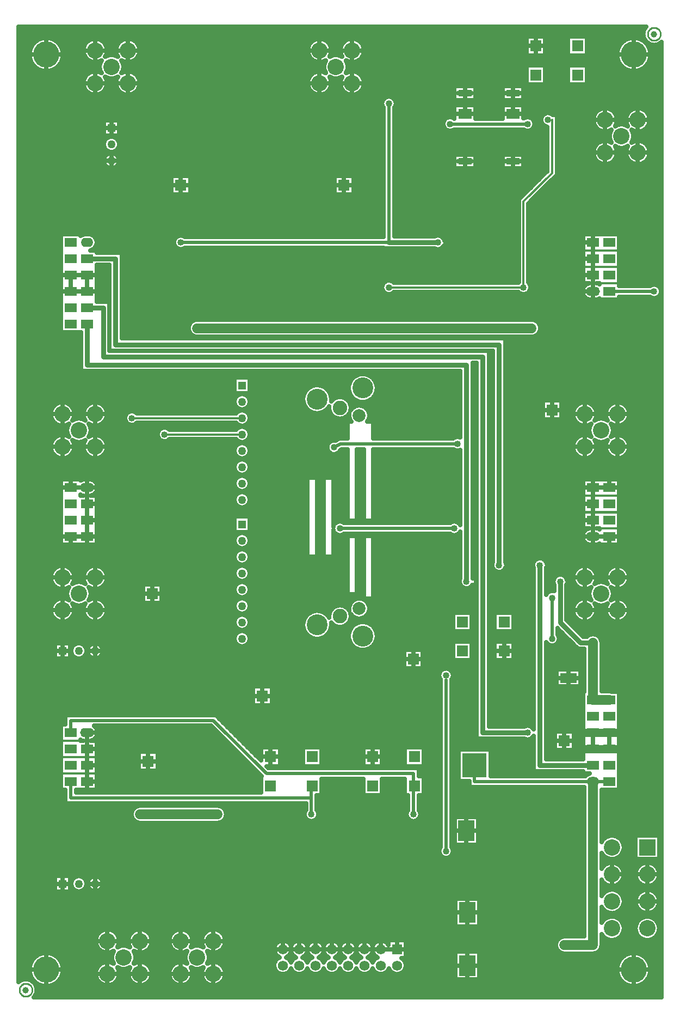
<source format=gbl>
*%FSLAX24Y24*%
*%MOIN*%
G01*
%ADD11C,0.0000*%
%ADD12C,0.0040*%
%ADD13C,0.0059*%
%ADD14C,0.0060*%
%ADD15C,0.0073*%
%ADD16C,0.0079*%
%ADD17C,0.0080*%
%ADD18C,0.0098*%
%ADD19C,0.0100*%
%ADD20C,0.0120*%
%ADD21C,0.0150*%
%ADD22C,0.0197*%
%ADD23C,0.0200*%
%ADD24C,0.0200*%
%ADD25C,0.0240*%
%ADD26C,0.0250*%
%ADD27C,0.0300*%
%ADD28C,0.0300*%
%ADD29C,0.0340*%
%ADD30C,0.0360*%
%ADD31C,0.0380*%
%ADD32C,0.0394*%
%ADD33C,0.0397*%
%ADD34C,0.0400*%
%ADD35C,0.0400*%
%ADD36C,0.0434*%
%ADD37C,0.0440*%
%ADD38C,0.0472*%
%ADD39C,0.0480*%
%ADD40C,0.0500*%
%ADD41C,0.0500*%
%ADD42C,0.0520*%
%ADD43C,0.0540*%
%ADD44C,0.0560*%
%ADD45C,0.0580*%
%ADD46C,0.0594*%
%ADD47C,0.0600*%
%ADD48C,0.0600*%
%ADD49C,0.0620*%
%ADD50C,0.0640*%
%ADD51C,0.0650*%
%ADD52C,0.0660*%
%ADD53C,0.0670*%
%ADD54C,0.0672*%
%ADD55O,0.0750X0.0560*%
%ADD56C,0.0760*%
%ADD57C,0.0787*%
%ADD58O,0.0790X0.0600*%
%ADD59C,0.0800*%
%ADD60C,0.0827*%
%ADD61O,0.0850X0.0560*%
%ADD62C,0.0850*%
%ADD63C,0.0870*%
%ADD64C,0.0886*%
%ADD65C,0.0889*%
%ADD66O,0.0890X0.0600*%
%ADD67C,0.0926*%
%ADD68C,0.1000*%
%ADD69C,0.1040*%
%ADD70C,0.1161*%
%ADD71C,0.1250*%
%ADD72C,0.1276*%
%ADD73C,0.1316*%
%ADD74C,0.1600*%
%ADD75C,0.1640*%
%ADD76C,0.2250*%
%ADD77R,0.0200X0.0200*%
%ADD78R,0.0350X0.0500*%
%ADD79R,0.0350X0.0520*%
%ADD80R,0.0360X0.1300*%
%ADD81R,0.0370X0.0530*%
%ADD82R,0.0394X0.0551*%
%ADD83R,0.0394X0.1102*%
%ADD84R,0.0400X0.0500*%
%ADD85R,0.0400X0.0750*%
%ADD86R,0.0400X0.1350*%
%ADD87R,0.0434X0.0591*%
%ADD88R,0.0440X0.0540*%
%ADD89R,0.0440X0.1390*%
%ADD90R,0.0500X0.0400*%
%ADD91R,0.0500X0.0500*%
%ADD92R,0.0500X0.0500*%
%ADD93R,0.0500X0.1200*%
%ADD94R,0.0540X0.0440*%
%ADD95R,0.0540X0.0540*%
%ADD96R,0.0550X0.0350*%
%ADD97R,0.0551X0.0394*%
%ADD98R,0.0591X0.0177*%
%ADD99R,0.0591X0.0434*%
%ADD100R,0.0600X0.0600*%
%ADD101R,0.0600X0.0650*%
%ADD102R,0.0600X0.1250*%
%ADD103R,0.0620X0.0620*%
%ADD104R,0.0631X0.0217*%
%ADD105R,0.0640X0.0640*%
%ADD106R,0.0640X0.1290*%
%ADD107R,0.0650X0.0300*%
%ADD108R,0.0660X0.0660*%
%ADD109R,0.0700X0.0300*%
%ADD110R,0.0700X0.0340*%
%ADD111R,0.0700X0.0350*%
%ADD112R,0.0700X0.0700*%
%ADD113R,0.0709X0.0394*%
%ADD114R,0.0740X0.0740*%
%ADD115R,0.0749X0.0434*%
%ADD116R,0.0750X0.0300*%
%ADD117R,0.0750X0.0400*%
%ADD118R,0.0750X0.0550*%
%ADD119R,0.0750X0.0560*%
%ADD120R,0.0790X0.0600*%
%ADD121R,0.0800X0.0350*%
%ADD122R,0.0800X0.0550*%
%ADD123R,0.0827X0.0394*%
%ADD124R,0.0827X0.0591*%
%ADD125R,0.0867X0.0434*%
%ADD126R,0.0867X0.0631*%
%ADD127R,0.0950X0.1200*%
%ADD128R,0.0960X0.0540*%
%ADD129R,0.0960X0.1220*%
%ADD130R,0.1000X0.0600*%
%ADD131R,0.1000X0.1000*%
%ADD132R,0.1000X0.1000*%
%ADD133R,0.1000X0.1100*%
%ADD134R,0.1000X0.1200*%
%ADD135R,0.1000X0.1250*%
%ADD136R,0.1040X0.0640*%
%ADD137R,0.1040X0.1040*%
%ADD138R,0.1040X0.1290*%
%ADD139R,0.1200X0.1200*%
%ADD140R,0.1417X0.0551*%
%ADD141R,0.1500X0.1500*%
%ADD142R,0.1540X0.1540*%
%ADD143R,0.2000X0.2000*%
%ADD144R,0.2200X0.2200*%
%ADD145R,0.2500X0.2500*%
D18*
X55104Y29750D02*
X55102Y29717D01*
X55098Y29684D01*
X55091Y29652D01*
X55082Y29621D01*
X55070Y29590D01*
X55055Y29560D01*
X55038Y29532D01*
X55019Y29505D01*
X54997Y29480D01*
X54973Y29457D01*
X54948Y29436D01*
X54921Y29418D01*
X54892Y29401D01*
X54863Y29387D01*
X54832Y29376D01*
X54800Y29367D01*
X54768Y29361D01*
X54735Y29357D01*
X54702Y29356D01*
X54669Y29358D01*
X54636Y29363D01*
X54604Y29371D01*
X54573Y29381D01*
X54542Y29394D01*
X54513Y29409D01*
X54485Y29427D01*
X54459Y29447D01*
X54435Y29469D01*
X54412Y29493D01*
X54391Y29519D01*
X54373Y29546D01*
X54357Y29575D01*
X54344Y29605D01*
X54333Y29636D01*
X54325Y29668D01*
X54319Y29701D01*
X54317Y29734D01*
Y29766D01*
X54319Y29799D01*
X54325Y29832D01*
X54333Y29864D01*
X54344Y29895D01*
X54357Y29925D01*
X54373Y29954D01*
X54391Y29981D01*
X54412Y30007D01*
X54435Y30031D01*
X54459Y30053D01*
X54485Y30073D01*
X54513Y30091D01*
X54542Y30106D01*
X54573Y30119D01*
X54604Y30129D01*
X54636Y30137D01*
X54669Y30142D01*
X54702Y30144D01*
X54735Y30143D01*
X54768Y30139D01*
X54800Y30133D01*
X54832Y30124D01*
X54863Y30113D01*
X54892Y30099D01*
X54921Y30082D01*
X54948Y30064D01*
X54973Y30043D01*
X54997Y30020D01*
X55019Y29995D01*
X55038Y29968D01*
X55055Y29940D01*
X55070Y29910D01*
X55082Y29879D01*
X55091Y29848D01*
X55098Y29816D01*
X55102Y29783D01*
X55104Y29750D01*
X93604Y88250D02*
X93602Y88217D01*
X93598Y88184D01*
X93591Y88152D01*
X93582Y88121D01*
X93570Y88090D01*
X93555Y88060D01*
X93538Y88032D01*
X93519Y88005D01*
X93497Y87980D01*
X93473Y87957D01*
X93448Y87936D01*
X93421Y87918D01*
X93392Y87901D01*
X93363Y87887D01*
X93332Y87876D01*
X93300Y87867D01*
X93268Y87861D01*
X93235Y87857D01*
X93202Y87856D01*
X93169Y87858D01*
X93136Y87863D01*
X93104Y87871D01*
X93073Y87881D01*
X93042Y87894D01*
X93013Y87909D01*
X92985Y87927D01*
X92959Y87947D01*
X92935Y87969D01*
X92912Y87993D01*
X92891Y88019D01*
X92873Y88046D01*
X92857Y88075D01*
X92844Y88105D01*
X92833Y88136D01*
X92825Y88168D01*
X92819Y88201D01*
X92817Y88234D01*
Y88266D01*
X92819Y88299D01*
X92825Y88332D01*
X92833Y88364D01*
X92844Y88395D01*
X92857Y88425D01*
X92873Y88454D01*
X92891Y88481D01*
X92912Y88507D01*
X92935Y88531D01*
X92959Y88553D01*
X92985Y88573D01*
X93013Y88591D01*
X93042Y88606D01*
X93073Y88619D01*
X93104Y88629D01*
X93136Y88637D01*
X93169Y88642D01*
X93202Y88644D01*
X93235Y88643D01*
X93268Y88639D01*
X93300Y88633D01*
X93332Y88624D01*
X93363Y88613D01*
X93392Y88599D01*
X93421Y88582D01*
X93448Y88564D01*
X93473Y88543D01*
X93497Y88520D01*
X93519Y88495D01*
X93538Y88468D01*
X93555Y88440D01*
X93570Y88410D01*
X93582Y88379D01*
X93591Y88348D01*
X93598Y88316D01*
X93602Y88283D01*
X93604Y88250D01*
D19*
X91460Y59030D02*
X88710D01*
X88700Y59028D01*
X88691Y59023D01*
X88684Y59015D01*
X88680Y59005D01*
Y58995D01*
X88684Y58985D01*
X88691Y58977D01*
X88700Y58972D01*
X88710Y58970D01*
X91460D01*
X91470Y58972D01*
X91479Y58977D01*
X91486Y58985D01*
X91490Y58995D01*
Y59005D01*
X91486Y59015D01*
X91479Y59023D01*
X91470Y59028D01*
X91460Y59030D01*
Y59000D02*
X88710D01*
X86960Y83008D02*
X86710D01*
D20*
X86960Y79750D02*
X85210Y78000D01*
Y72750D01*
X86960Y79750D02*
Y83008D01*
X59710Y43000D02*
X56710D01*
X56460Y44000D02*
X59460D01*
X58710Y45000D02*
X56710D01*
X88710Y58000D02*
X92210D01*
X91210Y60000D02*
X88710D01*
X67960Y64750D02*
X61210D01*
X63210Y63750D02*
X67960D01*
X76960Y72750D02*
X85210D01*
X88710Y74000D02*
X91460D01*
X91210Y73000D02*
X88710D01*
X88210Y75000D02*
X91460D01*
D24*
X66210Y46250D02*
X69460Y43000D01*
X74000Y63160D02*
X81160Y63173D01*
X57460Y42500D02*
Y41500D01*
Y45500D02*
Y46250D01*
X72210Y42250D02*
Y41500D01*
Y42250D02*
Y40500D01*
X73600Y62960D02*
X74000Y63160D01*
X76960Y75500D02*
Y84000D01*
X78460Y43000D02*
Y42250D01*
Y40500D01*
X80460Y38250D02*
Y48750D01*
X82210Y43500D02*
Y42500D01*
X86960Y51250D02*
Y53750D01*
X72210Y41500D02*
X57460D01*
X82210Y42500D02*
X90460D01*
X78460Y43000D02*
X69460D01*
X78460Y42250D02*
X78519D01*
X72269D02*
X72210D01*
X66210Y46250D02*
X57460D01*
X73960Y58000D02*
X80960D01*
X90460Y72500D02*
X93210D01*
X76960Y75500D02*
X64210D01*
X80710Y82740D02*
X85460D01*
D26*
X88865Y50625D02*
X88710Y50470D01*
X66210Y46710D02*
X66075Y46575D01*
X84807Y78000D02*
X84925Y78118D01*
X85092Y78285D01*
X85203Y78396D01*
X85495Y78688D01*
X86272Y79465D01*
X86675Y79868D01*
X85898Y78285D02*
X85495Y77882D01*
X85898Y78285D02*
X86675Y79062D01*
X87078Y79465D01*
X87245Y79632D01*
X87363Y79750D01*
X88365Y51875D02*
X88865Y51375D01*
X88365Y51875D02*
X88335Y51905D01*
X87835Y52405D01*
X88555Y50625D02*
X88710Y50470D01*
X88555Y50625D02*
X88335Y50845D01*
X88255Y50925D01*
X87835Y51345D01*
X87805Y51375D01*
X87305Y51875D01*
X87285Y51895D01*
X69595Y43325D02*
X69473Y43447D01*
X69135Y43785D02*
X68323Y44597D01*
X66995Y45925D01*
X66535Y46385D01*
X66345Y46575D01*
X66210Y46710D01*
X69135Y42865D02*
X69175Y42825D01*
X69135Y42865D02*
X68675Y43325D01*
X68554Y43447D01*
X67404Y44597D01*
X66535Y45465D01*
X66075Y45925D01*
X73674Y63484D02*
X73923Y63485D01*
X74201Y63485D01*
X74425Y63486D01*
X75995Y63489D02*
X80878Y63498D01*
X74425Y62836D02*
X74077Y62835D01*
X74995Y62837D02*
X75425Y62838D01*
X75995Y62839D02*
X80895Y62848D01*
X73675Y63378D02*
X73674Y63484D01*
X90399Y51529D02*
X90987Y51059D01*
X90519Y50473D02*
X90328Y50625D01*
X89985Y51010D02*
X90399Y51529D01*
X90987Y51059D02*
X90519Y50473D01*
X73210Y63128D02*
X73164Y63105D01*
X73700Y63373D02*
X73923Y63485D01*
X74145Y63596D01*
X73500Y62547D02*
X73455Y62524D01*
X73990Y62792D02*
X74077Y62835D01*
X73455Y62524D02*
X73432Y62570D01*
X73187Y63060D02*
X73164Y63105D01*
X74145Y63596D02*
X74201Y63485D01*
X54245Y88715D02*
Y30229D01*
X54310Y30285D02*
Y88715D01*
X55960Y32025D02*
Y31000D01*
Y29975D01*
Y87000D02*
Y88025D01*
Y87000D02*
Y85975D01*
X56310Y30037D02*
Y29285D01*
Y31963D02*
Y35775D01*
Y36725D01*
Y50025D01*
Y50975D01*
Y52679D01*
Y53321D02*
Y54679D01*
Y55321D02*
Y62679D01*
Y63321D02*
Y64679D01*
Y65321D02*
Y86037D01*
Y87963D02*
Y88715D01*
X56060Y29980D02*
Y29285D01*
Y32020D02*
Y85980D01*
Y88020D02*
Y88715D01*
X55810Y29986D02*
Y29285D01*
Y32014D02*
Y85986D01*
Y88014D02*
Y88715D01*
X55560Y30056D02*
Y29285D01*
Y31944D02*
Y86056D01*
Y87944D02*
Y88715D01*
X55310Y86207D02*
Y31793D01*
Y87793D02*
Y88715D01*
X55060Y86509D02*
Y31491D01*
Y87491D02*
Y88715D01*
X54810D02*
Y30410D01*
X54560Y30401D02*
Y88715D01*
X57135Y46575D02*
Y46005D01*
Y41825D02*
Y41175D01*
X58085Y67625D02*
Y68375D01*
X56860Y45005D02*
Y44995D01*
Y44005D02*
Y43995D01*
Y43005D02*
Y42995D01*
Y74995D02*
Y75005D01*
Y74005D02*
Y73995D01*
Y73005D02*
Y72995D01*
Y72005D02*
Y71995D01*
Y71005D02*
Y70995D01*
Y60005D02*
Y59995D01*
Y59005D02*
Y58995D01*
Y58005D02*
Y57995D01*
X56960Y36725D02*
Y36250D01*
Y35775D01*
X57460Y72900D02*
Y73500D01*
Y73100D02*
Y72500D01*
X56960Y63725D02*
Y63000D01*
Y62275D01*
Y65000D02*
Y65725D01*
Y65000D02*
Y64275D01*
X57460Y57500D02*
Y56900D01*
Y60500D02*
Y61100D01*
X56960Y53725D02*
Y53000D01*
Y52275D01*
Y55000D02*
Y55725D01*
Y55000D02*
Y54275D01*
Y50975D02*
Y50500D01*
Y50025D01*
X56485D02*
Y50975D01*
X57435D02*
Y50025D01*
X56860Y59870D02*
Y59995D01*
Y60005D02*
Y61005D01*
X58060Y60064D02*
Y60005D01*
Y60936D02*
Y61005D01*
X56860Y56995D02*
Y56870D01*
Y56995D02*
Y57995D01*
X58060Y56995D02*
Y56870D01*
X56860Y57870D02*
Y57995D01*
Y58005D02*
Y58995D01*
Y58870D01*
Y59005D02*
Y59995D01*
X57860Y56995D02*
Y56870D01*
Y69870D02*
Y69995D01*
X56860D02*
Y69870D01*
Y69995D02*
Y70995D01*
X58060Y69995D02*
Y69870D01*
X56860Y70870D02*
Y70995D01*
Y71005D02*
Y71995D01*
Y71870D01*
Y72005D02*
Y72995D01*
Y72870D01*
Y73005D02*
Y73995D01*
Y73870D01*
Y74005D02*
Y74995D01*
Y74870D01*
Y75005D02*
Y76005D01*
X58060D02*
Y75902D01*
X56860Y44995D02*
Y44870D01*
Y45005D02*
Y45175D01*
Y45925D01*
Y46005D01*
X58060Y45064D02*
Y45005D01*
X56860Y41995D02*
Y41870D01*
Y41995D02*
Y42825D01*
Y42995D01*
X58060Y41995D02*
Y41870D01*
X56860Y42870D02*
Y42995D01*
Y43005D02*
Y43995D01*
Y43870D01*
Y44005D02*
Y44995D01*
X57860Y41995D02*
Y41870D01*
X56485Y36725D02*
Y35775D01*
X57435D02*
Y36725D01*
X58085Y67500D02*
Y67625D01*
Y68375D02*
Y69995D01*
X57135Y41995D02*
Y41825D01*
X57785D02*
Y41995D01*
X58310Y35929D02*
Y29285D01*
Y36571D02*
Y41175D01*
Y46575D02*
Y50179D01*
Y50821D02*
Y52679D01*
Y55321D02*
Y56995D01*
Y61005D02*
Y62679D01*
Y65321D02*
Y67625D01*
Y76005D02*
Y84929D01*
Y85571D02*
Y86929D01*
Y87571D02*
Y88715D01*
X58060Y35786D02*
Y29285D01*
Y36714D02*
Y41175D01*
Y46575D02*
Y50036D01*
Y50964D02*
Y53282D01*
Y54718D02*
Y56995D01*
Y61005D02*
Y63282D01*
Y64718D02*
Y67625D01*
Y68375D01*
Y69995D01*
Y76005D02*
Y88715D01*
X57810Y35799D02*
Y29285D01*
Y36701D02*
Y41175D01*
Y46575D02*
Y50049D01*
Y50951D02*
Y53291D01*
Y54709D02*
Y56995D01*
Y61005D02*
Y63291D01*
Y64709D02*
Y67625D01*
Y68375D01*
Y69995D01*
Y76005D02*
Y88715D01*
X57560Y35775D02*
Y29285D01*
Y36725D02*
Y41175D01*
Y46575D02*
Y50025D01*
Y50975D02*
Y52593D01*
Y55407D02*
Y56995D01*
Y61005D02*
Y62593D01*
Y65407D02*
Y69995D01*
Y76005D02*
Y88715D01*
X57310Y35775D02*
Y29285D01*
Y36725D02*
Y41175D01*
Y46575D02*
Y50025D01*
Y50975D02*
Y52365D01*
Y55635D02*
Y56995D01*
Y61005D02*
Y62365D01*
Y65635D02*
Y69995D01*
Y76005D02*
Y88715D01*
X57060Y35775D02*
Y29285D01*
Y36725D02*
Y41175D01*
Y41825D01*
Y46005D02*
Y46575D01*
Y50025D01*
Y50975D02*
Y52282D01*
Y53718D02*
Y54282D01*
Y55718D02*
Y56995D01*
Y61005D02*
Y62282D01*
Y63718D02*
Y64282D01*
Y65718D02*
Y69995D01*
Y76005D02*
Y88715D01*
X56810Y30427D02*
Y29285D01*
Y31573D02*
Y35775D01*
Y36725D02*
Y41995D01*
Y42995D01*
Y43005D02*
Y43995D01*
Y44005D02*
Y44995D01*
Y45005D02*
Y46005D01*
Y50025D01*
Y50975D02*
Y52291D01*
Y53709D02*
Y54291D01*
Y55709D02*
Y56995D01*
Y57995D01*
Y58005D02*
Y58995D01*
Y59005D02*
Y59995D01*
Y60005D02*
Y61005D01*
Y62291D01*
Y63709D02*
Y64291D01*
Y65709D02*
Y69995D01*
Y70995D01*
Y71005D02*
Y71995D01*
Y72005D02*
Y72995D01*
Y73005D02*
Y73995D01*
Y74005D02*
Y74995D01*
Y75005D02*
Y76005D01*
Y86427D01*
Y87573D02*
Y88715D01*
X56560Y30169D02*
Y29285D01*
Y31831D02*
Y35775D01*
Y36725D02*
Y41995D01*
Y42995D01*
Y43005D02*
Y43995D01*
Y44005D02*
Y44995D01*
Y45005D02*
Y46005D01*
Y50025D01*
Y50975D02*
Y52395D01*
Y53605D02*
Y54395D01*
Y55605D02*
Y56995D01*
Y57995D01*
Y58005D02*
Y58995D01*
Y59005D02*
Y59995D01*
Y60005D02*
Y61005D01*
Y62395D01*
Y63605D02*
Y64395D01*
Y65605D02*
Y69995D01*
Y70995D01*
Y71005D02*
Y71995D01*
Y72005D02*
Y72995D01*
Y73005D02*
Y73995D01*
Y74005D02*
Y74995D01*
Y75005D02*
Y76005D01*
Y86169D01*
Y87831D02*
Y88715D01*
X58460Y43100D02*
Y42500D01*
X59060Y73005D02*
Y73995D01*
Y72995D02*
Y72005D01*
Y60005D02*
Y59005D01*
Y58995D02*
Y58005D01*
Y57995D02*
Y56995D01*
Y45005D02*
Y44005D01*
Y43995D02*
Y43005D01*
Y42995D02*
Y41995D01*
X59835Y71125D02*
Y71875D01*
Y71125D02*
Y69625D01*
Y68875D01*
X59060Y43005D02*
Y42995D01*
Y43995D02*
Y44005D01*
Y74005D02*
Y74125D01*
Y74005D02*
Y73995D01*
Y73005D02*
Y72995D01*
Y72005D02*
Y71995D01*
Y71875D01*
Y58005D02*
Y57995D01*
Y58995D02*
Y59005D01*
X59710Y31475D02*
Y30750D01*
Y30025D01*
Y32750D02*
Y33475D01*
Y32750D02*
Y32025D01*
X58960Y36250D02*
Y36725D01*
Y36250D02*
Y35775D01*
X58460Y41900D02*
Y42500D01*
Y44850D02*
Y45500D01*
Y45100D02*
Y44500D01*
Y43900D01*
Y44100D02*
Y43500D01*
Y42900D01*
X58960Y87250D02*
Y87975D01*
Y87250D02*
Y86525D01*
Y85975D02*
Y85250D01*
Y84525D01*
X59960Y82975D02*
Y82500D01*
Y82025D01*
Y80975D02*
Y80500D01*
Y80025D01*
X58460Y73500D02*
Y72900D01*
Y73100D02*
Y72500D01*
X58960Y63725D02*
Y63000D01*
Y62275D01*
Y65000D02*
Y65725D01*
Y65000D02*
Y64275D01*
X58460Y58100D02*
Y57500D01*
Y56900D01*
Y60500D02*
Y61150D01*
Y60500D02*
Y59850D01*
Y60100D02*
Y59500D01*
Y58900D01*
Y59100D02*
Y58500D01*
Y57900D01*
X58960Y53725D02*
Y53000D01*
Y52275D01*
Y55000D02*
Y55725D01*
Y55000D02*
Y54275D01*
Y50975D02*
Y50500D01*
Y50025D01*
X59060Y57870D02*
Y57995D01*
Y58870D02*
Y58995D01*
Y56995D02*
Y56870D01*
Y72870D02*
Y72995D01*
Y73870D02*
Y73995D01*
Y74875D02*
Y75005D01*
X59485Y82025D02*
Y82975D01*
X59060Y42995D02*
Y42870D01*
Y43870D02*
Y43995D01*
Y41995D02*
Y41870D01*
X59835Y71000D02*
Y71125D01*
X59085Y71875D02*
Y71995D01*
X59835Y71875D02*
Y74125D01*
X60060Y30115D02*
Y29285D01*
Y33385D02*
Y41175D01*
Y41825D02*
Y45925D01*
Y46575D02*
Y67625D01*
Y74875D02*
Y80036D01*
Y82975D02*
Y85532D01*
Y86968D02*
Y88715D01*
X59810Y30032D02*
Y29285D01*
Y31468D02*
Y32032D01*
Y33468D02*
Y41175D01*
Y41825D02*
Y45925D01*
Y46575D02*
Y67625D01*
Y71875D02*
Y74125D01*
Y74875D02*
Y80049D01*
Y82975D02*
Y85541D01*
Y86959D02*
Y88715D01*
X59560Y30041D02*
Y29285D01*
Y31459D02*
Y32041D01*
Y33459D02*
Y41175D01*
Y41825D02*
Y45925D01*
Y46575D02*
Y52593D01*
Y53407D02*
Y54593D01*
Y55407D02*
Y62593D01*
Y63407D02*
Y64593D01*
Y65407D02*
Y67625D01*
Y71875D02*
Y74125D01*
Y74875D02*
Y80244D01*
Y80756D02*
Y81244D01*
Y81756D02*
Y82025D01*
Y82975D02*
Y84843D01*
Y87657D02*
Y88715D01*
X59310Y30145D02*
Y29285D01*
Y31355D02*
Y32145D01*
Y33355D02*
Y35929D01*
Y36571D02*
Y41175D01*
Y41995D02*
Y42995D01*
Y43005D02*
Y43995D01*
Y44005D02*
Y45005D01*
Y45925D01*
Y46575D02*
Y50179D01*
Y50821D02*
Y52365D01*
Y53635D02*
Y54365D01*
Y55635D02*
Y56995D01*
Y57995D01*
Y58005D02*
Y58995D01*
Y59005D02*
Y60005D01*
Y62365D01*
Y63635D02*
Y64365D01*
Y65635D02*
Y67625D01*
Y72005D02*
Y72995D01*
Y73005D02*
Y73995D01*
Y75005D02*
Y82025D01*
Y82975D01*
Y84615D01*
Y87885D02*
Y88715D01*
X59060Y30429D02*
Y29285D01*
Y31071D02*
Y32429D01*
Y33071D02*
Y35786D01*
Y36714D02*
Y41175D01*
Y45005D02*
Y45281D01*
Y46575D02*
Y50036D01*
Y50964D02*
Y52282D01*
Y53718D02*
Y54282D01*
Y55718D02*
Y56995D01*
Y60005D02*
Y60281D01*
Y60719D02*
Y62282D01*
Y63718D02*
Y64282D01*
Y65718D02*
Y67625D01*
Y75005D02*
Y75500D01*
Y84532D01*
Y85968D02*
Y86532D01*
Y87968D02*
Y88715D01*
X58810Y35799D02*
Y29285D01*
Y36701D02*
Y41175D01*
Y46575D02*
Y50049D01*
Y50951D02*
Y52291D01*
Y53709D02*
Y54291D01*
Y55709D02*
Y56995D01*
Y61005D02*
Y62291D01*
Y63709D02*
Y64291D01*
Y65709D02*
Y67625D01*
Y76005D02*
Y84541D01*
Y85959D02*
Y86541D01*
Y87959D02*
Y88715D01*
X58560Y35994D02*
Y29285D01*
Y36506D02*
Y41175D01*
Y46575D02*
Y50244D01*
Y50756D02*
Y52395D01*
Y55605D02*
Y56995D01*
Y61005D02*
Y62395D01*
Y65605D02*
Y67625D01*
Y76005D02*
Y84645D01*
Y85855D02*
Y86645D01*
Y87855D02*
Y88715D01*
X60585Y74875D02*
Y74125D01*
X61710Y31475D02*
Y30750D01*
Y30025D01*
Y32750D02*
Y33475D01*
Y32750D02*
Y32025D01*
X62210Y43750D02*
Y44325D01*
Y43750D02*
Y43175D01*
X60960Y87250D02*
Y87975D01*
Y87250D02*
Y86525D01*
Y85975D02*
Y85250D01*
Y84525D01*
X61885Y54575D02*
Y53425D01*
X60435Y82025D02*
Y82975D01*
X61635Y44325D02*
Y43175D01*
X60585Y69625D02*
Y74125D01*
X62060Y30115D02*
Y29285D01*
Y31385D02*
Y32115D01*
Y33385D02*
Y39975D01*
Y41825D02*
Y43175D01*
Y44325D02*
Y45925D01*
Y46575D02*
Y53425D01*
Y54575D02*
Y64465D01*
Y65035D02*
Y67625D01*
Y69625D02*
Y88715D01*
X61810Y30032D02*
Y29285D01*
Y31468D02*
Y32032D01*
Y33468D02*
Y39975D01*
Y41825D02*
Y43175D01*
Y44325D02*
Y45925D01*
Y46575D02*
Y53425D01*
Y54575D01*
Y64465D01*
Y65035D02*
Y67625D01*
Y69625D02*
Y88715D01*
X61560Y30041D02*
Y29285D01*
Y31459D02*
Y32041D01*
Y33459D02*
Y39975D01*
Y41825D02*
Y43175D01*
Y44325D01*
Y45925D01*
Y46575D02*
Y64465D01*
Y65035D02*
Y67625D01*
Y69625D02*
Y84843D01*
Y85657D02*
Y86843D01*
Y87657D02*
Y88715D01*
X61310Y30145D02*
Y29285D01*
Y33355D02*
Y40160D01*
Y40840D02*
Y41175D01*
Y41825D02*
Y45925D01*
Y46575D02*
Y64337D01*
Y65163D02*
Y67625D01*
Y69625D02*
Y84615D01*
Y85885D02*
Y86615D01*
Y87885D02*
Y88715D01*
X61060Y30429D02*
Y29285D01*
Y33071D02*
Y41175D01*
Y41825D02*
Y45925D01*
Y46575D02*
Y64352D01*
Y65148D02*
Y67625D01*
Y69625D02*
Y84532D01*
Y85968D02*
Y86532D01*
Y87968D02*
Y88715D01*
X60810Y31032D02*
Y29285D01*
Y32468D02*
Y41175D01*
Y41825D02*
Y45925D01*
Y46575D02*
Y64465D01*
Y65035D02*
Y67625D01*
Y69625D02*
Y74125D01*
Y74875D01*
Y84541D01*
Y85959D02*
Y86541D01*
Y87959D02*
Y88715D01*
X60560Y31041D02*
Y29285D01*
Y32459D02*
Y41175D01*
Y41825D02*
Y45925D01*
Y46575D02*
Y67625D01*
Y74875D02*
Y82025D01*
Y82975D01*
Y84645D01*
Y87855D02*
Y88715D01*
X60310Y30343D02*
Y29285D01*
Y33157D02*
Y41175D01*
Y41825D02*
Y45925D01*
Y46575D02*
Y67625D01*
Y74875D02*
Y80179D01*
Y80821D02*
Y81179D01*
Y82975D02*
Y84929D01*
Y87571D02*
Y88715D01*
X62460Y54575D02*
Y54000D01*
Y53425D01*
X63035D02*
Y54575D01*
X63635Y78425D02*
Y79575D01*
X62785Y44325D02*
Y43175D01*
X63885Y75175D02*
Y75226D01*
Y75774D02*
Y75825D01*
X64060Y30041D02*
Y29285D01*
Y31459D02*
Y32041D01*
Y33459D02*
Y39975D01*
Y41825D02*
Y45925D01*
Y46575D02*
Y63465D01*
Y64035D02*
Y64465D01*
Y65035D02*
Y67625D01*
Y69625D02*
Y75102D01*
Y75898D02*
Y78425D01*
Y79575D02*
Y88715D01*
X63810Y30145D02*
Y29285D01*
Y31355D02*
Y32145D01*
Y33355D02*
Y39975D01*
Y41825D02*
Y45925D01*
Y46575D02*
Y63465D01*
Y64035D02*
Y64465D01*
Y65035D02*
Y67625D01*
Y69625D02*
Y75175D01*
Y75825D02*
Y78425D01*
Y79575D02*
Y88715D01*
X63560Y30429D02*
Y29285D01*
Y31071D02*
Y32429D01*
Y33071D02*
Y39975D01*
Y41825D02*
Y45925D01*
Y46575D02*
Y63465D01*
Y64035D02*
Y64465D01*
Y65035D02*
Y67625D01*
Y69625D02*
Y78425D01*
Y79575D01*
Y88715D01*
X63310Y39975D02*
Y29285D01*
Y41825D02*
Y45925D01*
Y46575D02*
Y53425D01*
Y54575D01*
Y63337D01*
Y64163D02*
Y64465D01*
Y65035D02*
Y67625D01*
Y69625D02*
Y88715D01*
X63060Y39975D02*
Y29285D01*
Y41825D02*
Y43175D01*
Y44325D01*
Y45925D01*
Y46575D02*
Y53425D01*
Y54575D01*
Y63352D01*
Y64148D02*
Y64465D01*
Y65035D02*
Y67625D01*
Y69625D02*
Y88715D01*
X62810Y39975D02*
Y29285D01*
Y41825D02*
Y43175D01*
Y44325D01*
Y45925D01*
Y46575D02*
Y53425D01*
Y54575D02*
Y63465D01*
Y64035D02*
Y64465D01*
Y65035D02*
Y67625D01*
Y69625D02*
Y88715D01*
X62560Y39975D02*
Y29285D01*
Y41825D02*
Y43175D01*
Y44325D02*
Y45925D01*
Y46575D02*
Y53425D01*
Y54575D02*
Y64465D01*
Y65035D02*
Y67625D01*
Y69625D02*
Y88715D01*
X62310Y30343D02*
Y29285D01*
Y31157D02*
Y32343D01*
Y33157D02*
Y39975D01*
Y41825D02*
Y43175D01*
Y44325D02*
Y45925D01*
Y46575D02*
Y53425D01*
Y54575D02*
Y64465D01*
Y65035D02*
Y67625D01*
Y69625D02*
Y88715D01*
X64210Y31475D02*
Y30750D01*
Y30025D01*
Y32750D02*
Y33475D01*
Y32750D02*
Y32025D01*
Y79000D02*
Y79575D01*
Y79000D02*
Y78425D01*
X64785D02*
Y79575D01*
X66060Y30041D02*
Y29285D01*
Y31459D02*
Y32041D01*
Y33459D02*
Y39975D01*
Y41825D02*
Y45925D01*
Y46575D02*
Y63465D01*
Y64035D02*
Y64465D01*
Y65035D02*
Y67625D01*
Y70775D02*
Y75175D01*
Y75825D02*
Y88715D01*
X65810Y30145D02*
Y29285D01*
Y33355D02*
Y39975D01*
Y41825D02*
Y45925D01*
Y46575D02*
Y63465D01*
Y64035D02*
Y64465D01*
Y65035D02*
Y67625D01*
Y70775D02*
Y75175D01*
Y75825D02*
Y88715D01*
X65560Y30429D02*
Y29285D01*
Y33071D02*
Y39975D01*
Y41825D02*
Y45925D01*
Y46575D02*
Y63465D01*
Y64035D02*
Y64465D01*
Y65035D02*
Y67625D01*
Y70775D02*
Y75175D01*
Y75825D02*
Y88715D01*
X65310Y31032D02*
Y29285D01*
Y32468D02*
Y39975D01*
Y41825D02*
Y45925D01*
Y46575D02*
Y63465D01*
Y64035D02*
Y64465D01*
Y65035D02*
Y67625D01*
Y70775D02*
Y75175D01*
Y75825D02*
Y88715D01*
X65060Y31041D02*
Y29285D01*
Y32459D02*
Y39975D01*
Y41825D02*
Y45925D01*
Y46575D02*
Y63465D01*
Y64035D02*
Y64465D01*
Y65035D02*
Y67625D01*
Y70775D02*
Y75175D01*
Y75825D02*
Y78425D01*
Y79575D01*
Y88715D01*
X64810Y30343D02*
Y29285D01*
Y33157D02*
Y39975D01*
Y41825D02*
Y45925D01*
Y46575D02*
Y63465D01*
Y64035D02*
Y64465D01*
Y65035D02*
Y67625D01*
Y69625D02*
Y69910D01*
Y70590D02*
Y75175D01*
Y75825D02*
Y78425D01*
Y79575D01*
Y88715D01*
X64560Y30115D02*
Y29285D01*
Y33385D02*
Y39975D01*
Y41825D02*
Y45925D01*
Y46575D02*
Y63465D01*
Y64035D02*
Y64465D01*
Y65035D02*
Y67625D01*
Y69625D02*
Y75175D01*
Y75825D02*
Y78425D01*
Y79575D02*
Y88715D01*
X64310Y30032D02*
Y29285D01*
Y31468D02*
Y32032D01*
Y33468D02*
Y39975D01*
Y41825D02*
Y45925D01*
Y46575D02*
Y63465D01*
Y64035D02*
Y64465D01*
Y65035D02*
Y67625D01*
Y69625D02*
Y75087D01*
Y75913D02*
Y78425D01*
Y79575D02*
Y88715D01*
X66210Y31475D02*
Y30750D01*
Y30025D01*
Y32750D02*
Y33475D01*
Y32750D02*
Y32025D01*
X67485Y66275D02*
Y67225D01*
Y58725D02*
Y57775D01*
X66535Y46575D02*
Y46385D01*
X68060Y41175D02*
Y29285D01*
Y41825D02*
Y43940D01*
Y44860D02*
Y50786D01*
Y58725D02*
Y59286D01*
Y67225D02*
Y67625D01*
Y70775D02*
Y75175D01*
Y75825D02*
Y88715D01*
X67810Y41175D02*
Y29285D01*
Y41825D02*
Y44190D01*
Y45110D02*
Y50799D01*
Y58725D02*
Y59299D01*
Y67225D02*
Y67625D01*
Y70775D02*
Y75175D01*
Y75825D02*
Y88715D01*
X67560Y41175D02*
Y29285D01*
Y41825D02*
Y44440D01*
Y45360D02*
Y50994D01*
Y51506D02*
Y51994D01*
Y52506D02*
Y52994D01*
Y53506D02*
Y53994D01*
Y54506D02*
Y54994D01*
Y55506D02*
Y55994D01*
Y56506D02*
Y56994D01*
Y57506D02*
Y57775D01*
Y58725D02*
Y59494D01*
Y60006D02*
Y60494D01*
Y61006D02*
Y61494D01*
Y62006D02*
Y62494D01*
Y63006D02*
Y63465D01*
Y64035D02*
Y64465D01*
Y65035D02*
Y65494D01*
Y66006D02*
Y66275D01*
Y67225D02*
Y67625D01*
Y70775D02*
Y75175D01*
Y75825D02*
Y88715D01*
X67310Y41175D02*
Y29285D01*
Y41825D02*
Y44690D01*
Y45610D02*
Y57775D01*
Y58725D01*
Y63465D01*
Y64035D02*
Y64465D01*
Y65035D02*
Y66275D01*
Y67225D01*
Y67625D01*
Y70775D02*
Y75175D01*
Y75825D02*
Y88715D01*
X67060Y41175D02*
Y29285D01*
Y41825D02*
Y44940D01*
Y45860D02*
Y63465D01*
Y64035D02*
Y64465D01*
Y65035D02*
Y67625D01*
Y70775D02*
Y75175D01*
Y75825D02*
Y88715D01*
X66810Y30343D02*
Y29285D01*
Y31157D02*
Y32343D01*
Y33157D02*
Y40109D01*
Y40891D02*
Y41175D01*
Y41825D02*
Y45190D01*
Y46110D02*
Y46575D01*
Y63465D01*
Y64035D02*
Y64465D01*
Y65035D02*
Y67625D01*
Y70775D02*
Y75175D01*
Y75825D02*
Y88715D01*
X66560Y30115D02*
Y29285D01*
Y31385D02*
Y32115D01*
Y33385D02*
Y39975D01*
Y41825D02*
Y45440D01*
Y46575D02*
Y63465D01*
Y64035D02*
Y64465D01*
Y65035D02*
Y67625D01*
Y70775D02*
Y75175D01*
Y75825D02*
Y88715D01*
X66310Y30032D02*
Y29285D01*
Y31468D02*
Y32032D01*
Y33468D02*
Y39975D01*
Y41825D02*
Y45690D01*
Y46610D02*
Y63465D01*
Y64035D02*
Y64465D01*
Y65035D02*
Y67625D01*
Y70775D02*
Y75175D01*
Y75825D02*
Y88715D01*
X69135Y42865D02*
Y42825D01*
Y42675D01*
X69710Y44022D02*
Y44597D01*
Y44022D02*
Y43447D01*
X69210Y47750D02*
Y48325D01*
Y47750D02*
Y47175D01*
X68435Y66275D02*
Y67225D01*
Y58725D02*
Y57775D01*
X68635Y48325D02*
Y47175D01*
X69785D02*
Y48325D01*
X69135Y44597D02*
Y43785D01*
Y42675D02*
Y41825D01*
Y42550D02*
Y42675D01*
X70060Y30895D02*
Y29285D01*
Y31605D02*
Y31895D01*
Y32605D02*
Y41175D01*
Y44597D02*
Y47175D01*
Y48325D01*
Y67625D01*
Y70775D02*
Y75175D01*
Y75825D02*
Y88715D01*
X69810Y41175D02*
Y29285D01*
Y44597D02*
Y47175D01*
Y48325D01*
Y67625D01*
Y70775D02*
Y75175D01*
Y75825D02*
Y88715D01*
X69560Y41175D02*
Y29285D01*
Y44597D02*
Y47175D01*
Y48325D02*
Y67625D01*
Y70775D02*
Y75175D01*
Y75825D02*
Y88715D01*
X69310Y41175D02*
Y29285D01*
Y44597D02*
Y47175D01*
Y48325D02*
Y67625D01*
Y70775D02*
Y75175D01*
Y75825D02*
Y88715D01*
X69060Y41175D02*
Y29285D01*
Y41825D02*
Y42675D01*
Y43860D02*
Y44597D01*
Y47175D01*
Y48325D02*
Y67625D01*
Y70775D02*
Y75175D01*
Y75825D02*
Y88715D01*
X68810Y41175D02*
Y29285D01*
Y41825D02*
Y43190D01*
Y44110D02*
Y47175D01*
Y48325D02*
Y67625D01*
Y70775D02*
Y75175D01*
Y75825D02*
Y88715D01*
X68560Y41175D02*
Y29285D01*
Y41825D02*
Y43440D01*
Y44360D02*
Y47175D01*
Y48325D01*
Y57775D01*
Y58725D01*
Y66275D01*
Y67225D01*
Y67625D01*
Y70775D02*
Y75175D01*
Y75825D02*
Y88715D01*
X68310Y41175D02*
Y29285D01*
Y41825D02*
Y43690D01*
Y44610D02*
Y50929D01*
Y51571D02*
Y51929D01*
Y52571D02*
Y52929D01*
Y53571D02*
Y53929D01*
Y54571D02*
Y54929D01*
Y55571D02*
Y55929D01*
Y56571D02*
Y56929D01*
Y58725D02*
Y59429D01*
Y60071D02*
Y60429D01*
Y61071D02*
Y61429D01*
Y62071D02*
Y62429D01*
Y63071D02*
Y63429D01*
Y64071D02*
Y64429D01*
Y65071D02*
Y65429D01*
Y67225D02*
Y67625D01*
Y70775D02*
Y75175D01*
Y75825D02*
Y88715D01*
X70460Y32785D02*
Y32250D01*
X71460D02*
Y32785D01*
X70285Y43325D02*
Y43447D01*
Y44597D01*
X71694Y43447D02*
Y43325D01*
Y43447D02*
Y44597D01*
X71975Y56265D02*
Y61085D01*
X71885Y40226D02*
Y40175D01*
Y40774D02*
Y41175D01*
X71810Y30845D02*
Y29285D01*
Y32655D02*
Y40175D01*
Y40644D02*
Y41175D01*
Y44597D02*
Y51672D01*
Y52517D02*
Y56265D01*
Y61085D01*
Y65483D01*
Y66328D02*
Y67625D01*
Y70775D02*
Y75175D01*
Y75825D02*
Y88715D01*
X71560Y30724D02*
Y29285D01*
Y32776D02*
Y41175D01*
Y43447D02*
Y44597D01*
Y67625D01*
Y70775D02*
Y75175D01*
Y75825D02*
Y88715D01*
X71310Y30736D02*
Y29285D01*
Y32764D02*
Y41175D01*
Y43325D02*
Y67625D01*
Y70775D02*
Y75175D01*
Y75825D02*
Y88715D01*
X71060Y30895D02*
Y29285D01*
Y31605D02*
Y31895D01*
Y32605D02*
Y41175D01*
Y43325D02*
Y67625D01*
Y70775D02*
Y75175D01*
Y75825D02*
Y88715D01*
X70810Y30845D02*
Y29285D01*
Y32655D02*
Y41175D01*
Y43325D02*
Y67625D01*
Y70775D02*
Y75175D01*
Y75825D02*
Y88715D01*
X70560Y30724D02*
Y29285D01*
Y32776D02*
Y41175D01*
Y43447D02*
Y44597D01*
Y67625D01*
Y70775D02*
Y75175D01*
Y75825D02*
Y88715D01*
X70310Y30736D02*
Y29285D01*
Y32764D02*
Y41175D01*
Y43447D02*
Y44597D01*
Y67625D01*
Y70775D02*
Y75175D01*
Y75825D02*
Y88715D01*
X72535Y41675D02*
Y41175D01*
X72710Y87250D02*
Y87975D01*
Y87250D02*
Y86525D01*
Y85975D02*
Y85250D01*
Y84525D01*
X72460Y32785D02*
Y32250D01*
X73460D02*
Y32785D01*
X73635Y78425D02*
Y79575D01*
X72844Y43447D02*
Y43325D01*
Y43447D02*
Y44597D01*
Y41925D02*
Y41675D01*
Y41925D02*
Y42575D01*
Y42675D01*
X72545Y56265D02*
Y61085D01*
X72975D02*
Y56265D01*
X73545D02*
Y57675D01*
Y57908D01*
Y58092D02*
Y58325D01*
Y61085D01*
X73635Y57726D02*
Y57675D01*
Y58274D02*
Y58325D01*
X72535Y41175D02*
Y41050D01*
Y40175D02*
Y40050D01*
Y40175D02*
Y40226D01*
Y40774D02*
Y41175D01*
X73810Y30845D02*
Y29285D01*
Y32655D02*
Y42675D01*
Y43325D02*
Y51971D01*
Y53273D02*
Y56265D01*
Y57602D01*
Y58398D02*
Y61085D01*
Y62591D01*
Y63485D02*
Y64727D01*
Y66029D02*
Y67625D01*
Y70775D02*
Y75175D01*
Y75825D02*
Y78425D01*
Y79575D02*
Y85532D01*
Y86968D02*
Y88715D01*
X73560Y30724D02*
Y29285D01*
Y32776D02*
Y42675D01*
Y43325D02*
Y52087D01*
Y53157D02*
Y56265D01*
Y57675D01*
Y58325D02*
Y61085D01*
Y62537D01*
Y63383D02*
Y64843D01*
Y65913D02*
Y67625D01*
Y70775D02*
Y75175D01*
Y75825D02*
Y78425D01*
Y79575D01*
Y85541D01*
Y86959D02*
Y88715D01*
X73310Y30736D02*
Y29285D01*
Y32764D02*
Y42675D01*
Y43325D02*
Y51664D01*
Y52776D02*
Y56265D01*
Y61085D02*
Y62649D01*
Y63271D02*
Y65224D01*
Y66336D02*
Y67625D01*
Y70775D02*
Y75175D01*
Y75825D02*
Y84843D01*
Y87657D02*
Y88715D01*
X73060Y30895D02*
Y29285D01*
Y31605D02*
Y31895D01*
Y32605D02*
Y41675D01*
Y42675D01*
Y43447D02*
Y44597D01*
Y51390D01*
Y52799D02*
Y56265D01*
Y61085D02*
Y65201D01*
Y66610D02*
Y67625D01*
Y70775D02*
Y75175D01*
Y75825D02*
Y84615D01*
Y87885D02*
Y88715D01*
X72810Y30845D02*
Y29285D01*
Y32655D02*
Y40175D01*
Y41175D01*
Y41675D01*
Y44597D02*
Y51268D01*
Y52921D02*
Y56265D01*
Y61085D01*
Y65079D01*
Y66732D02*
Y67625D01*
Y70775D02*
Y75175D01*
Y75825D02*
Y84532D01*
Y85968D02*
Y86532D01*
Y87968D02*
Y88715D01*
X72560Y30724D02*
Y29285D01*
Y32776D02*
Y40175D01*
Y40741D02*
Y41175D01*
Y41675D01*
Y44597D02*
Y51232D01*
Y52957D02*
Y56265D01*
Y61085D01*
Y65043D01*
Y66768D02*
Y67625D01*
Y70775D02*
Y75175D01*
Y75825D02*
Y84541D01*
Y85959D02*
Y86541D01*
Y87959D02*
Y88715D01*
X72310Y30736D02*
Y29285D01*
Y32764D02*
Y40087D01*
Y44597D02*
Y51269D01*
Y52920D02*
Y56265D01*
Y61085D02*
Y65080D01*
Y66731D02*
Y67625D01*
Y70775D02*
Y75175D01*
Y75825D02*
Y84645D01*
Y85855D02*
Y86645D01*
Y87855D02*
Y88715D01*
X72060Y30895D02*
Y29285D01*
Y31605D02*
Y31895D01*
Y32605D02*
Y40102D01*
Y44597D02*
Y51393D01*
Y52796D02*
Y56265D01*
Y61085D02*
Y65204D01*
Y66607D02*
Y67625D01*
Y70775D02*
Y75175D01*
Y75825D02*
Y84929D01*
Y85571D02*
Y86929D01*
Y87571D02*
Y88715D01*
X75425Y54535D02*
Y53965D01*
X74710Y87250D02*
Y87975D01*
Y87250D02*
Y86525D01*
Y85975D02*
Y85250D01*
Y84525D01*
X74210Y79575D02*
Y79000D01*
Y78425D01*
X74460Y32785D02*
Y32250D01*
X75460D02*
Y32785D01*
X74785Y78425D02*
Y79575D01*
X75385Y43447D02*
Y43325D01*
Y43447D02*
Y44597D01*
Y42675D02*
Y41675D01*
X74425Y53965D02*
Y57535D01*
X74995D02*
Y53965D01*
X74425Y58340D02*
Y58465D01*
Y62836D01*
X74995Y58465D02*
Y58340D01*
Y58465D02*
Y62837D01*
X75425Y58465D02*
Y58340D01*
Y58465D02*
Y62838D01*
X74425Y63486D02*
Y64535D01*
X75425Y53965D02*
Y53840D01*
Y54535D02*
Y57535D01*
Y53965D02*
Y53715D01*
X75810Y30845D02*
Y29285D01*
Y32655D02*
Y41675D01*
Y44597D02*
Y50679D01*
Y52148D02*
Y53715D01*
Y64535D02*
Y65852D01*
Y67321D02*
Y67625D01*
Y70775D02*
Y75175D01*
Y75825D02*
Y88715D01*
X75560Y30724D02*
Y29285D01*
Y32776D02*
Y41675D01*
Y44597D02*
Y50575D01*
Y52252D02*
Y52639D01*
Y65361D02*
Y65748D01*
Y70775D02*
Y75175D01*
Y75825D02*
Y88715D01*
X75310Y30736D02*
Y29285D01*
Y32764D02*
Y41675D01*
Y42675D01*
Y43447D02*
Y44597D01*
Y50552D01*
Y53715D02*
Y53965D01*
Y54535D01*
Y57535D01*
Y58465D02*
Y62837D01*
Y70775D02*
Y75175D01*
Y75825D02*
Y84843D01*
Y85657D02*
Y86843D01*
Y87657D02*
Y88715D01*
X75060Y30895D02*
Y29285D01*
Y31605D02*
Y31895D01*
Y32605D02*
Y42675D01*
Y43325D02*
Y50604D01*
Y52223D02*
Y52481D01*
Y53708D02*
Y53965D01*
Y57535D01*
Y58465D02*
Y62837D01*
Y65519D02*
Y65777D01*
Y70775D02*
Y75175D01*
Y75825D02*
Y78425D01*
Y79575D01*
Y84615D01*
Y85885D02*
Y86615D01*
Y87885D02*
Y88715D01*
X74810Y30845D02*
Y29285D01*
Y32655D02*
Y42675D01*
Y43325D02*
Y50747D01*
Y52080D02*
Y52572D01*
Y53617D02*
Y53965D01*
Y65428D02*
Y65920D01*
Y67253D02*
Y67625D01*
Y70775D02*
Y75175D01*
Y75825D02*
Y78425D01*
Y79575D01*
Y84532D01*
Y85968D02*
Y86532D01*
Y87968D02*
Y88715D01*
X74560Y30724D02*
Y29285D01*
Y32776D02*
Y42675D01*
Y43325D02*
Y51084D01*
Y51742D02*
Y52329D01*
Y53307D02*
Y53965D01*
Y65671D02*
Y66258D01*
Y66916D02*
Y67625D01*
Y70775D02*
Y75175D01*
Y75825D02*
Y78425D01*
Y79575D02*
Y84541D01*
Y85959D02*
Y86541D01*
Y87959D02*
Y88715D01*
X74310Y30736D02*
Y29285D01*
Y32764D02*
Y42675D01*
Y43325D02*
Y52053D01*
Y53191D02*
Y53965D01*
Y57535D01*
Y58465D02*
Y62836D01*
Y63486D02*
Y64535D01*
Y64809D01*
Y65947D02*
Y67625D01*
Y70775D02*
Y75175D01*
Y75825D02*
Y78425D01*
Y79575D02*
Y84645D01*
Y87855D02*
Y88715D01*
X74060Y30895D02*
Y29285D01*
Y31605D02*
Y31895D01*
Y32605D02*
Y42675D01*
Y43325D02*
Y51962D01*
Y53282D02*
Y57587D01*
Y58413D02*
Y62827D01*
Y63553D02*
Y64718D01*
Y66038D02*
Y67625D01*
Y70775D02*
Y75175D01*
Y75825D02*
Y78425D01*
Y79575D02*
Y84929D01*
Y87571D02*
Y88715D01*
X75995Y54535D02*
Y53965D01*
X75960Y44597D02*
Y44022D01*
Y43447D01*
X76460Y32785D02*
Y32250D01*
X77460D02*
Y32785D01*
X76925D02*
Y32515D01*
X77885Y49425D02*
Y50575D01*
X76535Y43447D02*
Y43325D01*
Y43447D02*
Y44597D01*
Y42675D02*
Y41675D01*
X75995Y58340D02*
Y58465D01*
Y62839D01*
Y63489D02*
Y64535D01*
Y53965D02*
Y53840D01*
Y54535D02*
Y57535D01*
Y53715D02*
Y53590D01*
Y53715D02*
Y53965D01*
X76585Y75125D02*
Y75175D01*
Y75825D02*
Y75875D01*
X76635Y75175D02*
Y75125D01*
Y75825D02*
Y75875D01*
Y83726D01*
Y84274D02*
Y84325D01*
X77285Y83726D02*
Y75875D01*
Y84274D02*
Y84325D01*
X77810Y30845D02*
Y29285D01*
Y32785D02*
Y41675D01*
Y42675D01*
Y43447D02*
Y44597D01*
Y49425D01*
Y50575D01*
Y57675D01*
Y58325D02*
Y62842D01*
Y63492D02*
Y67625D01*
Y70775D02*
Y72465D01*
Y73035D02*
Y75125D01*
Y75875D02*
Y88715D01*
X77560Y30724D02*
Y29285D01*
Y32785D02*
Y42675D01*
Y43325D02*
Y57675D01*
Y58325D02*
Y62842D01*
Y63492D02*
Y67625D01*
Y70775D02*
Y72465D01*
Y73035D02*
Y75125D01*
Y75875D02*
Y84325D01*
Y88715D01*
X77310Y30736D02*
Y29285D01*
Y32785D02*
Y42675D01*
Y43325D02*
Y57675D01*
Y58325D02*
Y62841D01*
Y63491D02*
Y67625D01*
Y70775D02*
Y72465D01*
Y73035D02*
Y75125D01*
Y75875D02*
Y83759D01*
Y84325D02*
Y88715D01*
X77060Y30895D02*
Y29285D01*
Y32785D02*
Y42675D01*
Y43325D02*
Y57675D01*
Y58325D02*
Y62841D01*
Y63491D02*
Y67625D01*
Y70775D02*
Y72337D01*
Y73163D02*
Y75125D01*
Y84413D02*
Y88715D01*
X76810Y30845D02*
Y29285D01*
Y32785D02*
Y41675D01*
Y42675D01*
Y43447D02*
Y44597D01*
Y57675D01*
Y58325D02*
Y62840D01*
Y63490D02*
Y67625D01*
Y70775D02*
Y72352D01*
Y73148D02*
Y75125D01*
Y84398D02*
Y88715D01*
X76560Y30724D02*
Y29285D01*
Y32776D02*
Y41675D01*
Y42675D01*
Y43447D02*
Y44597D01*
Y57675D01*
Y58325D02*
Y62840D01*
Y63490D02*
Y67625D01*
Y70775D02*
Y72465D01*
Y73035D02*
Y75125D01*
Y75875D02*
Y83856D01*
Y84325D02*
Y88715D01*
X76310Y30736D02*
Y29285D01*
Y32764D02*
Y41675D01*
Y44597D02*
Y57675D01*
Y58325D02*
Y62839D01*
Y63489D02*
Y67625D01*
Y70775D02*
Y75125D01*
Y75875D02*
Y88715D01*
X76060Y30895D02*
Y29285D01*
Y31605D02*
Y31895D01*
Y32605D02*
Y41675D01*
Y44597D02*
Y50912D01*
Y51914D02*
Y53715D01*
Y53965D01*
Y54535D01*
Y57535D01*
Y58465D02*
Y62839D01*
Y63489D02*
Y64535D01*
Y66086D01*
Y67088D02*
Y67625D01*
Y70775D02*
Y75175D01*
Y75825D02*
Y88715D01*
X78785Y43447D02*
Y43325D01*
Y42825D01*
X78460Y50000D02*
Y50575D01*
Y50000D02*
Y49425D01*
X77995Y32785D02*
Y31715D01*
X79035Y49425D02*
Y50575D01*
X77944Y43447D02*
Y43325D01*
Y43447D02*
Y44597D01*
X79094D02*
Y43447D01*
X77944Y41925D02*
Y41675D01*
Y41925D02*
Y42575D01*
Y42675D01*
X79094Y41925D02*
Y41675D01*
Y41925D02*
Y42575D01*
Y42825D01*
X78135Y43325D02*
Y43447D01*
Y40175D02*
Y40050D01*
Y40175D02*
Y40226D01*
Y40774D02*
Y41675D01*
X78785Y40175D02*
Y40050D01*
Y40175D02*
Y40226D01*
Y40774D02*
Y41675D01*
X79810Y29285D02*
Y57675D01*
Y58325D02*
Y62846D01*
Y63496D02*
Y67625D01*
Y70775D02*
Y72465D01*
Y73035D02*
Y75102D01*
Y75898D02*
Y88715D01*
X79560Y57675D02*
Y29285D01*
Y58325D02*
Y62845D01*
Y63495D02*
Y67625D01*
Y70775D02*
Y72465D01*
Y73035D02*
Y75125D01*
Y75875D02*
Y88715D01*
X79310Y41675D02*
Y29285D01*
Y41675D02*
Y42825D01*
Y43447D01*
Y44597D01*
Y49425D01*
Y50575D01*
Y57675D01*
Y58325D02*
Y62845D01*
Y63495D02*
Y67625D01*
Y70775D02*
Y72465D01*
Y73035D02*
Y75125D01*
Y75875D02*
Y88715D01*
X79060Y40175D02*
Y29285D01*
Y40175D02*
Y41675D01*
Y42825D02*
Y43325D01*
Y44597D02*
Y49425D01*
Y50575D01*
Y57675D01*
Y58325D02*
Y62844D01*
Y63494D02*
Y67625D01*
Y70775D02*
Y72465D01*
Y73035D02*
Y75125D01*
Y75875D02*
Y88715D01*
X78810Y40175D02*
Y29285D01*
Y40741D02*
Y41675D01*
Y42825D02*
Y43325D01*
Y44597D02*
Y49425D01*
Y50575D02*
Y57675D01*
Y58325D02*
Y62844D01*
Y63494D02*
Y67625D01*
Y70775D02*
Y72465D01*
Y73035D02*
Y75125D01*
Y75875D02*
Y88715D01*
X78560Y40087D02*
Y29285D01*
Y44597D02*
Y49425D01*
Y50575D02*
Y57675D01*
Y58325D02*
Y62843D01*
Y63493D02*
Y67625D01*
Y70775D02*
Y72465D01*
Y73035D02*
Y75125D01*
Y75875D02*
Y88715D01*
X78310Y40102D02*
Y29285D01*
Y44597D02*
Y49425D01*
Y50575D02*
Y57675D01*
Y58325D02*
Y62843D01*
Y63493D02*
Y67625D01*
Y70775D02*
Y72465D01*
Y73035D02*
Y75125D01*
Y75875D02*
Y88715D01*
X78060Y31715D02*
Y29285D01*
Y31715D02*
Y32785D01*
Y40175D01*
Y40644D02*
Y41675D01*
Y44597D02*
Y49425D01*
Y50575D02*
Y57675D01*
Y58325D02*
Y62842D01*
Y63492D02*
Y67625D01*
Y70775D02*
Y72465D01*
Y73035D02*
Y75125D01*
Y75875D02*
Y88715D01*
X81335Y56125D02*
Y55375D01*
X81710Y40350D02*
Y39500D01*
Y38650D01*
X81760Y35350D02*
Y34500D01*
Y33650D01*
Y32100D02*
Y31250D01*
Y30400D01*
X81612Y84630D02*
Y85268D01*
Y84630D02*
Y83992D01*
Y81095D02*
Y80457D01*
Y79818D01*
Y83370D02*
Y84008D01*
X80973Y83890D02*
Y83084D01*
Y80879D02*
Y80035D01*
Y84208D02*
Y85052D01*
X80885Y51075D02*
Y49925D01*
Y51697D02*
Y52847D01*
X81235Y44475D02*
Y42525D01*
X81035Y32100D02*
Y30400D01*
Y33650D02*
Y35350D01*
X80985Y38650D02*
Y40350D01*
X80385Y82415D02*
Y82476D01*
Y83024D02*
Y83065D01*
X80335Y75300D02*
Y75125D01*
Y75700D02*
Y75875D01*
X81285Y57726D02*
Y57675D01*
Y58274D02*
Y58325D01*
X81335Y55375D02*
Y55250D01*
Y56125D02*
Y57675D01*
Y57800D01*
Y58200D02*
Y58325D01*
Y62793D01*
Y63567D02*
Y67625D01*
X80135Y37976D02*
Y37925D01*
Y38524D02*
Y48726D01*
X80785Y37976D02*
Y37925D01*
Y38524D02*
Y38650D01*
Y40350D01*
Y48726D01*
X81335Y54250D02*
Y54375D01*
Y54550D01*
Y54950D02*
Y55375D01*
X81810Y30400D02*
Y29285D01*
Y32100D02*
Y33650D01*
Y35350D02*
Y38650D01*
Y40350D02*
Y42175D01*
Y42525D01*
Y44475D02*
Y49925D01*
Y51075D02*
Y51697D01*
Y52847D02*
Y54337D01*
Y70775D02*
Y72465D01*
Y73035D02*
Y80035D01*
Y80879D02*
Y82415D01*
Y83890D02*
Y84208D01*
Y85052D02*
Y88715D01*
X81560Y30400D02*
Y29285D01*
Y32100D02*
Y33650D01*
Y35350D02*
Y38650D01*
Y40350D02*
Y42525D01*
Y44475D02*
Y49925D01*
Y51075D02*
Y51697D01*
Y52847D02*
Y54352D01*
Y70775D02*
Y72465D01*
Y73035D02*
Y80035D01*
Y80879D02*
Y82415D01*
Y83890D02*
Y84208D01*
Y85052D02*
Y88715D01*
X81310Y30400D02*
Y29285D01*
Y32100D02*
Y33650D01*
Y35350D02*
Y38650D01*
Y40350D02*
Y42525D01*
Y44475D02*
Y49925D01*
Y51075D02*
Y51697D01*
Y52847D02*
Y54375D01*
Y54894D02*
Y55375D01*
Y56125D01*
Y57675D01*
Y58325D02*
Y62782D01*
Y63578D02*
Y67625D01*
Y70775D02*
Y72465D01*
Y73035D02*
Y80035D01*
Y80879D02*
Y82415D01*
Y83890D02*
Y84208D01*
Y85052D02*
Y88715D01*
X81060Y30400D02*
Y29285D01*
Y32100D02*
Y33650D01*
Y35350D02*
Y37925D01*
Y38650D01*
Y40350D02*
Y42525D01*
Y44475D01*
Y49075D01*
Y49925D01*
Y51075D02*
Y51697D01*
Y52847D02*
Y54375D01*
Y55375D01*
Y56125D01*
Y57587D01*
Y58413D02*
Y62767D01*
Y63593D02*
Y67625D01*
Y70775D02*
Y72465D01*
Y73035D02*
Y80035D01*
Y80879D02*
Y82415D01*
Y83890D02*
Y84208D01*
Y85052D02*
Y88715D01*
X80810Y30400D02*
Y29285D01*
Y30400D02*
Y32100D01*
Y33650D01*
Y35350D01*
Y37925D01*
Y38650D02*
Y40350D01*
Y48759D01*
Y49241D02*
Y49925D01*
Y51075D01*
Y51697D01*
Y52847D01*
Y57602D01*
Y58398D02*
Y62848D01*
Y63498D02*
Y67625D01*
Y70775D02*
Y72465D01*
Y73035D02*
Y80035D01*
Y80879D01*
Y82337D01*
Y83163D02*
Y83890D01*
Y84208D01*
Y85052D01*
Y88715D01*
X80560Y37837D02*
Y29285D01*
Y49413D02*
Y57675D01*
Y58325D02*
Y62847D01*
Y63497D02*
Y67625D01*
Y70775D02*
Y72465D01*
Y73035D02*
Y75125D01*
Y75875D01*
Y82352D01*
Y83148D02*
Y88715D01*
X80310Y37852D02*
Y29285D01*
Y49398D02*
Y57675D01*
Y58325D02*
Y62847D01*
Y63497D02*
Y67625D01*
Y70775D02*
Y72465D01*
Y73035D02*
Y75125D01*
Y75875D02*
Y82415D01*
Y83065D02*
Y88715D01*
X80060Y37925D02*
Y29285D01*
Y38394D02*
Y48856D01*
Y49144D02*
Y57675D01*
Y58325D02*
Y62846D01*
Y63496D02*
Y67625D01*
Y70775D02*
Y72465D01*
Y73035D02*
Y75087D01*
Y75913D02*
Y88715D01*
X82085Y56125D02*
Y55375D01*
Y67625D02*
Y68125D01*
X81885Y42525D02*
Y42175D01*
X83085Y55375D02*
Y56125D01*
X82335D02*
Y55375D01*
Y45875D02*
Y45125D01*
X83085Y68125D02*
Y68875D01*
X82250Y83065D02*
Y83890D01*
Y80879D02*
Y80035D01*
Y84208D02*
Y85052D01*
X82035Y51075D02*
Y49925D01*
X83444D02*
Y51075D01*
Y51697D02*
Y52847D01*
X82035D02*
Y51697D01*
X83185Y44475D02*
Y42825D01*
X82485Y32100D02*
Y30400D01*
Y33650D02*
Y35350D01*
X82435Y38650D02*
Y40350D01*
X82335Y55250D02*
Y55375D01*
Y56125D02*
Y67625D01*
Y68125D01*
X83085Y55375D02*
Y55250D01*
Y56125D02*
Y68125D01*
X82335Y45125D02*
Y45000D01*
Y45875D02*
Y54375D01*
Y55375D01*
X83085Y45125D02*
Y45000D01*
Y45875D02*
Y55375D01*
X83335D02*
Y55550D01*
Y55950D02*
Y56125D01*
Y68125D01*
Y68875D01*
Y69625D02*
Y69725D01*
X82085Y55375D02*
Y55250D01*
Y56125D02*
Y67625D01*
Y54375D02*
Y54250D01*
Y54375D02*
Y54550D01*
Y54950D02*
Y55375D01*
X83560Y42175D02*
Y29285D01*
Y42825D02*
Y45125D01*
Y45875D02*
Y49925D01*
Y51075D02*
Y51697D01*
Y52847D02*
Y55352D01*
Y70775D02*
Y72465D01*
Y73035D02*
Y82415D01*
Y83065D02*
Y88715D01*
X83310Y42175D02*
Y29285D01*
Y42825D02*
Y44475D01*
Y45125D01*
Y45875D02*
Y49925D01*
Y51075D01*
Y51697D01*
Y52847D01*
Y55375D01*
Y56125D02*
Y68125D01*
Y68875D01*
Y70775D02*
Y72465D01*
Y73035D02*
Y82415D01*
Y83065D02*
Y88715D01*
X83060Y42175D02*
Y29285D01*
Y44475D02*
Y45125D01*
Y70775D02*
Y72465D01*
Y73035D02*
Y82415D01*
Y83065D02*
Y88715D01*
X82810Y42175D02*
Y29285D01*
Y44475D02*
Y45125D01*
Y70775D02*
Y72465D01*
Y73035D02*
Y82415D01*
Y83065D02*
Y88715D01*
X82560Y30400D02*
Y29285D01*
Y30400D02*
Y32100D01*
Y33650D01*
Y35350D01*
Y38650D01*
Y40350D01*
Y42175D01*
Y44475D02*
Y45125D01*
Y70775D02*
Y72465D01*
Y73035D02*
Y82415D01*
Y83065D02*
Y88715D01*
X82310Y30400D02*
Y29285D01*
Y32100D02*
Y33650D01*
Y35350D02*
Y38650D01*
Y40350D02*
Y42175D01*
Y44475D02*
Y45125D01*
Y45875D01*
Y49925D01*
Y51075D01*
Y51697D01*
Y52847D01*
Y54375D01*
Y55375D01*
Y56125D01*
Y67625D01*
Y68125D01*
Y70775D02*
Y72465D01*
Y73035D02*
Y80035D01*
Y80879D01*
Y82415D01*
Y83065D02*
Y83890D01*
Y84208D01*
Y85052D01*
Y88715D01*
X82060Y30400D02*
Y29285D01*
Y32100D02*
Y33650D01*
Y35350D02*
Y38650D01*
Y40350D02*
Y42175D01*
Y44475D02*
Y45125D01*
Y45875D01*
Y49925D01*
Y51075D01*
Y51697D01*
Y52847D01*
Y54375D01*
Y70775D02*
Y72465D01*
Y73035D02*
Y80035D01*
Y80879D02*
Y82415D01*
Y83890D02*
Y84208D01*
Y85052D02*
Y88715D01*
X84085Y69725D02*
Y69625D01*
Y68875D01*
X84019Y51075D02*
Y50500D01*
Y49925D01*
X84564Y84630D02*
Y85268D01*
Y84630D02*
Y83992D01*
Y81095D02*
Y80457D01*
Y79818D01*
Y83370D02*
Y84008D01*
X85385Y86947D02*
Y88097D01*
Y85175D02*
Y85052D01*
Y85175D02*
Y86325D01*
X83926Y83890D02*
Y83065D01*
X85203Y83088D02*
Y83890D01*
X83926Y80879D02*
Y80035D01*
X85203D02*
Y80879D01*
X83926Y84208D02*
Y85052D01*
X85203D02*
Y84208D01*
Y85052D02*
Y85175D01*
X84594Y51075D02*
Y49925D01*
Y51697D02*
Y52847D01*
X84925Y73065D02*
Y77882D01*
Y78118D01*
Y78285D01*
X85495Y77882D02*
Y73065D01*
X84085Y55550D02*
Y55375D01*
Y55950D02*
Y68875D01*
X85560Y42175D02*
Y29285D01*
Y42825D02*
Y43125D01*
Y43875D01*
Y45087D01*
Y45913D02*
Y56125D01*
Y69725D01*
Y70775D02*
Y72465D01*
Y73035D02*
Y77947D01*
Y78753D02*
Y82337D01*
Y83163D02*
Y85175D01*
Y86325D02*
Y86947D01*
Y88097D02*
Y88715D01*
X85310Y42175D02*
Y29285D01*
Y42825D02*
Y45102D01*
Y45898D02*
Y69725D01*
Y70775D02*
Y72337D01*
Y78503D02*
Y80035D01*
Y80879D01*
Y82352D01*
Y83148D02*
Y83890D01*
Y84208D01*
Y85052D01*
Y85175D02*
Y86325D01*
Y86947D01*
Y88097D01*
Y88715D01*
X85060Y42175D02*
Y29285D01*
Y42825D02*
Y45125D01*
Y45875D02*
Y69725D01*
Y70775D02*
Y72352D01*
Y78285D02*
Y80035D01*
Y80879D02*
Y82415D01*
Y83890D02*
Y84208D01*
Y85052D02*
Y88715D01*
X84810Y42175D02*
Y29285D01*
Y42825D02*
Y45125D01*
Y45875D02*
Y49925D01*
Y51075D01*
Y51697D01*
Y52847D01*
Y69725D01*
Y70775D02*
Y72465D01*
Y73035D02*
Y77997D01*
Y78003D02*
Y78285D01*
Y80035D01*
Y80879D02*
Y82415D01*
Y83890D02*
Y84208D01*
Y85052D02*
Y88715D01*
X84560Y42175D02*
Y29285D01*
Y42825D02*
Y45125D01*
Y45875D02*
Y49925D01*
Y51075D02*
Y51697D01*
Y52847D02*
Y69725D01*
Y70775D02*
Y72465D01*
Y73035D02*
Y80035D01*
Y80879D02*
Y82415D01*
Y83890D02*
Y84208D01*
Y85052D02*
Y88715D01*
X84310Y42175D02*
Y29285D01*
Y42825D02*
Y45125D01*
Y45875D02*
Y49925D01*
Y51075D02*
Y51697D01*
Y52847D02*
Y55375D01*
Y68875D01*
Y69625D01*
Y70775D02*
Y72465D01*
Y73035D02*
Y80035D01*
Y80879D02*
Y82415D01*
Y83890D02*
Y84208D01*
Y85052D02*
Y88715D01*
X84060Y42175D02*
Y29285D01*
Y42825D02*
Y45125D01*
Y45875D02*
Y49925D01*
Y51075D02*
Y51697D01*
Y52847D02*
Y55375D01*
Y70775D02*
Y72465D01*
Y73035D02*
Y80035D01*
Y80879D02*
Y82415D01*
Y83890D02*
Y84208D01*
Y85052D02*
Y88715D01*
X83810Y42175D02*
Y29285D01*
Y42825D02*
Y45125D01*
Y45875D02*
Y49925D01*
Y51075D02*
Y51697D01*
Y52847D02*
Y55337D01*
Y70775D02*
Y72465D01*
Y73035D02*
Y80035D01*
Y80879D01*
Y82415D01*
Y83065D02*
Y83890D01*
Y84208D01*
Y85052D01*
Y88715D01*
X85835Y45875D02*
Y45700D01*
Y45300D02*
Y45125D01*
Y43875D02*
Y43125D01*
X86960Y65250D02*
Y65825D01*
Y65250D02*
Y64675D01*
X85960Y87522D02*
Y88097D01*
Y87522D02*
Y86947D01*
X86535D02*
Y88097D01*
Y86325D02*
Y85175D01*
X86385Y65825D02*
Y64675D01*
X87535D02*
Y65825D01*
X87235Y49375D02*
Y48325D01*
X87135Y45575D02*
Y44425D01*
X85785Y82415D02*
Y82476D01*
Y83024D02*
Y83065D01*
X87235Y83283D02*
Y83293D01*
X85835Y45125D02*
Y45000D01*
X86675Y79868D02*
Y82576D01*
X87245Y79632D02*
Y79465D01*
Y79632D02*
Y79868D01*
Y82733D01*
Y83283D01*
Y83293D01*
X86635Y50976D02*
Y50925D01*
Y54024D02*
Y54075D01*
X87285Y50976D02*
Y50925D01*
Y51524D02*
Y51875D01*
Y51895D01*
X85835Y43125D02*
Y43000D01*
Y43875D02*
Y45125D01*
Y45875D02*
Y55550D01*
Y55950D02*
Y56125D01*
X86585Y50925D02*
Y43875D01*
Y50925D02*
Y51050D01*
Y53950D02*
Y54075D01*
Y55550D01*
Y55950D02*
Y56125D01*
X87085Y54550D02*
Y54156D01*
Y54950D02*
Y55125D01*
X87560Y31975D02*
Y29285D01*
Y33025D02*
Y42175D01*
Y42825D02*
Y43125D01*
Y43875D02*
Y44425D01*
Y45575D02*
Y48325D01*
Y49375D02*
Y50925D01*
Y51620D01*
Y55163D02*
Y64675D01*
Y65825D01*
Y88715D01*
X87310Y32160D02*
Y29285D01*
Y32840D02*
Y42175D01*
Y42825D02*
Y43125D01*
Y43875D02*
Y44425D01*
Y45575D02*
Y48325D01*
Y49375D02*
Y50925D01*
Y51491D02*
Y51870D01*
Y55148D02*
Y64675D01*
Y65825D02*
Y79465D01*
Y79803D02*
Y82733D01*
Y83283D01*
Y83293D02*
Y88715D01*
X87060Y42175D02*
Y29285D01*
Y42825D02*
Y43125D01*
Y43875D02*
Y44425D01*
Y45575D01*
Y48325D01*
Y49375D01*
Y50837D01*
Y54163D02*
Y54606D01*
Y55125D02*
Y64675D01*
Y65825D02*
Y79447D01*
Y83293D02*
Y88715D01*
X86810Y42175D02*
Y29285D01*
Y42825D02*
Y43125D01*
Y43875D02*
Y50852D01*
Y54148D02*
Y55125D01*
Y56125D01*
Y64675D01*
Y65825D02*
Y79197D01*
Y83413D02*
Y85175D01*
Y86325D01*
Y86947D01*
Y88097D01*
Y88715D01*
X86560Y42175D02*
Y29285D01*
Y42825D02*
Y43125D01*
Y56125D02*
Y64675D01*
Y65825D02*
Y78947D01*
Y79753D02*
Y82602D01*
Y83398D02*
Y85175D01*
Y86325D01*
Y86947D01*
Y88097D01*
Y88715D01*
X86310Y42175D02*
Y29285D01*
Y42825D02*
Y43125D01*
Y56163D02*
Y64675D01*
Y65825D01*
Y78697D01*
Y79503D02*
Y82733D01*
Y83283D02*
Y85175D01*
Y86325D02*
Y86947D01*
Y88097D02*
Y88715D01*
X86060Y42175D02*
Y29285D01*
Y42825D02*
Y43125D01*
Y56148D02*
Y69859D01*
Y70641D02*
Y78447D01*
Y79253D02*
Y82415D01*
Y83065D01*
Y85175D01*
Y86325D02*
Y86947D01*
Y88097D02*
Y88715D01*
X85810Y42175D02*
Y29285D01*
Y42825D02*
Y43125D01*
Y43875D01*
Y45125D01*
Y45875D02*
Y55606D01*
Y56125D02*
Y69725D01*
Y70775D02*
Y78197D01*
Y79003D02*
Y82415D01*
Y83065D02*
Y85175D01*
Y86325D02*
Y86947D01*
Y88097D02*
Y88715D01*
X88860Y44005D02*
Y43995D01*
Y43875D01*
Y44995D02*
Y45005D01*
Y45995D02*
Y46005D01*
Y46995D02*
Y47005D01*
Y59995D02*
Y60005D01*
Y59005D02*
Y58995D01*
Y74995D02*
Y75005D01*
Y74005D02*
Y73995D01*
X89460Y45100D02*
Y44500D01*
Y44900D02*
Y45500D01*
X87710Y45575D02*
Y45000D01*
Y44425D01*
X87960Y48850D02*
Y49575D01*
Y48850D02*
Y48125D01*
X88960Y53000D02*
Y53725D01*
Y53000D02*
Y52275D01*
Y55000D02*
Y55725D01*
Y55000D02*
Y54275D01*
X89460Y60500D02*
Y61100D01*
Y60500D02*
Y59900D01*
Y58150D02*
Y57500D01*
Y56850D01*
Y58500D02*
Y59100D01*
Y58500D02*
Y57900D01*
Y59500D02*
Y60100D01*
Y59500D02*
Y58900D01*
X88960Y63000D02*
Y63725D01*
Y63000D02*
Y62275D01*
Y65000D02*
Y65725D01*
Y65000D02*
Y64275D01*
X89460Y75500D02*
Y76100D01*
Y75500D02*
Y74900D01*
Y74100D02*
Y73500D01*
Y72900D01*
Y74500D02*
Y75100D01*
Y74500D02*
Y73900D01*
Y73150D02*
Y72500D01*
Y71850D01*
X87944Y86947D02*
Y88097D01*
X89094D02*
Y86947D01*
X87944Y86325D02*
Y85175D01*
X89094D02*
Y86325D01*
X88860Y73995D02*
Y73870D01*
Y74005D02*
Y74995D01*
Y72995D02*
Y72870D01*
Y72995D02*
Y73995D01*
Y74870D02*
Y74995D01*
Y75005D02*
Y76005D01*
Y58995D02*
Y58870D01*
Y59005D02*
Y59995D01*
Y57995D02*
Y57870D01*
Y57995D02*
Y58995D01*
Y59870D02*
Y59995D01*
Y60005D02*
Y61005D01*
X88685Y49375D02*
Y48325D01*
X88285Y45575D02*
Y44425D01*
X88860Y46870D02*
Y46995D01*
Y47005D02*
Y48005D01*
Y45995D02*
Y45870D01*
Y46005D02*
Y46995D01*
Y44995D02*
Y44870D01*
Y45005D02*
Y45995D01*
Y44995D02*
Y44005D01*
Y42995D02*
Y42870D01*
Y42995D02*
Y43125D01*
X88335Y50625D02*
Y50845D01*
X88935Y42175D02*
Y33025D01*
Y48005D02*
Y48325D01*
Y49375D01*
Y50625D01*
X87835Y52405D02*
Y54550D01*
Y54950D02*
Y55125D01*
X89560Y31975D02*
Y29285D01*
Y51515D02*
Y52593D01*
Y55407D02*
Y56995D01*
Y61005D02*
Y62593D01*
Y65407D02*
Y71995D01*
Y76005D02*
Y80679D01*
Y81321D02*
Y82679D01*
Y83321D02*
Y88715D01*
X89310Y31975D02*
Y29285D01*
Y51503D02*
Y52365D01*
Y55635D02*
Y56995D01*
Y61005D02*
Y62365D01*
Y65635D02*
Y71995D01*
Y76005D02*
Y85175D01*
Y86325D01*
Y86947D01*
Y88097D01*
Y88715D01*
X89060Y31975D02*
Y29285D01*
Y51375D02*
Y52282D01*
Y53718D02*
Y54282D01*
Y55718D02*
Y56995D01*
Y61005D02*
Y62282D01*
Y63718D02*
Y64282D01*
Y65718D02*
Y71995D01*
Y76005D02*
Y85175D01*
Y86325D02*
Y86947D01*
Y88097D02*
Y88715D01*
X88810Y31975D02*
Y29285D01*
Y33025D02*
Y42175D01*
Y44005D02*
Y44995D01*
Y45005D02*
Y45995D01*
Y46005D02*
Y46995D01*
Y47005D02*
Y48005D01*
Y48325D01*
Y49375D01*
Y50570D01*
Y51430D02*
Y52291D01*
Y53709D02*
Y54291D01*
Y55709D02*
Y57500D01*
Y57995D01*
Y58995D01*
Y59005D02*
Y59995D01*
Y60005D02*
Y61005D01*
Y62291D01*
Y63709D02*
Y64291D01*
Y65709D02*
Y72500D01*
Y72995D01*
Y73995D01*
Y74005D02*
Y74995D01*
Y75005D02*
Y76005D01*
Y85175D01*
Y86325D02*
Y86947D01*
Y88097D02*
Y88715D01*
X88560Y31975D02*
Y29285D01*
Y33025D02*
Y42175D01*
Y44005D02*
Y44425D01*
Y44995D01*
Y45005D02*
Y45575D01*
Y45995D01*
Y46005D02*
Y46995D01*
Y47005D02*
Y48005D01*
Y48325D01*
Y49375D02*
Y50620D01*
Y51680D02*
Y52395D01*
Y53605D02*
Y54395D01*
Y55605D02*
Y57995D01*
Y58995D01*
Y59005D02*
Y59995D01*
Y60005D02*
Y61005D01*
Y62395D01*
Y63605D02*
Y64395D01*
Y65605D02*
Y72995D01*
Y73995D01*
Y74005D02*
Y74995D01*
Y75005D02*
Y76005D01*
Y85175D01*
Y86325D02*
Y86947D01*
Y88097D02*
Y88715D01*
X88310Y31975D02*
Y29285D01*
Y33025D02*
Y42175D01*
Y42825D02*
Y43125D01*
Y43875D02*
Y44425D01*
Y45575D01*
Y48325D01*
Y49375D02*
Y50625D01*
Y51930D02*
Y52679D01*
Y53321D02*
Y54679D01*
Y55321D02*
Y62679D01*
Y63321D02*
Y64679D01*
Y65321D02*
Y85175D01*
Y86325D02*
Y86947D01*
Y88097D02*
Y88715D01*
X88060Y31975D02*
Y29285D01*
Y33025D02*
Y42175D01*
Y42825D02*
Y43125D01*
Y43875D02*
Y44425D01*
Y45575D02*
Y48325D01*
Y49375D02*
Y50625D01*
Y51120D01*
Y52180D02*
Y55125D01*
Y85175D01*
Y86325D02*
Y86947D01*
Y88097D02*
Y88715D01*
X87810Y31975D02*
Y29285D01*
Y33025D02*
Y42175D01*
Y42825D02*
Y43125D01*
Y43875D02*
Y44425D01*
Y45575D02*
Y48325D01*
Y49375D02*
Y51370D01*
Y55125D02*
Y64675D01*
Y65825D01*
Y85175D01*
Y86325D01*
Y86947D01*
Y88097D01*
Y88715D01*
X91060Y76005D02*
Y75005D01*
Y74995D02*
Y74005D01*
Y73995D02*
Y73005D01*
Y61005D02*
Y60005D01*
Y59995D02*
Y59005D01*
Y58995D02*
Y58005D01*
Y57995D02*
Y56995D01*
Y48005D02*
Y47005D01*
Y46995D02*
Y46005D01*
Y45995D02*
Y45005D01*
Y44995D02*
Y44005D01*
Y43995D02*
Y43005D01*
Y42825D02*
Y42175D01*
Y42995D02*
Y43005D01*
Y43995D02*
Y44005D01*
Y44995D02*
Y45005D01*
Y45995D02*
Y46005D01*
Y46995D02*
Y47005D01*
Y58995D02*
Y59005D01*
Y58005D02*
Y57995D01*
Y59995D02*
Y60005D01*
Y72995D02*
Y73005D01*
Y73995D02*
Y74005D01*
Y74995D02*
Y75005D01*
X90627Y37552D02*
Y36827D01*
Y36102D01*
X90460Y44500D02*
Y45100D01*
Y44900D02*
Y45500D01*
X90960Y53000D02*
Y53725D01*
Y53000D02*
Y52275D01*
Y55000D02*
Y55725D01*
Y55000D02*
Y54275D01*
X90460Y60500D02*
Y61100D01*
Y57500D02*
Y56900D01*
X90960Y63000D02*
Y63725D01*
Y63000D02*
Y62275D01*
Y65000D02*
Y65725D01*
Y65000D02*
Y64275D01*
X90210Y83000D02*
Y83725D01*
Y83000D02*
Y82275D01*
Y81725D02*
Y81000D01*
Y80275D01*
X91060Y74995D02*
Y74870D01*
Y73995D02*
Y73870D01*
Y72995D02*
Y72870D01*
X89860Y71995D02*
Y71870D01*
Y71995D02*
Y72064D01*
Y72936D02*
Y72995D01*
X91060Y71995D02*
Y71870D01*
Y71995D02*
Y72175D01*
Y72825D02*
Y72995D01*
X89860Y56995D02*
Y56870D01*
Y56995D02*
Y57064D01*
Y57936D02*
Y57995D01*
X91060Y56995D02*
Y56870D01*
Y59870D02*
Y59995D01*
Y58995D02*
Y58870D01*
Y57995D02*
Y57870D01*
Y46995D02*
Y46870D01*
Y45995D02*
Y45870D01*
Y44995D02*
Y44870D01*
Y43995D02*
Y43870D01*
Y42995D02*
Y42870D01*
Y41995D02*
Y41870D01*
Y41995D02*
Y42175D01*
Y42825D02*
Y42995D01*
X89835Y51367D02*
Y51375D01*
X89985Y32500D02*
Y32500D01*
Y32500D02*
Y33183D01*
Y33856D02*
Y34837D01*
Y35509D02*
Y36491D01*
Y37163D02*
Y38144D01*
Y38817D02*
Y41995D01*
Y48025D02*
Y50625D01*
Y50900D01*
Y51000D01*
Y51011D01*
X91560Y30056D02*
Y29285D01*
Y31944D02*
Y52593D01*
Y53407D02*
Y54593D01*
Y55407D02*
Y62593D01*
Y63407D02*
Y64593D01*
Y65407D02*
Y72175D01*
Y72825D02*
Y80679D01*
Y83321D02*
Y86056D01*
Y87944D02*
Y88715D01*
X91310Y30207D02*
Y29285D01*
Y31793D02*
Y33276D01*
Y33764D02*
Y34929D01*
Y35417D02*
Y36583D01*
Y37071D02*
Y38236D01*
Y38724D02*
Y41995D01*
Y42995D01*
Y43005D02*
Y43995D01*
Y44005D02*
Y44995D01*
Y45005D02*
Y45995D01*
Y46005D02*
Y46995D01*
Y47005D02*
Y48005D01*
Y52365D01*
Y53635D02*
Y54365D01*
Y55635D02*
Y56995D01*
Y57995D01*
Y58005D02*
Y58995D01*
Y59005D02*
Y59995D01*
Y60005D02*
Y61005D01*
Y62365D01*
Y63635D02*
Y64365D01*
Y65635D02*
Y71995D01*
Y73005D02*
Y73995D01*
Y74005D02*
Y74995D01*
Y75005D02*
Y76005D01*
Y81282D01*
Y82718D02*
Y86207D01*
Y87793D02*
Y88715D01*
X91060Y30509D02*
Y29285D01*
Y31491D02*
Y32938D01*
Y34101D02*
Y34591D01*
Y35755D02*
Y36245D01*
Y37409D02*
Y37899D01*
Y39062D02*
Y41995D01*
Y48005D02*
Y52282D01*
Y53718D02*
Y54282D01*
Y55718D02*
Y56995D01*
Y61005D02*
Y62282D01*
Y63718D02*
Y64282D01*
Y65718D02*
Y71995D01*
Y76005D02*
Y81291D01*
Y82709D02*
Y86509D01*
Y87491D02*
Y88715D01*
X90810Y32818D02*
Y29285D01*
Y34221D02*
Y34472D01*
Y35875D02*
Y36125D01*
Y37528D02*
Y37779D01*
Y39182D02*
Y41995D01*
Y48005D02*
Y50837D01*
Y51200D02*
Y52291D01*
Y53709D02*
Y54291D01*
Y55709D02*
Y56995D01*
Y61005D02*
Y62291D01*
Y63709D02*
Y64291D01*
Y65709D02*
Y71995D01*
Y76005D02*
Y80593D01*
Y83407D02*
Y88715D01*
X90560Y32798D02*
Y29285D01*
Y39202D02*
Y41995D01*
Y48025D02*
Y50525D01*
Y51400D02*
Y52395D01*
Y55605D02*
Y56995D01*
Y61005D02*
Y62395D01*
Y65605D02*
Y71995D01*
Y76005D02*
Y80365D01*
Y83635D02*
Y88715D01*
X90310Y32868D02*
Y29285D01*
Y34172D02*
Y34521D01*
Y35825D02*
Y36175D01*
Y37479D02*
Y37828D01*
Y39132D02*
Y41995D01*
Y48025D02*
Y50640D01*
Y51417D02*
Y52679D01*
Y55321D02*
Y56995D01*
Y61005D02*
Y62679D01*
Y65321D02*
Y71995D01*
Y76005D02*
Y80282D01*
Y81718D02*
Y82282D01*
Y83718D02*
Y88715D01*
X90060Y33068D02*
Y29285D01*
Y33971D02*
Y34722D01*
Y35625D02*
Y36375D01*
Y37278D02*
Y38029D01*
Y38932D02*
Y41995D01*
Y48025D02*
Y50625D01*
Y50840D02*
Y51104D01*
Y51375D01*
Y53282D01*
Y54718D02*
Y56995D01*
Y61005D02*
Y63282D01*
Y64718D02*
Y71995D01*
Y76005D02*
Y80291D01*
Y81709D02*
Y82291D01*
Y83709D02*
Y88715D01*
X89810Y32109D02*
Y29285D01*
Y51391D02*
Y53291D01*
Y54709D02*
Y56995D01*
Y61005D02*
Y63291D01*
Y64709D02*
Y71995D01*
Y76005D02*
Y80395D01*
Y81605D02*
Y82395D01*
Y83605D02*
Y88715D01*
X91960Y32025D02*
Y31000D01*
Y29975D01*
X92793Y36827D02*
Y37552D01*
Y36827D02*
Y36102D01*
Y35898D02*
Y35173D01*
Y34448D01*
X92210Y83000D02*
Y83725D01*
Y83000D02*
Y82275D01*
Y81725D02*
Y81000D01*
Y80275D01*
X91960Y87000D02*
Y88025D01*
Y87000D02*
Y85975D01*
X92068Y39205D02*
Y37755D01*
X93518D02*
Y39205D01*
X93535Y72175D02*
Y72226D01*
Y72774D02*
Y72825D01*
X93310Y33012D02*
Y29285D01*
Y34028D02*
Y34665D01*
Y35681D02*
Y36319D01*
Y37335D02*
Y37755D01*
Y39205D02*
Y72087D01*
Y72913D02*
Y87590D01*
X93060Y32846D02*
Y29285D01*
Y34194D02*
Y34499D01*
Y35847D02*
Y36153D01*
Y37501D02*
Y37755D01*
Y39205D02*
Y72102D01*
Y72898D02*
Y87599D01*
X92810Y30427D02*
Y29285D01*
Y31573D02*
Y32795D01*
Y39205D02*
Y72175D01*
Y72825D02*
Y80593D01*
Y81407D02*
Y82593D01*
Y83407D02*
Y86427D01*
X92560Y30169D02*
Y29285D01*
Y31831D02*
Y32833D01*
Y34206D02*
Y34487D01*
Y35860D02*
Y36140D01*
Y39205D02*
Y72175D01*
Y72825D02*
Y80365D01*
Y81635D02*
Y82365D01*
Y83635D02*
Y86169D01*
Y87831D02*
Y88096D01*
Y88404D02*
Y88715D01*
X92310Y30037D02*
Y29285D01*
Y31963D02*
Y32979D01*
Y34061D02*
Y34632D01*
Y35714D02*
Y36286D01*
Y37368D02*
Y37755D01*
Y39205D02*
Y72175D01*
Y72825D02*
Y80282D01*
Y81718D02*
Y82282D01*
Y83718D02*
Y86037D01*
Y87963D02*
Y88715D01*
X92060Y29980D02*
Y29285D01*
Y32020D02*
Y37755D01*
Y39205D01*
Y72175D01*
Y72825D02*
Y80291D01*
Y81709D02*
Y82291D01*
Y83709D02*
Y85980D01*
Y88020D02*
Y88715D01*
X91810Y29986D02*
Y29285D01*
Y32014D02*
Y37755D01*
Y39205D01*
Y72175D01*
Y72825D02*
Y80395D01*
Y83605D02*
Y85986D01*
Y88014D02*
Y88715D01*
X93675Y37755D02*
Y29285D01*
Y37755D02*
Y39205D01*
Y72175D01*
Y72825D01*
Y87771D01*
X93560Y37755D02*
Y29285D01*
Y37755D02*
Y39205D01*
Y72175D01*
Y72825D02*
Y87681D01*
X93675Y29285D02*
X55189D01*
X55245Y29350D02*
X93675D01*
Y29600D02*
X55361D01*
X55960Y31000D02*
X56985D01*
X55960D02*
X54935D01*
X61710Y30750D02*
X62435D01*
X61710D02*
X60985D01*
X60435D02*
X59710D01*
X58985D01*
X66210D02*
X66935D01*
X66210D02*
X65485D01*
X64935D02*
X64210D01*
X63485D01*
X81760Y31250D02*
X82485D01*
X81760D02*
X81035D01*
X91960Y31000D02*
X92985D01*
X91960D02*
X90935D01*
X82485Y30400D02*
X81035D01*
X93675Y29850D02*
X55370D01*
X56451Y30100D02*
X59389D01*
X60031D02*
X61389D01*
X62031D02*
X63889D01*
X64531D02*
X65889D01*
X66531D02*
X81035D01*
X82485D01*
X91469D01*
X92451D02*
X93675D01*
X59105Y30350D02*
X56753D01*
X60315D02*
X61105D01*
X62315D02*
X63605D01*
X64815D02*
X65605D01*
X66815D02*
X81035D01*
X82485D01*
X91167D01*
X92753D02*
X93675D01*
X55016Y30600D02*
X54245D01*
X56904D02*
X59001D01*
X60419D02*
X61001D01*
X62419D02*
X63501D01*
X64919D02*
X65501D01*
X66919D02*
X81035D01*
X82485D02*
X91016D01*
X92904D02*
X93675D01*
X54946Y30850D02*
X54245D01*
X56974D02*
X58992D01*
X60428D02*
X60992D01*
X62428D02*
X63492D01*
X64928D02*
X65492D01*
X66928D02*
X70105D01*
X70815D02*
X71105D01*
X71815D02*
X72105D01*
X72815D02*
X73105D01*
X73815D02*
X74105D01*
X74815D02*
X75105D01*
X75815D02*
X76105D01*
X76815D02*
X77105D01*
X77815D02*
X81035D01*
X82485D02*
X90946D01*
X92974D02*
X93675D01*
X54940Y31100D02*
X54245D01*
X56980D02*
X59075D01*
X62345D02*
X63575D01*
X66845D02*
X69946D01*
X77974D02*
X81035D01*
X82485D02*
X90940D01*
X92980D02*
X93675D01*
X54997Y31350D02*
X54245D01*
X56923D02*
X59303D01*
X62117D02*
X63803D01*
X66617D02*
X69934D01*
X77986D02*
X81035D01*
X82485D02*
X90997D01*
X92923D02*
X93675D01*
X55129Y31600D02*
X54245D01*
X56791D02*
X60001D01*
X61419D02*
X64501D01*
X65919D02*
X70055D01*
X77995D02*
X81035D01*
X82485D02*
X91129D01*
X92791D02*
X93675D01*
X82485Y32100D02*
X81035D01*
X62435Y32750D02*
X61710D01*
X60985D01*
X60435D02*
X59710D01*
X58985D01*
X66210D02*
X66935D01*
X66210D02*
X65485D01*
X64935D02*
X64210D01*
X63485D01*
X70460Y32250D02*
X70995D01*
X70460D02*
X69925D01*
X71460D02*
X71995D01*
X71460D02*
X70925D01*
X72460D02*
X72995D01*
X72460D02*
X71925D01*
X73460D02*
X73995D01*
X73460D02*
X72925D01*
X74460D02*
X74995D01*
X74460D02*
X73925D01*
X75460D02*
X75995D01*
X75460D02*
X74925D01*
X76460D02*
X76995D01*
X76460D02*
X75925D01*
X77460D02*
X77995D01*
X77460D02*
X76925D01*
Y32785D02*
X77995D01*
Y31715D02*
X77725D01*
X81035Y33650D02*
X82485D01*
X87710Y31975D02*
X89460D01*
X88935Y33025D02*
X87710D01*
X55387Y31850D02*
X54245D01*
X56533D02*
X59992D01*
X61428D02*
X64492D01*
X65928D02*
X70105D01*
X70815D02*
X71105D01*
X71815D02*
X72105D01*
X72815D02*
X73105D01*
X73815D02*
X74105D01*
X74815D02*
X75105D01*
X75815D02*
X76105D01*
X77995D02*
X81035D01*
X82485D02*
X91387D01*
X92533D02*
X93675D01*
X59389Y32100D02*
X54245D01*
X62031D02*
X63889D01*
X66531D02*
X69946D01*
X77995D02*
X81035D01*
X82485D02*
X87370D01*
X89800D02*
X93675D01*
X59105Y32350D02*
X54245D01*
X62315D02*
X63605D01*
X66815D02*
X69934D01*
X77995D02*
X81035D01*
X82485D01*
X87207D01*
X89985D02*
X93675D01*
X59001Y32600D02*
X54245D01*
X60419D02*
X61001D01*
X62419D02*
X63501D01*
X64919D02*
X65501D01*
X66919D02*
X70055D01*
X77995D02*
X87195D01*
X89985D02*
X93675D01*
X58992Y32850D02*
X54245D01*
X60428D02*
X60992D01*
X62428D02*
X63492D01*
X64928D02*
X65492D01*
X66928D02*
X76925D01*
X77995D01*
X87319D01*
X89985D02*
X90350D01*
X90905D02*
X92515D01*
X93070D02*
X93675D01*
X59075Y33100D02*
X54245D01*
X60345D02*
X61075D01*
X62345D02*
X63575D01*
X64845D02*
X65575D01*
X66845D02*
X88935D01*
X91218D02*
X92202D01*
X93384D02*
X93675D01*
X59303Y33350D02*
X54245D01*
X60117D02*
X61303D01*
X62117D02*
X63803D01*
X64617D02*
X65803D01*
X66617D02*
X81035D01*
X82485D01*
X88935D01*
X91332D02*
X92088D01*
X81035Y33600D02*
X54245D01*
X81035D02*
X82485D01*
X88935D01*
X91348D02*
X92072D01*
X82485Y35350D02*
X81035D01*
X81760Y34500D02*
X82485D01*
X81760D02*
X81035D01*
X92793Y35173D02*
X93518D01*
X92793D02*
X92068D01*
X81035Y33850D02*
X54245D01*
X82485D02*
X88935D01*
X91273D02*
X92147D01*
X81035Y34100D02*
X54245D01*
X82485D02*
X88935D01*
X91062D02*
X92358D01*
X93227D02*
X93675D01*
X81035Y34350D02*
X54245D01*
X82485D02*
X88935D01*
X89985D02*
X93675D01*
X81035Y34600D02*
X54245D01*
X82485D02*
X88935D01*
X91071D02*
X92349D01*
X93237D02*
X93675D01*
X81035Y34850D02*
X54245D01*
X82485D02*
X88935D01*
X91276D02*
X92144D01*
X81035Y35100D02*
X54245D01*
X82485D02*
X88935D01*
X91349D02*
X92071D01*
X81035Y35350D02*
X54245D01*
X82485D02*
X88935D01*
X91330D02*
X92090D01*
X56485Y35600D02*
X54245D01*
X56485D02*
X57435D01*
X81035D01*
X82485D01*
X88935D01*
X91213D02*
X92207D01*
X93379D02*
X93675D01*
X57435Y36250D02*
X56960D01*
X56485D01*
X58960D02*
X59435D01*
X58960D02*
X58485D01*
X92793Y36827D02*
X93518D01*
X92793D02*
X92068D01*
X91352D02*
X90627D01*
X57435Y36725D02*
X56485D01*
Y35775D02*
X57435D01*
X56485Y35850D02*
X54245D01*
X57435D02*
X57704D01*
X58216D02*
X58704D01*
X59216D02*
X88935D01*
X89985D02*
X90367D01*
X90887D02*
X92533D01*
X93053D02*
X93675D01*
X56485Y36100D02*
X54245D01*
X59411D02*
X88935D01*
X89985D02*
X93675D01*
X56485Y36350D02*
X54245D01*
X59424D02*
X88935D01*
X91173D02*
X92247D01*
X93339D02*
X93675D01*
X56485Y36600D02*
X54245D01*
X58281D02*
X58639D01*
X59281D02*
X88935D01*
X91316D02*
X92104D01*
X56485Y36850D02*
X54245D01*
X56485D02*
X57435D01*
X88935D01*
X91352D02*
X92068D01*
X88935Y37100D02*
X54245D01*
X91299D02*
X92121D01*
X88935Y37350D02*
X54245D01*
X91129D02*
X92291D01*
X93295D02*
X93675D01*
X82435Y39500D02*
X81710D01*
X80985D01*
X92068Y39205D02*
X93518D01*
Y37755D02*
X92068D01*
X82435Y38650D02*
X80985D01*
X80186Y37925D02*
X80135D01*
X80734D02*
X80785D01*
X88935Y37600D02*
X54245D01*
X89985D02*
X92068D01*
X93518D01*
X80135Y37850D02*
X54245D01*
X80785D02*
X88935D01*
X89985D02*
X90269D01*
X90986D02*
X92068D01*
X80062Y38100D02*
X54245D01*
X80858D02*
X88935D01*
X91245D02*
X92068D01*
X80047Y38350D02*
X54245D01*
X80985D02*
X82435D01*
X88935D01*
X91341D02*
X92068D01*
X80135Y38600D02*
X54245D01*
X80985D02*
X82435D01*
X88935D01*
X91342D02*
X92068D01*
X80135Y38850D02*
X54245D01*
X82435D02*
X88935D01*
X91251D02*
X92068D01*
X80135Y39100D02*
X54245D01*
X82435D02*
X88935D01*
X89985D02*
X90251D01*
X91004D02*
X92068D01*
X80135Y39350D02*
X54245D01*
X82435D02*
X88935D01*
X89985D02*
X92068D01*
X93518D01*
X82435Y40350D02*
X80985D01*
X57785Y41175D02*
X57135D01*
X57785D02*
X71885D01*
X66460Y39975D02*
X61710D01*
Y41025D02*
X66460D01*
X78135Y40175D02*
X78186D01*
X78734D02*
X78785D01*
X71936D02*
X71885D01*
X72484D02*
X72535D01*
X80135Y39600D02*
X54245D01*
X82435D02*
X88935D01*
X89985D02*
X93675D01*
X80135Y39850D02*
X54245D01*
X82435D02*
X88935D01*
X89985D02*
X93675D01*
X61370Y40100D02*
X54245D01*
X66800D02*
X71885D01*
X72535D02*
X78135D01*
X78785D02*
X80135D01*
X82435D02*
X88935D01*
X89985D02*
X93675D01*
X61207Y40350D02*
X54245D01*
X66963D02*
X71812D01*
X72608D02*
X78062D01*
X78858D02*
X80135D01*
X82435D02*
X88935D01*
X89985D02*
X93675D01*
X61195Y40600D02*
X54245D01*
X66975D02*
X71797D01*
X72623D02*
X78047D01*
X78873D02*
X80135D01*
X80985D02*
X82435D01*
X88935D01*
X89985D02*
X93675D01*
X61319Y40850D02*
X54245D01*
X66851D02*
X71885D01*
X72535D02*
X78135D01*
X78785D02*
X80135D01*
X80785D02*
X88935D01*
X89985D02*
X93675D01*
X57135Y41100D02*
X54245D01*
X57135D02*
X57785D01*
X71885D01*
X72535D02*
X78135D01*
X78785D02*
X80135D01*
X80785D02*
X88935D01*
X89985D02*
X93675D01*
X57135Y41350D02*
X54245D01*
X72535D02*
X78135D01*
X78785D02*
X80135D01*
X80785D02*
X88935D01*
X89985D02*
X93675D01*
X78785Y43325D02*
X78135D01*
X81885Y42175D02*
X82535D01*
X85835Y43125D02*
X86585D01*
X58060Y41995D02*
X57860D01*
X57785D01*
X58460Y42500D02*
X58965D01*
X81235Y42525D02*
X81885D01*
X88735Y42995D02*
X88860D01*
X89265D01*
X89985Y41995D02*
X90785D01*
X91060D01*
X78844Y42825D02*
X78785D01*
X78844D02*
X79094D01*
X78135Y41675D02*
X77944D01*
X78785D02*
X78844D01*
X79094D01*
X76535D02*
X75385D01*
X72594D02*
X72535D01*
X72594D02*
X72844D01*
X69175Y42825D02*
X69135D01*
X62785Y43175D02*
X61635D01*
X56860Y43005D02*
X56735D01*
Y41995D02*
X56860D01*
X57135D01*
X56860Y42995D02*
X56735D01*
X58060Y41995D02*
X59060D01*
X86585Y43125D02*
X88860D01*
X57860Y41825D02*
X57785D01*
X57860D02*
X58060D01*
X59060D01*
X69135D01*
X82535Y42175D02*
X88935D01*
X85835Y42825D02*
X83185D01*
X85835D02*
X86585D01*
X88860D01*
X88978D01*
X75385Y42675D02*
X72844D01*
X76535D02*
X77944D01*
X70285Y43325D02*
X69595D01*
X70285D02*
X71694D01*
X72844D01*
X75385D01*
X76535D01*
X77944D01*
X78135D01*
X57135Y41600D02*
X54245D01*
X72535D02*
X72844D01*
X75385D01*
X76535D01*
X77944D01*
X78785D02*
X79094D01*
X80135D01*
X80785D02*
X88935D01*
X89985D02*
X93675D01*
X56860Y41850D02*
X54245D01*
X56860D02*
X57135D01*
X58060D02*
X59060D01*
X69135D01*
X72844D02*
X75385D01*
X76535D02*
X77944D01*
X79094D02*
X80135D01*
X80785D02*
X88935D01*
X89985D02*
X91060D01*
X93675D01*
X56860Y42100D02*
X54245D01*
X59060D02*
X69135D01*
X72844D02*
X75385D01*
X76535D02*
X77944D01*
X79094D02*
X80135D01*
X80785D02*
X81885D01*
X82535D01*
X88935D01*
X91060D02*
X93675D01*
X56860Y42350D02*
X54245D01*
X59060D02*
X69135D01*
X72844D02*
X75385D01*
X76535D02*
X77944D01*
X79094D02*
X80135D01*
X80785D02*
X81235D01*
X81885D01*
X91060D02*
X93675D01*
X56860Y42600D02*
X54245D01*
X59060D02*
X69135D01*
X72844D02*
X75385D01*
X76535D02*
X77944D01*
X79094D02*
X80135D01*
X80785D02*
X81235D01*
X91060D02*
X93675D01*
X56860Y42850D02*
X54245D01*
X59060D02*
X69135D01*
X78844D02*
X79094D01*
X80135D01*
X80785D02*
X81235D01*
X83185D02*
X85835D01*
X86585D01*
X88860D01*
X91060D02*
X93675D01*
X56860Y43100D02*
X54245D01*
X59060D02*
X61635D01*
X62785D01*
X68900D01*
X78785D02*
X79094D01*
X80135D01*
X80785D02*
X81235D01*
X83185D02*
X85835D01*
X86585D01*
X88860D01*
X91060D02*
X93675D01*
X56860Y43350D02*
X54245D01*
X59060D02*
X61635D01*
X62785D02*
X68650D01*
X69570D02*
X70285D01*
X71694D01*
X72844D01*
X75385D01*
X76535D01*
X77944D01*
X78135D02*
X78785D01*
X79094D01*
X80135D01*
X80785D02*
X81235D01*
X83185D02*
X85835D01*
X91060D02*
X93675D01*
X83085Y45125D02*
X82335D01*
X58965Y44500D02*
X58460D01*
Y43500D02*
X58965D01*
X62210Y43750D02*
X62785D01*
X62210D02*
X61635D01*
X69710Y44022D02*
X70285D01*
X69710D02*
X69135D01*
X75960D02*
X76535D01*
X75960D02*
X75385D01*
X89460Y44500D02*
X89965D01*
X89460D02*
X88955D01*
X90460D02*
X90965D01*
X90460D02*
X89955D01*
X88285Y45000D02*
X87710D01*
X87135D01*
X83185Y44475D02*
X81235D01*
X87135Y44425D02*
X88285D01*
X88735Y44995D02*
X88860D01*
Y45005D02*
X88735D01*
Y43995D02*
X88860D01*
Y44005D02*
X88735D01*
X76535Y44597D02*
X75385D01*
Y43447D02*
X76535D01*
X77944Y44597D02*
X79094D01*
X78135Y43447D02*
X77944D01*
X78135D02*
X78785D01*
X79094D01*
X70285Y44597D02*
X69135D01*
X69473Y43447D02*
X70285D01*
X71694Y44597D02*
X72844D01*
Y43447D02*
X71694D01*
X62785Y44325D02*
X61635D01*
X56860Y44995D02*
X56735D01*
Y44005D02*
X56860D01*
Y45005D02*
X56735D01*
Y43995D02*
X56860D01*
X58060Y45005D02*
X58215D01*
X58705D02*
X59060D01*
X83085Y45125D02*
X85260D01*
X85660D02*
X85835D01*
X86585Y43875D02*
X88860D01*
X56860Y43600D02*
X54245D01*
X59060D02*
X61635D01*
X62785D02*
X68400D01*
X70285D02*
X71694D01*
X72844D02*
X75385D01*
X76535D02*
X77944D01*
X79094D02*
X80135D01*
X80785D02*
X81235D01*
X83185D02*
X85835D01*
X91060D02*
X93675D01*
X56860Y43850D02*
X54245D01*
X59060D02*
X61635D01*
X62785D02*
X68150D01*
X70285D02*
X71694D01*
X72844D02*
X75385D01*
X76535D02*
X77944D01*
X79094D02*
X80135D01*
X80785D02*
X81235D01*
X83185D02*
X85835D01*
X91060D02*
X93675D01*
X56860Y44100D02*
X54245D01*
X59060D02*
X61635D01*
X62785D02*
X67900D01*
X68820D02*
X69135D01*
X70285D02*
X71694D01*
X72844D02*
X75385D01*
X76535D02*
X77944D01*
X79094D02*
X80135D01*
X80785D02*
X81235D01*
X83185D02*
X85835D01*
X86585D02*
X88860D01*
X91060D02*
X93675D01*
X56860Y44350D02*
X54245D01*
X59060D02*
X61635D01*
X62785D01*
X67650D01*
X68570D02*
X69135D01*
X70285D02*
X71694D01*
X72844D02*
X75385D01*
X76535D02*
X77944D01*
X79094D02*
X80135D01*
X80785D02*
X81235D01*
X83185D02*
X85835D01*
X86585D02*
X87135D01*
X88285D01*
X88860D01*
X91060D02*
X93675D01*
X56860Y44600D02*
X54245D01*
X59060D02*
X61635D01*
X62785D01*
X67400D01*
X68320D02*
X69135D01*
X70285D01*
X71694D01*
X72844D01*
X75385D01*
X76535D01*
X77944D01*
X79094D01*
X80135D01*
X80785D02*
X81235D01*
X83185D01*
X85835D01*
X86585D02*
X87135D01*
X88285D02*
X88860D01*
X91060D02*
X93675D01*
X56860Y44850D02*
X54245D01*
X59060D02*
X67150D01*
X68070D02*
X69135D01*
X70285D01*
X71694D01*
X72844D01*
X75385D01*
X76535D01*
X77944D01*
X79094D01*
X80135D01*
X80785D02*
X82335D01*
X83085D01*
X85835D01*
X86585D02*
X87135D01*
X88285D02*
X88860D01*
X91060D02*
X93675D01*
X56860Y45100D02*
X54245D01*
X59060D02*
X66900D01*
X67820D02*
X80135D01*
X80785D02*
X82335D01*
X83085D01*
X85316D01*
X86585D02*
X87135D01*
X88285D02*
X88860D01*
X91060D02*
X93675D01*
X56860Y45350D02*
X54245D01*
X59087D02*
X66650D01*
X67570D02*
X80135D01*
X80785D02*
X82335D01*
X86585D02*
X87135D01*
X88285D02*
X88860D01*
X91060D02*
X93675D01*
X89965Y45500D02*
X89460D01*
X57785Y46575D02*
X57135D01*
X58460Y45500D02*
X58965D01*
X88955D02*
X89460D01*
X90460D02*
X90965D01*
X90460D02*
X89955D01*
X69785Y47175D02*
X68635D01*
X87135Y45575D02*
X88285D01*
X88735Y46995D02*
X88860D01*
Y47005D02*
X88735D01*
Y45995D02*
X88860D01*
Y46005D02*
X88735D01*
X56860D02*
X56735D01*
X56860D02*
X57135D01*
X83085Y45875D02*
X85260D01*
X85660D02*
X85835D01*
X66075Y45925D02*
X58878D01*
X57785Y46575D02*
X66075D01*
X66345D01*
X66535D01*
X56860Y45600D02*
X54245D01*
X59100D02*
X66400D01*
X67320D02*
X80135D01*
X80785D02*
X82335D01*
X86585D02*
X87135D01*
X88285D01*
X88860D01*
X91060D02*
X93675D01*
X56860Y45850D02*
X54245D01*
X58969D02*
X66150D01*
X67070D02*
X80135D01*
X80785D02*
X82335D01*
X86585D02*
X87135D01*
X88285D01*
X88860D01*
X91060D02*
X93675D01*
X56860Y46100D02*
X54245D01*
X56860D02*
X57135D01*
X66820D02*
X80135D01*
X80785D02*
X82335D01*
X83085D02*
X85835D01*
X86585D02*
X88860D01*
X91060D02*
X93675D01*
X57135Y46350D02*
X54245D01*
X66570D02*
X80135D01*
X80785D02*
X82335D01*
X83085D02*
X85835D01*
X86585D02*
X88860D01*
X91060D02*
X93675D01*
X57135Y46600D02*
X54245D01*
X57135D02*
X57785D01*
X66100D01*
X66535D02*
X80135D01*
X80785D02*
X82335D01*
X83085D02*
X85835D01*
X86585D02*
X88860D01*
X91060D02*
X93675D01*
X57135Y46850D02*
X54245D01*
X57135D02*
X57785D01*
X66535D01*
X80135D01*
X80785D02*
X82335D01*
X83085D02*
X85835D01*
X86585D02*
X88860D01*
X91060D02*
X93675D01*
X68635Y47100D02*
X54245D01*
X68635D02*
X69785D01*
X80135D01*
X80785D02*
X82335D01*
X83085D02*
X85835D01*
X86585D02*
X88860D01*
X91060D02*
X93675D01*
X68635Y47350D02*
X54245D01*
X69785D02*
X80135D01*
X80785D02*
X82335D01*
X83085D02*
X85835D01*
X86585D02*
X88860D01*
X91060D02*
X93675D01*
X88485Y48850D02*
X87960D01*
X87435D01*
X69785Y47750D02*
X69210D01*
X68635D01*
Y48325D02*
X69785D01*
X87235D02*
X88685D01*
X88735Y48005D02*
X88860D01*
X88935D01*
X90604D02*
X91060D01*
X90060Y48025D02*
X89985D01*
X90060D02*
X90460D01*
X90460D01*
X68635Y47600D02*
X54245D01*
X69785D02*
X80135D01*
X80785D02*
X82335D01*
X83085D02*
X85835D01*
X86585D02*
X88860D01*
X91060D02*
X93675D01*
X68635Y47850D02*
X54245D01*
X69785D02*
X80135D01*
X80785D02*
X82335D01*
X83085D02*
X85835D01*
X86585D02*
X88860D01*
X91060D02*
X93675D01*
X68635Y48100D02*
X54245D01*
X69785D02*
X80135D01*
X80785D02*
X82335D01*
X83085D02*
X85835D01*
X86585D02*
X87235D01*
X88685D01*
X90060D02*
X91060D01*
X93675D01*
X68635Y48350D02*
X54245D01*
X68635D02*
X69785D01*
X80135D01*
X80785D02*
X82335D01*
X83085D02*
X85835D01*
X86585D02*
X87235D01*
X88685D02*
X88935D01*
X89985D02*
X93675D01*
X68635Y48600D02*
X54245D01*
X68635D02*
X69785D01*
X80135D01*
X80785D02*
X82335D01*
X83085D02*
X85835D01*
X86585D02*
X87235D01*
X88685D02*
X88935D01*
X89985D02*
X93675D01*
X80062Y48850D02*
X54245D01*
X80858D02*
X82335D01*
X83085D02*
X85835D01*
X86585D02*
X87235D01*
X88685D02*
X88935D01*
X89985D02*
X93675D01*
X80047Y49100D02*
X54245D01*
X80873D02*
X82335D01*
X83085D02*
X85835D01*
X86585D02*
X87235D01*
X88685D02*
X88935D01*
X89985D02*
X93675D01*
X79035Y50000D02*
X78460D01*
X77885D01*
X84019Y50500D02*
X84594D01*
X84019D02*
X83444D01*
X57435D02*
X56960D01*
X56485D01*
X58960D02*
X59435D01*
X58960D02*
X58485D01*
X57435Y50975D02*
X56485D01*
Y50025D02*
X57435D01*
X80885Y51075D02*
X82035D01*
Y49925D02*
X80885D01*
X83444Y51075D02*
X84594D01*
Y49925D02*
X83444D01*
X79035Y50575D02*
X77885D01*
Y49425D02*
X79035D01*
X87235Y49375D02*
X88685D01*
X88555Y50625D02*
X88335D01*
X88555D02*
X88865D01*
X88935D01*
X86635Y50925D02*
X86585D01*
X86635D02*
X86686D01*
X87234D02*
X87285D01*
X77885Y49350D02*
X54245D01*
X77885D02*
X79035D01*
X80135D01*
X80785D02*
X82335D01*
X83085D02*
X85835D01*
X86585D02*
X87235D01*
X88685D02*
X88935D01*
X89985D02*
X93675D01*
X77885Y49600D02*
X54245D01*
X79035D02*
X82335D01*
X83085D02*
X85835D01*
X86585D02*
X87235D01*
X88685D01*
X88935D01*
X89985D02*
X93675D01*
X56485Y49850D02*
X54245D01*
X56485D02*
X57435D01*
X77885D01*
X79035D02*
X80885D01*
X82035D01*
X82335D01*
X83085D02*
X83444D01*
X84594D01*
X85835D01*
X86585D02*
X88935D01*
X89985D02*
X93675D01*
X56485Y50100D02*
X54245D01*
X57435D02*
X57704D01*
X58216D02*
X58704D01*
X59216D02*
X77885D01*
X79035D02*
X80885D01*
X82035D02*
X82335D01*
X83085D02*
X83444D01*
X84594D02*
X85835D01*
X86585D02*
X88935D01*
X89985D02*
X93675D01*
X56485Y50350D02*
X54245D01*
X59411D02*
X77885D01*
X79035D02*
X80885D01*
X82035D02*
X82335D01*
X83085D02*
X83444D01*
X84594D02*
X85835D01*
X86585D02*
X88335D01*
X88935D01*
X89985D02*
X93675D01*
X56485Y50600D02*
X54245D01*
X59424D02*
X75070D01*
X75645D02*
X77885D01*
X79035D01*
X80885D01*
X82035D02*
X82335D01*
X83085D02*
X83444D01*
X84594D02*
X85835D01*
X86585D02*
X88335D01*
X88580D02*
X88840D01*
X89985D02*
X90360D01*
X90620D01*
X93675D01*
X56485Y50850D02*
X54245D01*
X58281D02*
X58639D01*
X59281D02*
X67704D01*
X68216D02*
X74704D01*
X76011D02*
X77885D01*
X79035D01*
X80885D01*
X82035D02*
X82335D01*
X83085D02*
X83444D01*
X84594D02*
X85835D01*
X87285D02*
X88330D01*
X90820D02*
X93675D01*
X56485Y51100D02*
X54245D01*
X56485D02*
X57435D01*
X67509D01*
X68411D02*
X74554D01*
X76162D02*
X80885D01*
X82035D01*
X82335D01*
X83085D02*
X83444D01*
X84594D01*
X85835D01*
X87358D02*
X88080D01*
X90935D02*
X93675D01*
Y51850D02*
X88390D01*
X90960Y53000D02*
X91685D01*
X90960D02*
X90235D01*
X89685D02*
X88960D01*
X88235D01*
X59685D02*
X58960D01*
X58235D01*
X57685D02*
X56960D01*
X56235D01*
X83444Y52847D02*
X84594D01*
Y51697D02*
X83444D01*
X82035Y52847D02*
X80885D01*
Y51697D02*
X82035D01*
X88865Y51375D02*
X89093D01*
X89827D02*
X89835D01*
X87305Y51875D02*
X87285D01*
X67496Y51350D02*
X54245D01*
X68424D02*
X72126D01*
X72998D02*
X74497D01*
X76218D02*
X80885D01*
X82035D01*
X82335D01*
X83085D02*
X83444D01*
X84594D01*
X85835D01*
X87373D02*
X87830D01*
X89851D02*
X90257D01*
X90623D02*
X93675D01*
X67639Y51600D02*
X54245D01*
X68281D02*
X71855D01*
X73269D02*
X74515D01*
X76200D02*
X80885D01*
X82035D01*
X82335D01*
X83085D02*
X83444D01*
X84594D01*
X85835D01*
X87285D02*
X87580D01*
X88640D02*
X89835D01*
X93675D01*
X67704Y51850D02*
X54245D01*
X68216D02*
X71735D01*
X73390D02*
X74613D01*
X76102D02*
X80885D01*
X82035D02*
X82335D01*
X83085D02*
X83444D01*
X84594D02*
X85835D01*
X67509Y52100D02*
X54245D01*
X68411D02*
X71700D01*
X74377D02*
X74835D01*
X75880D02*
X80885D01*
X82035D02*
X82335D01*
X83085D02*
X83444D01*
X84594D02*
X85835D01*
X88140D02*
X93675D01*
X56639Y52350D02*
X54245D01*
X57281D02*
X58639D01*
X59281D02*
X67496D01*
X68424D02*
X71738D01*
X74570D02*
X80885D01*
X82035D02*
X82335D01*
X83085D02*
X83444D01*
X84594D02*
X85835D01*
X87890D02*
X88639D01*
X89281D02*
X90639D01*
X91281D02*
X93675D01*
X56355Y52600D02*
X54245D01*
X57565D02*
X58355D01*
X59565D02*
X67639D01*
X68281D02*
X71863D01*
X75513D02*
X80885D01*
X82035D02*
X82335D01*
X83085D02*
X83444D01*
X84594D02*
X85835D01*
X87835D02*
X88355D01*
X89565D02*
X90355D01*
X91565D02*
X93675D01*
X56251Y52850D02*
X54245D01*
X57669D02*
X58251D01*
X59669D02*
X67704D01*
X68216D02*
X72146D01*
X72979D02*
X73332D01*
X75709D02*
X80885D01*
X82035D01*
X82335D01*
X83085D02*
X83444D01*
X84594D01*
X85835D01*
X87835D02*
X88251D01*
X89669D02*
X90251D01*
X91669D02*
X93675D01*
X56242Y53100D02*
X54245D01*
X57678D02*
X58242D01*
X59678D02*
X67509D01*
X68411D02*
X73493D01*
X75760D02*
X80885D01*
X82035D01*
X82335D01*
X83085D02*
X83444D01*
X84594D01*
X85835D01*
X87835D02*
X88242D01*
X89678D02*
X90242D01*
X91678D02*
X93675D01*
X91685Y55000D02*
X90960D01*
X90235D01*
X89685D02*
X88960D01*
X88235D01*
X59685D02*
X58960D01*
X58235D01*
X57685D02*
X56960D01*
X56235D01*
X62460Y54000D02*
X63035D01*
X62460D02*
X61885D01*
Y54575D02*
X63035D01*
Y53425D02*
X61885D01*
X74425Y53965D02*
X74995D01*
X75425Y53715D02*
X75995D01*
X86585Y54075D02*
X86635D01*
X86686D01*
X87085Y55125D02*
X87260D01*
X87660D02*
X87835D01*
X81510Y54375D02*
X81335D01*
X81910D02*
X82085D01*
X56325Y53350D02*
X54245D01*
X59595D02*
X61885D01*
X63035D01*
X67496D01*
X68424D02*
X74578D01*
X75705D02*
X82335D01*
X83085D02*
X85835D01*
X87835D02*
X88325D01*
X91595D02*
X93675D01*
X56553Y53600D02*
X54245D01*
X59367D02*
X61885D01*
X63035D02*
X67639D01*
X68281D02*
X74784D01*
X75498D02*
X75995D01*
X82335D01*
X83085D02*
X85835D01*
X87835D02*
X88553D01*
X91367D02*
X93675D01*
X57251Y53850D02*
X54245D01*
X58669D02*
X61885D01*
X63035D02*
X67704D01*
X68216D02*
X74425D01*
X74995D01*
X75425D01*
X75995D02*
X82335D01*
X83085D02*
X85835D01*
X87835D02*
X89251D01*
X90669D02*
X93675D01*
X57242Y54100D02*
X54245D01*
X58678D02*
X61885D01*
X63035D02*
X67509D01*
X68411D02*
X74425D01*
X74995D02*
X75425D01*
X75995D02*
X81335D01*
X82085D01*
X82335D01*
X83085D02*
X85835D01*
X87835D02*
X89242D01*
X90678D02*
X93675D01*
X56639Y54350D02*
X54245D01*
X59281D02*
X61885D01*
X63035D02*
X67496D01*
X68424D02*
X74425D01*
X74995D02*
X75425D01*
X75995D02*
X81335D01*
X82085D02*
X82335D01*
X83085D02*
X85835D01*
X86635D02*
X87085D01*
X87835D02*
X88639D01*
X91281D02*
X93675D01*
X56355Y54600D02*
X54245D01*
X59565D02*
X61885D01*
X63035D01*
X67639D01*
X68281D02*
X74425D01*
X74995D02*
X75425D01*
X75995D02*
X81312D01*
X83085D02*
X85835D01*
X86585D02*
X87062D01*
X87858D02*
X88355D01*
X91565D02*
X93675D01*
X56251Y54850D02*
X54245D01*
X57669D02*
X58251D01*
X59669D02*
X61885D01*
X63035D01*
X67704D01*
X68216D02*
X74425D01*
X74995D02*
X75425D01*
X75995D02*
X81297D01*
X83085D02*
X85835D01*
X86585D02*
X87047D01*
X87873D02*
X88251D01*
X89669D02*
X90251D01*
X91669D02*
X93675D01*
X56242Y55100D02*
X54245D01*
X57678D02*
X58242D01*
X59678D02*
X67509D01*
X68411D02*
X74425D01*
X74995D02*
X75425D01*
X75995D02*
X81335D01*
X82085D02*
X82335D01*
X83085D02*
X83335D01*
X84085D01*
X85835D01*
X86585D02*
X87085D01*
X87835D02*
X88242D01*
X89678D02*
X90242D01*
X91678D02*
X93675D01*
X58060Y56995D02*
X57860D01*
X56860D02*
X56735D01*
X56860D02*
X57860D01*
X57735D01*
X58060D02*
X59060D01*
X89735D02*
X89860D01*
X91060D01*
X89315D02*
X89190D01*
X89315D02*
X89605D01*
X72545Y56265D02*
X71975D01*
X72975D02*
X73545D01*
X85835Y56125D02*
X86010D01*
X86410D02*
X86585D01*
X82335Y55375D02*
X82210D01*
Y56125D02*
X82335D01*
X83210Y55375D02*
X83335D01*
X83510D01*
X83910D02*
X84085D01*
X81335D02*
X81210D01*
Y56125D02*
X81335D01*
X56325Y55350D02*
X54245D01*
X57595D02*
X58325D01*
X59595D02*
X67496D01*
X68424D02*
X74425D01*
X74995D02*
X75425D01*
X75995D02*
X81335D01*
X82085D02*
X82335D01*
X83085D02*
X83335D01*
X84085D02*
X85835D01*
X86585D02*
X87085D01*
X87835D01*
X88325D01*
X89595D02*
X90325D01*
X91595D02*
X93675D01*
X56553Y55600D02*
X54245D01*
X57367D02*
X58553D01*
X59367D02*
X67639D01*
X68281D02*
X74425D01*
X74995D02*
X75425D01*
X75995D02*
X81335D01*
X82085D02*
X82335D01*
X84108D02*
X85812D01*
X86608D02*
X88553D01*
X89367D02*
X90553D01*
X91367D02*
X93675D01*
X67704Y55850D02*
X54245D01*
X68216D02*
X74425D01*
X74995D02*
X75425D01*
X75995D02*
X81335D01*
X82085D02*
X82335D01*
X84123D02*
X85797D01*
X86623D02*
X93675D01*
X67509Y56100D02*
X54245D01*
X68411D02*
X71975D01*
X72545D01*
X72975D01*
X73545D01*
X74425D01*
X74995D02*
X75425D01*
X75995D02*
X81335D01*
X82085D02*
X82335D01*
X83085D02*
X83335D01*
X84085D02*
X85835D01*
X86585D02*
X93675D01*
X67496Y56350D02*
X54245D01*
X68424D02*
X71975D01*
X72545D02*
X72975D01*
X73545D02*
X74425D01*
X74995D02*
X75425D01*
X75995D02*
X81335D01*
X82085D02*
X82335D01*
X83085D02*
X83335D01*
X84085D02*
X85835D01*
X86585D01*
X93675D01*
X67639Y56600D02*
X54245D01*
X68281D02*
X71975D01*
X72545D02*
X72975D01*
X73545D02*
X74425D01*
X74995D02*
X75425D01*
X75995D02*
X81335D01*
X82085D02*
X82335D01*
X83085D02*
X83335D01*
X84085D02*
X93675D01*
X56860Y56850D02*
X54245D01*
X56860D02*
X57860D01*
X58060D02*
X59060D01*
X67704D01*
X68216D02*
X71975D01*
X72545D02*
X72975D01*
X73545D02*
X74425D01*
X74995D02*
X75425D01*
X75995D02*
X81335D01*
X82085D02*
X82335D01*
X83085D02*
X83335D01*
X84085D02*
X89860D01*
X91060D01*
X93675D01*
X56860Y57100D02*
X54245D01*
X59060D02*
X67509D01*
X68411D02*
X71975D01*
X72545D02*
X72975D01*
X73545D02*
X74425D01*
X74995D02*
X75425D01*
X75995D02*
X81335D01*
X82085D02*
X82335D01*
X83085D02*
X83335D01*
X84085D02*
X89007D01*
X91060D02*
X93675D01*
X89965Y57500D02*
X89460D01*
X88955D01*
Y58500D02*
X89460D01*
X90460Y57500D02*
X90965D01*
X90460D02*
X89955D01*
X58965D02*
X58460D01*
X57955D01*
X58460Y58500D02*
X58965D01*
X57965Y57500D02*
X57460D01*
X56955D01*
X67485Y58725D02*
X68435D01*
Y57775D02*
X67485D01*
X56860Y58005D02*
X56735D01*
Y59005D02*
X56860D01*
Y57995D02*
X56735D01*
Y58995D02*
X56860D01*
X88735D02*
X88860D01*
X89735Y57995D02*
X89860D01*
X88860Y59005D02*
X88735D01*
Y57995D02*
X88860D01*
X89215D01*
X89705D02*
X89860D01*
X74995Y57535D02*
X74425D01*
Y58465D02*
X74995D01*
X75425D02*
X75995D01*
Y57535D02*
X75425D01*
X73635Y57675D02*
X73545D01*
X73635D02*
X73686D01*
X74234D02*
X74425D01*
X74995D01*
X75425D01*
X75995D01*
X80686D01*
X81234D02*
X81285D01*
X81335D01*
X73635Y58325D02*
X73545D01*
X73635D02*
X73686D01*
X74234D02*
X74425D01*
X74995D01*
X75425D01*
X75995D01*
X80686D01*
X81234D02*
X81285D01*
X81335D01*
X56860Y57350D02*
X54245D01*
X59060D02*
X67496D01*
X68424D02*
X71975D01*
X72545D02*
X72975D01*
X73545D02*
X74425D01*
X74995D02*
X75425D01*
X75995D02*
X81335D01*
X82085D02*
X82335D01*
X83085D02*
X83335D01*
X84085D02*
X88833D01*
X91060D02*
X93675D01*
X56860Y57600D02*
X54245D01*
X59060D02*
X67485D01*
X68435D02*
X71975D01*
X72545D02*
X72975D01*
X74104D02*
X74425D01*
X74995D01*
X75425D01*
X75995D01*
X80816D01*
X82085D02*
X82335D01*
X83085D02*
X83335D01*
X84085D02*
X88820D01*
X91060D02*
X93675D01*
X56860Y57850D02*
X54245D01*
X59060D02*
X67485D01*
X68435D02*
X71975D01*
X72545D02*
X72975D01*
X82085D02*
X82335D01*
X83085D02*
X83335D01*
X84085D02*
X88860D01*
X91060D02*
X93675D01*
X56860Y58100D02*
X54245D01*
X59060D02*
X67485D01*
X68435D02*
X71975D01*
X72545D02*
X72975D01*
X82085D02*
X82335D01*
X83085D02*
X83335D01*
X84085D02*
X88860D01*
X91060D02*
X93675D01*
X56860Y58350D02*
X54245D01*
X59060D02*
X67485D01*
X68435D02*
X71975D01*
X72545D02*
X72975D01*
X74425D02*
X74995D01*
X75425D01*
X75995D01*
X80719D01*
X82085D02*
X82335D01*
X83085D02*
X83335D01*
X84085D02*
X88860D01*
X91060D02*
X93675D01*
X56860Y58600D02*
X54245D01*
X59060D02*
X67485D01*
X68435D02*
X71975D01*
X72545D02*
X72975D01*
X73635D02*
X74425D01*
X74995D02*
X75425D01*
X75995D02*
X81285D01*
X82085D02*
X82335D01*
X83085D02*
X83335D01*
X84085D02*
X88860D01*
X91060D02*
X93675D01*
X56860Y58850D02*
X54245D01*
X59060D02*
X67485D01*
X68435D01*
X71975D01*
X72545D02*
X72975D01*
X73545D02*
X74425D01*
X74995D02*
X75425D01*
X75995D02*
X81335D01*
X82085D02*
X82335D01*
X83085D02*
X83335D01*
X84085D02*
X88860D01*
X91060D02*
X93675D01*
X90060Y61005D02*
X89860D01*
X89965Y60500D02*
X89460D01*
X88955D01*
Y59500D02*
X89460D01*
X90460Y60500D02*
X90965D01*
X90460D02*
X89955D01*
X58965D02*
X58460D01*
X57955D01*
X58460Y59500D02*
X58965D01*
X57965Y60500D02*
X57460D01*
X56955D01*
X56860Y61005D02*
X56735D01*
X56860D02*
X58060D01*
X56860Y59995D02*
X56735D01*
Y60005D02*
X56860D01*
X58060D02*
X58215D01*
X58705D02*
X59060D01*
X58315Y61005D02*
X58190D01*
X58315D02*
X58605D01*
X89735D02*
X89860D01*
X90060D02*
X91060D01*
X88860Y60005D02*
X88735D01*
Y61005D02*
X88860D01*
X89860D01*
X88860Y59995D02*
X88735D01*
X56860Y59100D02*
X54245D01*
X59060D02*
X71975D01*
X72545D02*
X72975D01*
X73545D02*
X74425D01*
X74995D02*
X75425D01*
X75995D02*
X81335D01*
X82085D02*
X82335D01*
X83085D02*
X83335D01*
X84085D02*
X88860D01*
X91060D02*
X93675D01*
X56860Y59350D02*
X54245D01*
X59060D02*
X67704D01*
X68216D02*
X71975D01*
X72545D02*
X72975D01*
X73545D02*
X74425D01*
X74995D02*
X75425D01*
X75995D02*
X81335D01*
X82085D02*
X82335D01*
X83085D02*
X83335D01*
X84085D02*
X88860D01*
X91060D02*
X93675D01*
X56860Y59600D02*
X54245D01*
X59060D02*
X67509D01*
X68411D02*
X71975D01*
X72545D02*
X72975D01*
X73545D02*
X74425D01*
X74995D02*
X75425D01*
X75995D02*
X81335D01*
X82085D02*
X82335D01*
X83085D02*
X83335D01*
X84085D02*
X88860D01*
X91060D02*
X93675D01*
X56860Y59850D02*
X54245D01*
X59060D02*
X67496D01*
X68424D02*
X71975D01*
X72545D02*
X72975D01*
X73545D02*
X74425D01*
X74995D02*
X75425D01*
X75995D02*
X81335D01*
X82085D02*
X82335D01*
X83085D02*
X83335D01*
X84085D02*
X88860D01*
X91060D02*
X93675D01*
X56860Y60100D02*
X54245D01*
X59060D02*
X67639D01*
X68281D02*
X71975D01*
X72545D02*
X72975D01*
X73545D02*
X74425D01*
X74995D02*
X75425D01*
X75995D02*
X81335D01*
X82085D02*
X82335D01*
X83085D02*
X83335D01*
X84085D02*
X88860D01*
X91060D02*
X93675D01*
X56860Y60350D02*
X54245D01*
X59087D02*
X67704D01*
X68216D02*
X71975D01*
X72545D02*
X72975D01*
X73545D02*
X74425D01*
X74995D02*
X75425D01*
X75995D02*
X81335D01*
X82085D02*
X82335D01*
X83085D02*
X83335D01*
X84085D02*
X88860D01*
X91060D02*
X93675D01*
X56860Y60600D02*
X54245D01*
X59100D02*
X67509D01*
X68411D02*
X71975D01*
X72545D02*
X72975D01*
X73545D02*
X74425D01*
X74995D02*
X75425D01*
X75995D02*
X81335D01*
X82085D02*
X82335D01*
X83085D02*
X83335D01*
X84085D02*
X88860D01*
X91060D02*
X93675D01*
X56860Y60850D02*
X54245D01*
X58969D02*
X67496D01*
X68424D02*
X71975D01*
X72545D02*
X72975D01*
X73545D02*
X74425D01*
X74995D02*
X75425D01*
X75995D02*
X81335D01*
X82085D02*
X82335D01*
X83085D02*
X83335D01*
X84085D02*
X88860D01*
X91060D02*
X93675D01*
X91685Y63000D02*
X90960D01*
X90235D01*
X89685D02*
X88960D01*
X88235D01*
X59685D02*
X58960D01*
X58235D01*
X57685D02*
X56960D01*
X56235D01*
X71975Y61085D02*
X72545D01*
X72975D02*
X73545D01*
X56860Y61100D02*
X54245D01*
X56860D02*
X58060D01*
X67639D01*
X68281D02*
X71975D01*
X72545D01*
X72975D01*
X73545D01*
X74425D01*
X74995D02*
X75425D01*
X75995D02*
X81335D01*
X82085D02*
X82335D01*
X83085D02*
X83335D01*
X84085D02*
X88860D01*
X89860D01*
X90060D02*
X91060D01*
X93675D01*
X67704Y61350D02*
X54245D01*
X68216D02*
X71975D01*
X72545D01*
X72975D01*
X73545D01*
X74425D01*
X74995D02*
X75425D01*
X75995D02*
X81335D01*
X82085D02*
X82335D01*
X83085D02*
X83335D01*
X84085D02*
X93675D01*
X67509Y61600D02*
X54245D01*
X68411D02*
X74425D01*
X74995D02*
X75425D01*
X75995D02*
X81335D01*
X82085D02*
X82335D01*
X83085D02*
X83335D01*
X84085D02*
X93675D01*
X67496Y61850D02*
X54245D01*
X68424D02*
X74425D01*
X74995D02*
X75425D01*
X75995D02*
X81335D01*
X82085D02*
X82335D01*
X83085D02*
X83335D01*
X84085D02*
X93675D01*
X67639Y62100D02*
X54245D01*
X68281D02*
X74425D01*
X74995D02*
X75425D01*
X75995D02*
X81335D01*
X82085D02*
X82335D01*
X83085D02*
X83335D01*
X84085D02*
X93675D01*
X56639Y62350D02*
X54245D01*
X57281D02*
X58639D01*
X59281D02*
X67704D01*
X68216D02*
X74425D01*
X74995D02*
X75425D01*
X75995D02*
X81335D01*
X82085D02*
X82335D01*
X83085D02*
X83335D01*
X84085D02*
X88639D01*
X89281D02*
X90639D01*
X91281D02*
X93675D01*
X56355Y62600D02*
X54245D01*
X57565D02*
X58355D01*
X59565D02*
X67509D01*
X68411D02*
X73374D01*
X73826D02*
X74425D01*
X74995D02*
X75425D01*
X75995D02*
X81335D01*
X82085D02*
X82335D01*
X83085D02*
X83335D01*
X84085D02*
X88355D01*
X89565D02*
X90355D01*
X91565D02*
X93675D01*
X56251Y62850D02*
X54245D01*
X57669D02*
X58251D01*
X59669D02*
X67496D01*
X68424D02*
X73189D01*
X82085D02*
X82335D01*
X83085D02*
X83335D01*
X84085D02*
X88251D01*
X89669D02*
X90251D01*
X91669D02*
X93675D01*
X87535Y64675D02*
X86385D01*
X74646Y64535D02*
X74425D01*
X75637D02*
X75995D01*
X67580Y64465D02*
X61525D01*
X63525Y63465D02*
X67580D01*
Y64035D02*
X63525D01*
X56242Y63100D02*
X54245D01*
X57678D02*
X58242D01*
X59678D02*
X67639D01*
X68281D02*
X73167D01*
X82085D02*
X82335D01*
X83085D02*
X83335D01*
X84085D02*
X88242D01*
X89678D02*
X90242D01*
X91678D02*
X93675D01*
X56325Y63350D02*
X54245D01*
X59595D02*
X62925D01*
X63354D02*
X67704D01*
X68245D02*
X73431D01*
X82085D02*
X82335D01*
X83085D02*
X83335D01*
X84085D02*
X88325D01*
X91595D02*
X93675D01*
X56553Y63600D02*
X54245D01*
X59367D02*
X62812D01*
X68411D02*
X74425D01*
X75995D02*
X81095D01*
X82085D02*
X82335D01*
X83085D02*
X83335D01*
X84085D02*
X88553D01*
X91367D02*
X93675D01*
X57251Y63850D02*
X54245D01*
X58669D02*
X62797D01*
X68424D02*
X74425D01*
X75995D02*
X81335D01*
X82085D02*
X82335D01*
X83085D02*
X83335D01*
X84085D02*
X89251D01*
X90669D02*
X93675D01*
X57242Y64100D02*
X54245D01*
X58678D02*
X62925D01*
X63451D02*
X67639D01*
X68281D02*
X74425D01*
X75995D02*
X81335D01*
X82085D02*
X82335D01*
X83085D02*
X83335D01*
X84085D02*
X89242D01*
X90678D02*
X93675D01*
X56639Y64350D02*
X54245D01*
X59281D02*
X60925D01*
X61354D02*
X67704D01*
X68245D02*
X74425D01*
X75995D02*
X81335D01*
X82085D02*
X82335D01*
X83085D02*
X83335D01*
X84085D02*
X88639D01*
X91281D02*
X93675D01*
X56355Y64600D02*
X54245D01*
X59565D02*
X60812D01*
X68411D02*
X74425D01*
X75679D02*
X75995D01*
X81335D01*
X82085D02*
X82335D01*
X83085D02*
X83335D01*
X84085D02*
X86385D01*
X87535D01*
X88355D01*
X91565D02*
X93675D01*
X56251Y64850D02*
X54245D01*
X57669D02*
X58251D01*
X59669D02*
X60797D01*
X68424D02*
X73551D01*
X75757D02*
X81335D01*
X82085D02*
X82335D01*
X83085D02*
X83335D01*
X84085D02*
X86385D01*
X87535D02*
X88251D01*
X89669D02*
X90251D01*
X91669D02*
X93675D01*
X91685Y65000D02*
X90960D01*
X90235D01*
X89685D02*
X88960D01*
X88235D01*
X87535Y65250D02*
X86960D01*
X86385D01*
X59685Y65000D02*
X58960D01*
X58235D01*
X57685D02*
X56960D01*
X56235D01*
X67485Y66275D02*
X68435D01*
X86385Y65825D02*
X87535D01*
X67580Y65035D02*
X61525D01*
X56242Y65100D02*
X54245D01*
X57678D02*
X58242D01*
X59678D02*
X60925D01*
X61451D02*
X67639D01*
X68281D02*
X72253D01*
X72871D02*
X73353D01*
X75728D02*
X81335D01*
X82085D02*
X82335D01*
X83085D02*
X83335D01*
X84085D02*
X86385D01*
X87535D02*
X88242D01*
X89678D02*
X90242D01*
X91678D02*
X93675D01*
X56325Y65350D02*
X54245D01*
X57595D02*
X58325D01*
X59595D02*
X67704D01*
X68216D02*
X71902D01*
X75571D02*
X81335D01*
X82085D02*
X82335D01*
X83085D02*
X83335D01*
X84085D02*
X86385D01*
X87535D02*
X88325D01*
X89595D02*
X90325D01*
X91595D02*
X93675D01*
X56553Y65600D02*
X54245D01*
X57367D02*
X58553D01*
X59367D02*
X67509D01*
X68411D02*
X71755D01*
X74590D02*
X81335D01*
X82085D02*
X82335D01*
X83085D02*
X83335D01*
X84085D02*
X86385D01*
X87535D02*
X88553D01*
X89367D02*
X90553D01*
X91367D02*
X93675D01*
X67496Y65850D02*
X54245D01*
X68424D02*
X71701D01*
X74433D02*
X74908D01*
X75807D02*
X81335D01*
X82085D02*
X82335D01*
X83085D02*
X83335D01*
X84085D02*
X86385D01*
X87535D01*
X93675D01*
X67485Y66100D02*
X54245D01*
X68435D02*
X71722D01*
X73403D02*
X74645D01*
X76070D02*
X81335D01*
X82085D02*
X82335D01*
X83085D02*
X83335D01*
X84085D02*
X86385D01*
X87535D01*
X93675D01*
X67485Y66350D02*
X54245D01*
X68435D02*
X71823D01*
X73302D02*
X74528D01*
X76187D02*
X81335D01*
X82085D02*
X82335D01*
X83085D02*
X83335D01*
X84085D02*
X93675D01*
X67485Y66600D02*
X54245D01*
X68435D02*
X72050D01*
X73074D02*
X74495D01*
X76220D02*
X81335D01*
X82085D02*
X82335D01*
X83085D02*
X83335D01*
X84085D02*
X93675D01*
X67485Y66850D02*
X54245D01*
X68435D02*
X74536D01*
X76179D02*
X81335D01*
X82085D02*
X82335D01*
X83085D02*
X83335D01*
X84085D02*
X93675D01*
X60585Y68875D02*
X59835D01*
X58835Y67625D02*
X58085D01*
X82335Y68875D02*
X83085D01*
X82335D02*
X60585D01*
X67485Y67225D02*
X68435D01*
X83085Y68875D02*
X83335D01*
X81335Y67625D02*
X58835D01*
X82085Y68125D02*
X82335D01*
Y68875D02*
X82210D01*
X67485Y67100D02*
X54245D01*
X68435D02*
X74664D01*
X76051D02*
X81335D01*
X82085D02*
X82335D01*
X83085D02*
X83335D01*
X84085D02*
X93675D01*
X58085Y67350D02*
X54245D01*
X58085D02*
X58835D01*
X67485D01*
X68435D01*
X74956D01*
X75760D02*
X81335D01*
X82085D02*
X82335D01*
X83085D02*
X83335D01*
X84085D02*
X93675D01*
X58085Y67600D02*
X54245D01*
X58085D02*
X58835D01*
X81335D01*
X82085D02*
X82335D01*
X83085D02*
X83335D01*
X84085D02*
X93675D01*
X58085Y67850D02*
X54245D01*
X82085D02*
X82335D01*
X83085D02*
X83335D01*
X84085D02*
X93675D01*
X58085Y68100D02*
X54245D01*
X82085D02*
X82335D01*
X83085D02*
X83335D01*
X84085D02*
X93675D01*
X58085Y68350D02*
X54245D01*
X83085D02*
X83335D01*
X84085D02*
X93675D01*
X58085Y68600D02*
X54245D01*
X83085D02*
X83335D01*
X84085D02*
X93675D01*
X58085Y68850D02*
X54245D01*
X83085D02*
X83335D01*
X84085D02*
X93675D01*
X84085Y69625D02*
X83335D01*
X58085Y69995D02*
X58060D01*
X57860D01*
X57735D01*
X56860D02*
X56735D01*
X56860D02*
X57860D01*
X65210Y69725D02*
X83335D01*
X84085D01*
X85710D01*
Y70775D02*
X65210D01*
X60585Y69625D02*
X83335D01*
X58085Y69100D02*
X54245D01*
X84085D02*
X93675D01*
X58085Y69350D02*
X54245D01*
X84085D02*
X93675D01*
X58085Y69600D02*
X54245D01*
X84085D02*
X93675D01*
X56860Y69850D02*
X54245D01*
X56860D02*
X57860D01*
X60585D02*
X64870D01*
X86050D02*
X93675D01*
X56860Y70100D02*
X54245D01*
X60585D02*
X64707D01*
X86213D02*
X93675D01*
X56860Y70350D02*
X54245D01*
X60585D02*
X64695D01*
X86225D02*
X93675D01*
X56860Y70600D02*
X54245D01*
X60585D02*
X64819D01*
X86101D02*
X93675D01*
X59835Y71875D02*
X59085D01*
X59060D01*
X88955Y72500D02*
X89460D01*
X58965D02*
X58460D01*
X57955D01*
X57965D02*
X57460D01*
X56955D01*
X56860Y71005D02*
X56735D01*
Y72005D02*
X56860D01*
Y70995D02*
X56735D01*
X59060Y72005D02*
X59085D01*
X56860Y71995D02*
X56735D01*
X59060D02*
X59085D01*
X89190D02*
X89315D01*
X89605D01*
X89735D02*
X89860D01*
X90135D01*
X91060D01*
Y72175D02*
X92936D01*
X93484D02*
X93535D01*
X84895Y72465D02*
X77275D01*
X56860Y70850D02*
X54245D01*
X60585D02*
X93675D01*
X56860Y71100D02*
X54245D01*
X60585D02*
X93675D01*
X56860Y71350D02*
X54245D01*
X60585D02*
X93675D01*
X56860Y71600D02*
X54245D01*
X60585D02*
X93675D01*
X56860Y71850D02*
X54245D01*
X60585D02*
X89860D01*
X91060D01*
X93675D01*
X56860Y72100D02*
X54245D01*
X59085D02*
X59835D01*
X60585D02*
X89007D01*
X91060D02*
X93066D01*
X56860Y72350D02*
X54245D01*
X59060D02*
X59835D01*
X60585D02*
X76675D01*
X77104D02*
X84925D01*
X85495D02*
X88833D01*
X56860Y72600D02*
X54245D01*
X59060D02*
X59835D01*
X60585D02*
X76562D01*
X85608D02*
X88820D01*
X88955Y73500D02*
X89460D01*
Y74500D02*
X88955D01*
X58965Y73500D02*
X58460D01*
X57955D01*
X57965D02*
X57460D01*
X56955D01*
X56860Y73005D02*
X56735D01*
Y74005D02*
X56860D01*
Y72995D02*
X56735D01*
Y73995D02*
X56860D01*
X89735Y72995D02*
X89860D01*
X88860Y73995D02*
X88735D01*
Y74005D02*
X88860D01*
Y72995D02*
X88735D01*
X88860D02*
X89215D01*
X89705D02*
X89860D01*
X59835Y74125D02*
X59060D01*
X91060Y72825D02*
X92936D01*
X93484D02*
X93535D01*
X84895Y73035D02*
X77275D01*
X56860Y72850D02*
X54245D01*
X59060D02*
X59835D01*
X60585D02*
X76547D01*
X85623D02*
X88860D01*
X91060D02*
X92969D01*
X56860Y73100D02*
X54245D01*
X59060D02*
X59835D01*
X60585D02*
X76675D01*
X77201D02*
X84925D01*
X85495D02*
X88860D01*
X91060D02*
X93535D01*
X56860Y73350D02*
X54245D01*
X59060D02*
X59835D01*
X60585D02*
X84925D01*
X85495D02*
X88860D01*
X91060D02*
X93675D01*
X56860Y73600D02*
X54245D01*
X59060D02*
X59835D01*
X60585D02*
X84925D01*
X85495D02*
X88860D01*
X91060D02*
X93675D01*
X56860Y73850D02*
X54245D01*
X59060D02*
X59835D01*
X60585D02*
X84925D01*
X85495D02*
X88860D01*
X91060D02*
X93675D01*
X56860Y74100D02*
X54245D01*
X59060D02*
X59835D01*
X60585D02*
X84925D01*
X85495D02*
X88860D01*
X91060D02*
X93675D01*
X56860Y74350D02*
X54245D01*
X60585D02*
X84925D01*
X85495D02*
X88860D01*
X91060D02*
X93675D01*
X56860Y74600D02*
X54245D01*
X60585D02*
X84925D01*
X85495D02*
X88860D01*
X91060D02*
X93675D01*
X60585Y74875D02*
X59835D01*
X76585Y75175D02*
X76635D01*
X89860Y76005D02*
X90060D01*
X89460Y75500D02*
X88955D01*
X58555Y76005D02*
X58365D01*
X56860Y75005D02*
X56735D01*
X58655D02*
X59060D01*
X58060Y76005D02*
X56860D01*
X89735D02*
X89860D01*
X90060D02*
X91060D01*
X88860Y75005D02*
X88735D01*
Y76005D02*
X88860D01*
X89860D01*
X88860Y74995D02*
X88735D01*
X76635Y75125D02*
X76585D01*
X76635D02*
X77285D01*
X79760D01*
X80160D02*
X80335D01*
X76635Y75875D02*
X76585D01*
X77285D02*
X79760D01*
X80160D02*
X80335D01*
X63936Y75175D02*
X63885D01*
X64484D02*
X76585D01*
X63936Y75825D02*
X63885D01*
X64484D02*
X76585D01*
X76635D01*
X59835Y74875D02*
X59060D01*
X56860Y74850D02*
X54245D01*
X60585D02*
X76585D01*
X80335D01*
X84925D01*
X85495D02*
X88860D01*
X91060D02*
X93675D01*
X56860Y75100D02*
X54245D01*
X59060D02*
X59835D01*
X60585D01*
X63885D01*
X64354D02*
X76585D01*
X76635D02*
X77285D01*
X79816D01*
X80335D02*
X84925D01*
X85495D02*
X88860D01*
X91060D02*
X93675D01*
X56860Y75350D02*
X54245D01*
X59037D02*
X63812D01*
X80358D02*
X84925D01*
X85495D02*
X88860D01*
X91060D02*
X93675D01*
X56860Y75600D02*
X54245D01*
X59050D02*
X63797D01*
X80373D02*
X84925D01*
X85495D02*
X88860D01*
X91060D02*
X93675D01*
X56860Y75850D02*
X54245D01*
X58919D02*
X63885D01*
X64451D02*
X76585D01*
X80335D02*
X84925D01*
X85495D02*
X88860D01*
X91060D02*
X93675D01*
X56860Y76100D02*
X54245D01*
X56860D02*
X58060D01*
X63885D01*
X76585D01*
X77285D02*
X80335D01*
X84925D01*
X85495D02*
X88860D01*
X89860D01*
X90060D02*
X91060D01*
X93675D01*
X76635Y76350D02*
X54245D01*
X77285D02*
X84925D01*
X85495D02*
X93675D01*
X76635Y76600D02*
X54245D01*
X77285D02*
X84925D01*
X85495D02*
X93675D01*
X74785Y78425D02*
X73635D01*
X64785D02*
X63635D01*
X84925Y78285D02*
X85092D01*
X76635Y76850D02*
X54245D01*
X77285D02*
X84925D01*
X85495D02*
X93675D01*
X76635Y77100D02*
X54245D01*
X77285D02*
X84925D01*
X85495D02*
X93675D01*
X76635Y77350D02*
X54245D01*
X77285D02*
X84925D01*
X85495D02*
X93675D01*
X76635Y77600D02*
X54245D01*
X77285D02*
X84925D01*
X85495D02*
X93675D01*
X76635Y77850D02*
X54245D01*
X77285D02*
X84925D01*
X85495D02*
X93675D01*
X76635Y78100D02*
X54245D01*
X77285D02*
X84907D01*
X85713D02*
X93675D01*
X63635Y78350D02*
X54245D01*
X63635D02*
X64785D01*
X73635D01*
X74785D01*
X76635D01*
X77285D02*
X84925D01*
X85963D02*
X93675D01*
X63635Y78600D02*
X54245D01*
X64785D02*
X73635D01*
X74785D02*
X76635D01*
X77285D02*
X85407D01*
X86213D02*
X93675D01*
X82033Y80457D02*
X81612D01*
X81190D01*
X84564D02*
X84986D01*
X84564D02*
X84142D01*
X60435Y80500D02*
X59960D01*
X59485D01*
X64210Y79000D02*
X64785D01*
X64210D02*
X63635D01*
X74210D02*
X74785D01*
X74210D02*
X73635D01*
Y79575D02*
X74785D01*
X64785D02*
X63635D01*
X83926Y80035D02*
X85203D01*
X82250D02*
X80973D01*
X87078Y79465D02*
X87245D01*
X63635Y78850D02*
X54245D01*
X64785D02*
X73635D01*
X74785D02*
X76635D01*
X77285D02*
X85657D01*
X86463D02*
X93675D01*
X63635Y79100D02*
X54245D01*
X64785D02*
X73635D01*
X74785D02*
X76635D01*
X77285D02*
X85907D01*
X86713D02*
X93675D01*
X63635Y79350D02*
X54245D01*
X64785D02*
X73635D01*
X74785D02*
X76635D01*
X77285D02*
X86157D01*
X86963D02*
X87245D01*
X93675D01*
X63635Y79600D02*
X54245D01*
X63635D02*
X64785D01*
X73635D01*
X74785D01*
X76635D01*
X77285D02*
X86407D01*
X87245D02*
X93675D01*
X63635Y79850D02*
X54245D01*
X63635D02*
X64785D01*
X73635D01*
X74785D01*
X76635D01*
X77285D02*
X80973D01*
X82250D01*
X83926D01*
X85203D01*
X86657D01*
X87263D02*
X93675D01*
X59704Y80100D02*
X54245D01*
X60216D02*
X76635D01*
X77285D02*
X80973D01*
X82250D02*
X83926D01*
X85203D02*
X86675D01*
X87245D02*
X93675D01*
X59509Y80350D02*
X54245D01*
X60411D02*
X76635D01*
X77285D02*
X80973D01*
X82250D02*
X83926D01*
X85203D02*
X86675D01*
X87245D02*
X89889D01*
X90531D02*
X91889D01*
X92531D02*
X93675D01*
X59496Y80600D02*
X54245D01*
X60424D02*
X76635D01*
X77285D02*
X80973D01*
X82250D02*
X83926D01*
X85203D02*
X86675D01*
X87245D02*
X89605D01*
X90815D02*
X91605D01*
X92815D02*
X93675D01*
X90935Y81000D02*
X90210D01*
X89485D01*
X92210D02*
X92935D01*
X92210D02*
X91485D01*
X60435Y82500D02*
X59960D01*
X59485D01*
Y82025D02*
X60435D01*
X83926Y80879D02*
X85203D01*
X82250D02*
X80973D01*
X80448Y82415D02*
X80385D01*
X80972D02*
X85198D01*
X85722D02*
X85785D01*
X59639Y80850D02*
X54245D01*
X60281D02*
X76635D01*
X77285D02*
X80973D01*
X82250D02*
X83926D01*
X85203D02*
X86675D01*
X87245D02*
X89501D01*
X90919D02*
X91501D01*
X92919D02*
X93675D01*
X59704Y81100D02*
X54245D01*
X60216D02*
X76635D01*
X77285D02*
X80973D01*
X82250D01*
X83926D01*
X85203D01*
X86675D01*
X87245D02*
X89492D01*
X90928D02*
X91492D01*
X92928D02*
X93675D01*
X59509Y81350D02*
X54245D01*
X60411D02*
X76635D01*
X77285D02*
X86675D01*
X87245D02*
X89575D01*
X92845D02*
X93675D01*
X59496Y81600D02*
X54245D01*
X60424D02*
X76635D01*
X77285D02*
X86675D01*
X87245D02*
X89803D01*
X92617D02*
X93675D01*
X59485Y81850D02*
X54245D01*
X60435D02*
X76635D01*
X77285D02*
X86675D01*
X87245D02*
X90501D01*
X91919D02*
X93675D01*
X59485Y82100D02*
X54245D01*
X60435D02*
X76635D01*
X77285D02*
X86675D01*
X87245D02*
X90492D01*
X91928D02*
X93675D01*
X59485Y82350D02*
X54245D01*
X60435D02*
X76635D01*
X77285D02*
X80385D01*
X80854D02*
X85316D01*
X85785D02*
X86675D01*
X87245D02*
X89889D01*
X92531D02*
X93675D01*
X85085Y83370D02*
X84564D01*
X84044D01*
X82132D02*
X81612D01*
X81091D01*
X90210Y83000D02*
X90935D01*
X90210D02*
X89485D01*
X92210D02*
X92935D01*
X92210D02*
X91485D01*
X60435Y82975D02*
X59485D01*
X80973Y83890D02*
X82250D01*
X83926D02*
X85203D01*
Y84208D02*
X83926D01*
X82250D02*
X80973D01*
X80425Y83065D02*
X80385D01*
X82250D02*
X83926D01*
X85745D02*
X85785D01*
X87235Y83283D02*
X87245D01*
X87235Y83293D02*
X87018D01*
X87235D02*
X87245D01*
X76686Y84325D02*
X76635D01*
X77234D02*
X77285D01*
X59485Y82600D02*
X54245D01*
X60435D02*
X76635D01*
X77285D02*
X80312D01*
X85858D02*
X86435D01*
X87245D02*
X89605D01*
X92815D02*
X93675D01*
X59485Y82850D02*
X54245D01*
X60435D02*
X76635D01*
X77285D02*
X80297D01*
X85873D02*
X86312D01*
X87245D02*
X89501D01*
X90919D02*
X91501D01*
X92919D02*
X93675D01*
X59485Y83100D02*
X54245D01*
X59485D02*
X60435D01*
X76635D01*
X77285D02*
X80385D01*
X82250D02*
X83926D01*
X85785D02*
X86297D01*
X87245D02*
X89492D01*
X90928D02*
X91492D01*
X92928D02*
X93675D01*
X76635Y83350D02*
X54245D01*
X77285D02*
X80385D01*
X80973D01*
X82250D02*
X83926D01*
X85203D02*
X85785D01*
X86435D01*
X86951D02*
X87235D01*
X87245D02*
X89575D01*
X90845D02*
X91575D01*
X92845D02*
X93675D01*
X76635Y83600D02*
X54245D01*
X77285D02*
X80973D01*
X82250D02*
X83926D01*
X85203D02*
X89803D01*
X90617D02*
X91803D01*
X92617D02*
X93675D01*
X76562Y83850D02*
X54245D01*
X77358D02*
X80973D01*
X82250D02*
X83926D01*
X85203D02*
X93675D01*
X76547Y84100D02*
X54245D01*
X77373D02*
X80973D01*
X82250D01*
X83926D01*
X85203D01*
X93675D01*
X76635Y84350D02*
X54245D01*
X77285D02*
X80973D01*
X82250D02*
X83926D01*
X85203D02*
X93675D01*
X82033Y84630D02*
X81612D01*
X81190D01*
X84564D02*
X84986D01*
X84564D02*
X84142D01*
X73435Y85250D02*
X72710D01*
X71985D01*
X74710D02*
X75435D01*
X74710D02*
X73985D01*
X59685D02*
X58960D01*
X58235D01*
X60960D02*
X61685D01*
X60960D02*
X60235D01*
X87944Y86325D02*
X89094D01*
Y85175D02*
X87944D01*
X86535Y86325D02*
X85385D01*
Y85175D02*
X86535D01*
X85203Y85052D02*
X83926D01*
X82250D02*
X80973D01*
X58639Y84600D02*
X54245D01*
X59281D02*
X60639D01*
X61281D02*
X72389D01*
X73031D02*
X74389D01*
X75031D02*
X76635D01*
X77285D01*
X80973D01*
X82250D02*
X83926D01*
X85203D02*
X93675D01*
X58355Y84850D02*
X54245D01*
X59565D02*
X60355D01*
X61565D02*
X72105D01*
X73315D02*
X74105D01*
X75315D02*
X80973D01*
X82250D02*
X83926D01*
X85203D02*
X93675D01*
X58251Y85100D02*
X54245D01*
X59669D02*
X60251D01*
X61669D02*
X72001D01*
X73419D02*
X74001D01*
X75419D02*
X80973D01*
X82250D01*
X83926D01*
X85203D01*
X85385D02*
X86535D01*
X87944D01*
X89094D01*
X93675D01*
X58242Y85350D02*
X54245D01*
X59678D02*
X60242D01*
X61678D02*
X71992D01*
X73428D02*
X73992D01*
X75428D02*
X80973D01*
X82250D01*
X83926D01*
X85203D01*
X86535D02*
X87944D01*
X89094D02*
X93675D01*
X58325Y85600D02*
X54245D01*
X61595D02*
X72075D01*
X75345D02*
X85385D01*
X86535D02*
X87944D01*
X89094D02*
X93675D01*
X58553Y85850D02*
X54245D01*
X61367D02*
X72303D01*
X75117D02*
X85385D01*
X86535D02*
X87944D01*
X89094D02*
X93675D01*
X55469Y86100D02*
X54245D01*
X56451D02*
X59251D01*
X60669D02*
X73001D01*
X74419D02*
X85385D01*
X86535D02*
X87944D01*
X89094D02*
X91469D01*
X92451D02*
X93675D01*
X55167Y86350D02*
X54245D01*
X56753D02*
X59242D01*
X60678D02*
X72992D01*
X74428D02*
X85385D01*
X86535D01*
X87944D01*
X89094D01*
X91167D01*
X92753D02*
X93675D01*
X86535Y87522D02*
X85960D01*
X85385D01*
X91960Y87000D02*
X92985D01*
X91960D02*
X90935D01*
X73435Y87250D02*
X72710D01*
X71985D01*
X74710D02*
X75435D01*
X74710D02*
X73985D01*
X59685D02*
X58960D01*
X58235D01*
X60960D02*
X61685D01*
X60960D02*
X60235D01*
X56985Y87000D02*
X55960D01*
X54935D01*
X85385Y88097D02*
X86535D01*
Y86947D02*
X85385D01*
X87944Y88097D02*
X89094D01*
Y86947D02*
X87944D01*
X55016Y86600D02*
X54245D01*
X56904D02*
X58639D01*
X61281D02*
X72389D01*
X75031D02*
X85385D01*
X86535D01*
X87944D01*
X89094D01*
X91016D01*
X92904D02*
X93675D01*
X54946Y86850D02*
X54245D01*
X56974D02*
X58355D01*
X61565D02*
X72105D01*
X75315D02*
X85385D01*
X86535D01*
X87944D01*
X89094D01*
X90946D01*
X92974D02*
X93675D01*
X54940Y87100D02*
X54245D01*
X56980D02*
X58251D01*
X59669D02*
X60251D01*
X61669D02*
X72001D01*
X73419D02*
X74001D01*
X75419D02*
X85385D01*
X86535D02*
X87944D01*
X89094D02*
X90940D01*
X92980D02*
X93675D01*
X54997Y87350D02*
X54245D01*
X56923D02*
X58242D01*
X59678D02*
X60242D01*
X61678D02*
X71992D01*
X73428D02*
X73992D01*
X75428D02*
X85385D01*
X86535D02*
X87944D01*
X89094D02*
X90997D01*
X92923D02*
X93675D01*
X55129Y87600D02*
X54245D01*
X56791D02*
X58325D01*
X59595D02*
X60325D01*
X61595D02*
X72075D01*
X73345D02*
X74075D01*
X75345D02*
X85385D01*
X86535D02*
X87944D01*
X89094D02*
X91129D01*
X92791D02*
X93056D01*
X93364D02*
X93675D01*
X55387Y87850D02*
X54245D01*
X56533D02*
X58553D01*
X59367D02*
X60553D01*
X61367D02*
X72303D01*
X73117D02*
X74303D01*
X75117D02*
X85385D01*
X86535D02*
X87944D01*
X89094D02*
X91387D01*
X85385Y88100D02*
X54245D01*
X85385D02*
X86535D01*
X87944D01*
X89094D01*
X92559D01*
X85385Y88350D02*
X54245D01*
X85385D02*
X86535D01*
X87944D01*
X89094D01*
X92550D01*
X92731Y88715D02*
X54245D01*
Y88600D02*
X92641D01*
X89827Y51375D02*
X89802Y51398D01*
X89776Y51419D01*
X89748Y51439D01*
X89719Y51456D01*
X89689Y51472D01*
X89658Y51486D01*
X89627Y51498D01*
X89594Y51508D01*
X89561Y51515D01*
X89528Y51521D01*
X89494Y51524D01*
X89460Y51525D01*
X89426Y51524D01*
X89392Y51521D01*
X89359Y51515D01*
X89326Y51508D01*
X89293Y51498D01*
X89262Y51486D01*
X89231Y51472D01*
X89201Y51456D01*
X89172Y51439D01*
X89144Y51419D01*
X89118Y51398D01*
X89093Y51375D01*
X89835Y51367D02*
X89857Y51343D01*
X89878Y51317D01*
X89897Y51290D01*
X89915Y51262D01*
X89930Y51233D01*
X89944Y51203D01*
X89956Y51172D01*
X89966Y51141D01*
X89974Y51109D01*
X89979Y51076D01*
X89983Y51043D01*
X89985Y51010D01*
X89985Y32500D02*
X89984Y32466D01*
X89981Y32431D01*
X89975Y32398D01*
X89967Y32364D01*
X89957Y32331D01*
X89945Y32299D01*
X89931Y32268D01*
X89915Y32238D01*
X89897Y32208D01*
X89877Y32180D01*
X89855Y32154D01*
X89831Y32129D01*
X89806Y32105D01*
X89780Y32083D01*
X89752Y32063D01*
X89722Y32045D01*
X89692Y32029D01*
X89661Y32015D01*
X89629Y32003D01*
X89596Y31993D01*
X89562Y31985D01*
X89529Y31979D01*
X89494Y31976D01*
X89460Y31975D01*
X76270Y31750D02*
X76242Y31739D01*
X76215Y31725D01*
X76188Y31711D01*
X76163Y31695D01*
X76138Y31678D01*
X76115Y31659D01*
X76092Y31639D01*
X76071Y31618D01*
X76051Y31595D01*
X76032Y31572D01*
X76015Y31547D01*
X75999Y31522D01*
X75985Y31495D01*
X75971Y31468D01*
X75960Y31440D01*
Y31060D02*
X75973Y31029D01*
X75987Y30999D01*
X76004Y30971D01*
X76022Y30943D01*
X76042Y30916D01*
X76063Y30891D01*
X76086Y30867D01*
X76111Y30845D01*
X76136Y30824D01*
X76163Y30805D01*
X76191Y30787D01*
X76220Y30772D01*
X76250Y30758D01*
X76281Y30746D01*
X76313Y30736D01*
X76345Y30728D01*
X76378Y30721D01*
X76410Y30717D01*
X76443Y30715D01*
X76477D01*
X76510Y30717D01*
X76542Y30721D01*
X76575Y30728D01*
X76607Y30736D01*
X76639Y30746D01*
X76670Y30758D01*
X76700Y30772D01*
X76729Y30787D01*
X76757Y30805D01*
X76784Y30824D01*
X76809Y30845D01*
X76834Y30867D01*
X76857Y30891D01*
X76878Y30916D01*
X76898Y30943D01*
X76916Y30971D01*
X76933Y30999D01*
X76947Y31029D01*
X76960Y31060D01*
X77725Y31715D02*
X77751Y31699D01*
X77777Y31681D01*
X77802Y31662D01*
X77825Y31641D01*
X77847Y31619D01*
X77868Y31596D01*
X77888Y31571D01*
X77906Y31546D01*
X77922Y31519D01*
X77937Y31491D01*
X77951Y31463D01*
X77962Y31434D01*
X77972Y31404D01*
X77980Y31374D01*
X77987Y31343D01*
X77991Y31312D01*
X77994Y31281D01*
X77995Y31250D01*
X77994Y31217D01*
X77991Y31184D01*
X77986Y31151D01*
X77979Y31119D01*
X77970Y31087D01*
X77959Y31056D01*
X77946Y31026D01*
X77931Y30996D01*
X77915Y30968D01*
X77896Y30940D01*
X77876Y30914D01*
X77855Y30889D01*
X77832Y30865D01*
X77807Y30843D01*
X77782Y30822D01*
X77755Y30803D01*
X77726Y30786D01*
X77697Y30771D01*
X77667Y30757D01*
X77636Y30745D01*
X77605Y30735D01*
X77573Y30727D01*
X77540Y30721D01*
X77508Y30717D01*
X77475Y30715D01*
X77442Y30715D01*
X77409Y30717D01*
X77376Y30722D01*
X77344Y30728D01*
X77312Y30736D01*
X77280Y30746D01*
X77249Y30758D01*
X77219Y30772D01*
X77190Y30788D01*
X77162Y30805D01*
X77136Y30825D01*
X77110Y30845D01*
X77086Y30868D01*
X77063Y30892D01*
X77041Y30917D01*
X77022Y30943D01*
X77004Y30971D01*
X76987Y31000D01*
X76973Y31029D01*
X76960Y31060D01*
X76925Y32515D02*
X76907Y32543D01*
X76888Y32571D01*
X76867Y32597D01*
X76845Y32622D01*
X76821Y32645D01*
X76795Y32667D01*
X76768Y32687D01*
X76740Y32706D01*
X76711Y32722D01*
X76681Y32737D01*
X76650Y32750D01*
X76618Y32761D01*
X76586Y32770D01*
X76553Y32777D01*
X76520Y32782D01*
X76486Y32784D01*
X76453Y32785D01*
X76419Y32783D01*
X76386Y32780D01*
X76352Y32774D01*
X76320Y32766D01*
X76288Y32756D01*
X76256Y32745D01*
X76226Y32731D01*
X76196Y32715D01*
X76167Y32698D01*
X76140Y32679D01*
X76113Y32658D01*
X76089Y32635D01*
X76065Y32611D01*
X76043Y32585D01*
X76023Y32559D01*
X76004Y32531D01*
X75988Y32501D01*
X75973Y32471D01*
X75960Y32440D01*
Y32060D02*
X75971Y32032D01*
X75985Y32005D01*
X75999Y31978D01*
X76015Y31953D01*
X76032Y31928D01*
X76051Y31905D01*
X76071Y31882D01*
X76092Y31861D01*
X76115Y31841D01*
X76138Y31822D01*
X76163Y31805D01*
X76188Y31789D01*
X76215Y31775D01*
X76242Y31761D01*
X76270Y31750D01*
X75960Y32440D02*
X75947Y32471D01*
X75933Y32501D01*
X75916Y32529D01*
X75898Y32557D01*
X75878Y32584D01*
X75857Y32609D01*
X75834Y32633D01*
X75809Y32655D01*
X75784Y32676D01*
X75757Y32695D01*
X75729Y32713D01*
X75700Y32728D01*
X75670Y32742D01*
X75639Y32754D01*
X75607Y32764D01*
X75575Y32772D01*
X75542Y32779D01*
X75510Y32783D01*
X75477Y32785D01*
X75443D01*
X75410Y32783D01*
X75378Y32779D01*
X75345Y32772D01*
X75313Y32764D01*
X75281Y32754D01*
X75250Y32742D01*
X75220Y32728D01*
X75191Y32713D01*
X75163Y32695D01*
X75136Y32676D01*
X75111Y32655D01*
X75086Y32633D01*
X75063Y32609D01*
X75042Y32584D01*
X75022Y32557D01*
X75004Y32529D01*
X74987Y32501D01*
X74973Y32471D01*
X74960Y32440D01*
Y32060D02*
X74971Y32032D01*
X74985Y32005D01*
X74999Y31978D01*
X75015Y31953D01*
X75032Y31928D01*
X75051Y31905D01*
X75071Y31882D01*
X75092Y31861D01*
X75115Y31841D01*
X75138Y31822D01*
X75163Y31805D01*
X75188Y31789D01*
X75215Y31775D01*
X75242Y31761D01*
X75270Y31750D01*
X75650D02*
X75678Y31761D01*
X75705Y31775D01*
X75732Y31789D01*
X75757Y31805D01*
X75782Y31822D01*
X75805Y31841D01*
X75828Y31861D01*
X75849Y31882D01*
X75869Y31905D01*
X75888Y31928D01*
X75905Y31953D01*
X75921Y31978D01*
X75935Y32005D01*
X75949Y32032D01*
X75960Y32060D01*
X75650Y31750D02*
X75678Y31739D01*
X75705Y31725D01*
X75732Y31711D01*
X75757Y31695D01*
X75782Y31678D01*
X75805Y31659D01*
X75828Y31639D01*
X75849Y31618D01*
X75869Y31595D01*
X75888Y31572D01*
X75905Y31547D01*
X75921Y31522D01*
X75935Y31495D01*
X75949Y31468D01*
X75960Y31440D01*
X75270Y31750D02*
X75242Y31739D01*
X75215Y31725D01*
X75188Y31711D01*
X75163Y31695D01*
X75138Y31678D01*
X75115Y31659D01*
X75092Y31639D01*
X75071Y31618D01*
X75051Y31595D01*
X75032Y31572D01*
X75015Y31547D01*
X74999Y31522D01*
X74985Y31495D01*
X74971Y31468D01*
X74960Y31440D01*
Y31060D02*
X74973Y31029D01*
X74987Y30999D01*
X75004Y30971D01*
X75022Y30943D01*
X75042Y30916D01*
X75063Y30891D01*
X75086Y30867D01*
X75111Y30845D01*
X75136Y30824D01*
X75163Y30805D01*
X75191Y30787D01*
X75220Y30772D01*
X75250Y30758D01*
X75281Y30746D01*
X75313Y30736D01*
X75345Y30728D01*
X75378Y30721D01*
X75410Y30717D01*
X75443Y30715D01*
X75477D01*
X75510Y30717D01*
X75542Y30721D01*
X75575Y30728D01*
X75607Y30736D01*
X75639Y30746D01*
X75670Y30758D01*
X75700Y30772D01*
X75729Y30787D01*
X75757Y30805D01*
X75784Y30824D01*
X75809Y30845D01*
X75834Y30867D01*
X75857Y30891D01*
X75878Y30916D01*
X75898Y30943D01*
X75916Y30971D01*
X75933Y30999D01*
X75947Y31029D01*
X75960Y31060D01*
X74960Y32440D02*
X74947Y32471D01*
X74933Y32501D01*
X74916Y32529D01*
X74898Y32557D01*
X74878Y32584D01*
X74857Y32609D01*
X74834Y32633D01*
X74809Y32655D01*
X74784Y32676D01*
X74757Y32695D01*
X74729Y32713D01*
X74700Y32728D01*
X74670Y32742D01*
X74639Y32754D01*
X74607Y32764D01*
X74575Y32772D01*
X74542Y32779D01*
X74510Y32783D01*
X74477Y32785D01*
X74443D01*
X74410Y32783D01*
X74378Y32779D01*
X74345Y32772D01*
X74313Y32764D01*
X74281Y32754D01*
X74250Y32742D01*
X74220Y32728D01*
X74191Y32713D01*
X74163Y32695D01*
X74136Y32676D01*
X74111Y32655D01*
X74086Y32633D01*
X74063Y32609D01*
X74042Y32584D01*
X74022Y32557D01*
X74004Y32529D01*
X73987Y32501D01*
X73973Y32471D01*
X73960Y32440D01*
Y32060D02*
X73971Y32032D01*
X73985Y32005D01*
X73999Y31978D01*
X74015Y31953D01*
X74032Y31928D01*
X74051Y31905D01*
X74071Y31882D01*
X74092Y31861D01*
X74115Y31841D01*
X74138Y31822D01*
X74163Y31805D01*
X74188Y31789D01*
X74215Y31775D01*
X74242Y31761D01*
X74270Y31750D01*
X74650D02*
X74678Y31761D01*
X74705Y31775D01*
X74732Y31789D01*
X74757Y31805D01*
X74782Y31822D01*
X74805Y31841D01*
X74828Y31861D01*
X74849Y31882D01*
X74869Y31905D01*
X74888Y31928D01*
X74905Y31953D01*
X74921Y31978D01*
X74935Y32005D01*
X74949Y32032D01*
X74960Y32060D01*
X74650Y31750D02*
X74678Y31739D01*
X74705Y31725D01*
X74732Y31711D01*
X74757Y31695D01*
X74782Y31678D01*
X74805Y31659D01*
X74828Y31639D01*
X74849Y31618D01*
X74869Y31595D01*
X74888Y31572D01*
X74905Y31547D01*
X74921Y31522D01*
X74935Y31495D01*
X74949Y31468D01*
X74960Y31440D01*
X74270Y31750D02*
X74242Y31739D01*
X74215Y31725D01*
X74188Y31711D01*
X74163Y31695D01*
X74138Y31678D01*
X74115Y31659D01*
X74092Y31639D01*
X74071Y31618D01*
X74051Y31595D01*
X74032Y31572D01*
X74015Y31547D01*
X73999Y31522D01*
X73985Y31495D01*
X73971Y31468D01*
X73960Y31440D01*
Y31060D02*
X73973Y31029D01*
X73987Y30999D01*
X74004Y30971D01*
X74022Y30943D01*
X74042Y30916D01*
X74063Y30891D01*
X74086Y30867D01*
X74111Y30845D01*
X74136Y30824D01*
X74163Y30805D01*
X74191Y30787D01*
X74220Y30772D01*
X74250Y30758D01*
X74281Y30746D01*
X74313Y30736D01*
X74345Y30728D01*
X74378Y30721D01*
X74410Y30717D01*
X74443Y30715D01*
X74477D01*
X74510Y30717D01*
X74542Y30721D01*
X74575Y30728D01*
X74607Y30736D01*
X74639Y30746D01*
X74670Y30758D01*
X74700Y30772D01*
X74729Y30787D01*
X74757Y30805D01*
X74784Y30824D01*
X74809Y30845D01*
X74834Y30867D01*
X74857Y30891D01*
X74878Y30916D01*
X74898Y30943D01*
X74916Y30971D01*
X74933Y30999D01*
X74947Y31029D01*
X74960Y31060D01*
X73960Y32440D02*
X73947Y32471D01*
X73933Y32501D01*
X73916Y32529D01*
X73898Y32557D01*
X73878Y32584D01*
X73857Y32609D01*
X73834Y32633D01*
X73809Y32655D01*
X73784Y32676D01*
X73757Y32695D01*
X73729Y32713D01*
X73700Y32728D01*
X73670Y32742D01*
X73639Y32754D01*
X73607Y32764D01*
X73575Y32772D01*
X73542Y32779D01*
X73510Y32783D01*
X73477Y32785D01*
X73443D01*
X73410Y32783D01*
X73378Y32779D01*
X73345Y32772D01*
X73313Y32764D01*
X73281Y32754D01*
X73250Y32742D01*
X73220Y32728D01*
X73191Y32713D01*
X73163Y32695D01*
X73136Y32676D01*
X73111Y32655D01*
X73086Y32633D01*
X73063Y32609D01*
X73042Y32584D01*
X73022Y32557D01*
X73004Y32529D01*
X72987Y32501D01*
X72973Y32471D01*
X72960Y32440D01*
Y32060D02*
X72971Y32032D01*
X72985Y32005D01*
X72999Y31978D01*
X73015Y31953D01*
X73032Y31928D01*
X73051Y31905D01*
X73071Y31882D01*
X73092Y31861D01*
X73115Y31841D01*
X73138Y31822D01*
X73163Y31805D01*
X73188Y31789D01*
X73215Y31775D01*
X73242Y31761D01*
X73270Y31750D01*
X73650D02*
X73678Y31761D01*
X73705Y31775D01*
X73732Y31789D01*
X73757Y31805D01*
X73782Y31822D01*
X73805Y31841D01*
X73828Y31861D01*
X73849Y31882D01*
X73869Y31905D01*
X73888Y31928D01*
X73905Y31953D01*
X73921Y31978D01*
X73935Y32005D01*
X73949Y32032D01*
X73960Y32060D01*
X73650Y31750D02*
X73678Y31739D01*
X73705Y31725D01*
X73732Y31711D01*
X73757Y31695D01*
X73782Y31678D01*
X73805Y31659D01*
X73828Y31639D01*
X73849Y31618D01*
X73869Y31595D01*
X73888Y31572D01*
X73905Y31547D01*
X73921Y31522D01*
X73935Y31495D01*
X73949Y31468D01*
X73960Y31440D01*
X73270Y31750D02*
X73242Y31739D01*
X73215Y31725D01*
X73188Y31711D01*
X73163Y31695D01*
X73138Y31678D01*
X73115Y31659D01*
X73092Y31639D01*
X73071Y31618D01*
X73051Y31595D01*
X73032Y31572D01*
X73015Y31547D01*
X72999Y31522D01*
X72985Y31495D01*
X72971Y31468D01*
X72960Y31440D01*
Y31060D02*
X72973Y31029D01*
X72987Y30999D01*
X73004Y30971D01*
X73022Y30943D01*
X73042Y30916D01*
X73063Y30891D01*
X73086Y30867D01*
X73111Y30845D01*
X73136Y30824D01*
X73163Y30805D01*
X73191Y30787D01*
X73220Y30772D01*
X73250Y30758D01*
X73281Y30746D01*
X73313Y30736D01*
X73345Y30728D01*
X73378Y30721D01*
X73410Y30717D01*
X73443Y30715D01*
X73477D01*
X73510Y30717D01*
X73542Y30721D01*
X73575Y30728D01*
X73607Y30736D01*
X73639Y30746D01*
X73670Y30758D01*
X73700Y30772D01*
X73729Y30787D01*
X73757Y30805D01*
X73784Y30824D01*
X73809Y30845D01*
X73834Y30867D01*
X73857Y30891D01*
X73878Y30916D01*
X73898Y30943D01*
X73916Y30971D01*
X73933Y30999D01*
X73947Y31029D01*
X73960Y31060D01*
X72960Y32440D02*
X72947Y32471D01*
X72933Y32501D01*
X72916Y32529D01*
X72898Y32557D01*
X72878Y32584D01*
X72857Y32609D01*
X72834Y32633D01*
X72809Y32655D01*
X72784Y32676D01*
X72757Y32695D01*
X72729Y32713D01*
X72700Y32728D01*
X72670Y32742D01*
X72639Y32754D01*
X72607Y32764D01*
X72575Y32772D01*
X72542Y32779D01*
X72510Y32783D01*
X72477Y32785D01*
X72443D01*
X72410Y32783D01*
X72378Y32779D01*
X72345Y32772D01*
X72313Y32764D01*
X72281Y32754D01*
X72250Y32742D01*
X72220Y32728D01*
X72191Y32713D01*
X72163Y32695D01*
X72136Y32676D01*
X72111Y32655D01*
X72086Y32633D01*
X72063Y32609D01*
X72042Y32584D01*
X72022Y32557D01*
X72004Y32529D01*
X71987Y32501D01*
X71973Y32471D01*
X71960Y32440D01*
Y32060D02*
X71971Y32032D01*
X71985Y32005D01*
X71999Y31978D01*
X72015Y31953D01*
X72032Y31928D01*
X72051Y31905D01*
X72071Y31882D01*
X72092Y31861D01*
X72115Y31841D01*
X72138Y31822D01*
X72163Y31805D01*
X72188Y31789D01*
X72215Y31775D01*
X72242Y31761D01*
X72270Y31750D01*
X72650D02*
X72678Y31761D01*
X72705Y31775D01*
X72732Y31789D01*
X72757Y31805D01*
X72782Y31822D01*
X72805Y31841D01*
X72828Y31861D01*
X72849Y31882D01*
X72869Y31905D01*
X72888Y31928D01*
X72905Y31953D01*
X72921Y31978D01*
X72935Y32005D01*
X72949Y32032D01*
X72960Y32060D01*
X72650Y31750D02*
X72678Y31739D01*
X72705Y31725D01*
X72732Y31711D01*
X72757Y31695D01*
X72782Y31678D01*
X72805Y31659D01*
X72828Y31639D01*
X72849Y31618D01*
X72869Y31595D01*
X72888Y31572D01*
X72905Y31547D01*
X72921Y31522D01*
X72935Y31495D01*
X72949Y31468D01*
X72960Y31440D01*
X72270Y31750D02*
X72242Y31739D01*
X72215Y31725D01*
X72188Y31711D01*
X72163Y31695D01*
X72138Y31678D01*
X72115Y31659D01*
X72092Y31639D01*
X72071Y31618D01*
X72051Y31595D01*
X72032Y31572D01*
X72015Y31547D01*
X71999Y31522D01*
X71985Y31495D01*
X71971Y31468D01*
X71960Y31440D01*
Y31060D02*
X71973Y31029D01*
X71987Y30999D01*
X72004Y30971D01*
X72022Y30943D01*
X72042Y30916D01*
X72063Y30891D01*
X72086Y30867D01*
X72111Y30845D01*
X72136Y30824D01*
X72163Y30805D01*
X72191Y30787D01*
X72220Y30772D01*
X72250Y30758D01*
X72281Y30746D01*
X72313Y30736D01*
X72345Y30728D01*
X72378Y30721D01*
X72410Y30717D01*
X72443Y30715D01*
X72477D01*
X72510Y30717D01*
X72542Y30721D01*
X72575Y30728D01*
X72607Y30736D01*
X72639Y30746D01*
X72670Y30758D01*
X72700Y30772D01*
X72729Y30787D01*
X72757Y30805D01*
X72784Y30824D01*
X72809Y30845D01*
X72834Y30867D01*
X72857Y30891D01*
X72878Y30916D01*
X72898Y30943D01*
X72916Y30971D01*
X72933Y30999D01*
X72947Y31029D01*
X72960Y31060D01*
X71960Y32440D02*
X71947Y32471D01*
X71933Y32501D01*
X71916Y32529D01*
X71898Y32557D01*
X71878Y32584D01*
X71857Y32609D01*
X71834Y32633D01*
X71809Y32655D01*
X71784Y32676D01*
X71757Y32695D01*
X71729Y32713D01*
X71700Y32728D01*
X71670Y32742D01*
X71639Y32754D01*
X71607Y32764D01*
X71575Y32772D01*
X71542Y32779D01*
X71510Y32783D01*
X71477Y32785D01*
X71443D01*
X71410Y32783D01*
X71378Y32779D01*
X71345Y32772D01*
X71313Y32764D01*
X71281Y32754D01*
X71250Y32742D01*
X71220Y32728D01*
X71191Y32713D01*
X71163Y32695D01*
X71136Y32676D01*
X71111Y32655D01*
X71086Y32633D01*
X71063Y32609D01*
X71042Y32584D01*
X71022Y32557D01*
X71004Y32529D01*
X70987Y32501D01*
X70973Y32471D01*
X70960Y32440D01*
Y32060D02*
X70971Y32032D01*
X70985Y32005D01*
X70999Y31978D01*
X71015Y31953D01*
X71032Y31928D01*
X71051Y31905D01*
X71071Y31882D01*
X71092Y31861D01*
X71115Y31841D01*
X71138Y31822D01*
X71163Y31805D01*
X71188Y31789D01*
X71215Y31775D01*
X71242Y31761D01*
X71270Y31750D01*
X71650D02*
X71678Y31761D01*
X71705Y31775D01*
X71732Y31789D01*
X71757Y31805D01*
X71782Y31822D01*
X71805Y31841D01*
X71828Y31861D01*
X71849Y31882D01*
X71869Y31905D01*
X71888Y31928D01*
X71905Y31953D01*
X71921Y31978D01*
X71935Y32005D01*
X71949Y32032D01*
X71960Y32060D01*
X71650Y31750D02*
X71678Y31739D01*
X71705Y31725D01*
X71732Y31711D01*
X71757Y31695D01*
X71782Y31678D01*
X71805Y31659D01*
X71828Y31639D01*
X71849Y31618D01*
X71869Y31595D01*
X71888Y31572D01*
X71905Y31547D01*
X71921Y31522D01*
X71935Y31495D01*
X71949Y31468D01*
X71960Y31440D01*
X71270Y31750D02*
X71242Y31739D01*
X71215Y31725D01*
X71188Y31711D01*
X71163Y31695D01*
X71138Y31678D01*
X71115Y31659D01*
X71092Y31639D01*
X71071Y31618D01*
X71051Y31595D01*
X71032Y31572D01*
X71015Y31547D01*
X70999Y31522D01*
X70985Y31495D01*
X70971Y31468D01*
X70960Y31440D01*
Y31060D02*
X70973Y31029D01*
X70987Y30999D01*
X71004Y30971D01*
X71022Y30943D01*
X71042Y30916D01*
X71063Y30891D01*
X71086Y30867D01*
X71111Y30845D01*
X71136Y30824D01*
X71163Y30805D01*
X71191Y30787D01*
X71220Y30772D01*
X71250Y30758D01*
X71281Y30746D01*
X71313Y30736D01*
X71345Y30728D01*
X71378Y30721D01*
X71410Y30717D01*
X71443Y30715D01*
X71477D01*
X71510Y30717D01*
X71542Y30721D01*
X71575Y30728D01*
X71607Y30736D01*
X71639Y30746D01*
X71670Y30758D01*
X71700Y30772D01*
X71729Y30787D01*
X71757Y30805D01*
X71784Y30824D01*
X71809Y30845D01*
X71834Y30867D01*
X71857Y30891D01*
X71878Y30916D01*
X71898Y30943D01*
X71916Y30971D01*
X71933Y30999D01*
X71947Y31029D01*
X71960Y31060D01*
X70960Y32440D02*
X70947Y32472D01*
X70932Y32502D01*
X70915Y32531D01*
X70896Y32559D01*
X70876Y32586D01*
X70854Y32612D01*
X70830Y32636D01*
X70805Y32659D01*
X70779Y32680D01*
X70751Y32699D01*
X70722Y32717D01*
X70692Y32732D01*
X70661Y32746D01*
X70629Y32758D01*
X70597Y32767D01*
X70564Y32775D01*
X70530Y32780D01*
X70497Y32784D01*
X70463Y32785D01*
X70429Y32784D01*
X70395Y32781D01*
X70362Y32776D01*
X70329Y32769D01*
X70296Y32759D01*
X70264Y32748D01*
X70233Y32735D01*
X70203Y32719D01*
X70174Y32702D01*
X70146Y32683D01*
X70119Y32662D01*
X70094Y32640D01*
X70070Y32616D01*
X70048Y32591D01*
X70027Y32564D01*
X70008Y32536D01*
X69991Y32507D01*
X69975Y32477D01*
X69962Y32446D01*
X69951Y32414D01*
X69941Y32381D01*
X69934Y32348D01*
X69929Y32315D01*
X69926Y32281D01*
X69925Y32247D01*
X69926Y32213D01*
X69930Y32180D01*
X69935Y32146D01*
X69943Y32113D01*
X69952Y32081D01*
X69964Y32049D01*
X69978Y32018D01*
X69993Y31988D01*
X70011Y31959D01*
X70030Y31931D01*
X70051Y31905D01*
X70074Y31880D01*
X70098Y31856D01*
X70124Y31834D01*
X70151Y31814D01*
X70179Y31795D01*
X70208Y31778D01*
X70238Y31763D01*
X70270Y31750D01*
X70650D02*
X70678Y31761D01*
X70705Y31775D01*
X70732Y31789D01*
X70757Y31805D01*
X70782Y31822D01*
X70805Y31841D01*
X70828Y31861D01*
X70849Y31882D01*
X70869Y31905D01*
X70888Y31928D01*
X70905Y31953D01*
X70921Y31978D01*
X70935Y32005D01*
X70949Y32032D01*
X70960Y32060D01*
X70650Y31750D02*
X70678Y31739D01*
X70705Y31725D01*
X70732Y31711D01*
X70757Y31695D01*
X70782Y31678D01*
X70805Y31659D01*
X70828Y31639D01*
X70849Y31618D01*
X70869Y31595D01*
X70888Y31572D01*
X70905Y31547D01*
X70921Y31522D01*
X70935Y31495D01*
X70949Y31468D01*
X70960Y31440D01*
Y31060D02*
X70947Y31028D01*
X70932Y30998D01*
X70915Y30969D01*
X70896Y30941D01*
X70876Y30914D01*
X70854Y30888D01*
X70830Y30864D01*
X70805Y30841D01*
X70779Y30820D01*
X70751Y30801D01*
X70722Y30783D01*
X70692Y30768D01*
X70661Y30754D01*
X70629Y30742D01*
X70597Y30733D01*
X70564Y30725D01*
X70530Y30720D01*
X70497Y30716D01*
X70463Y30715D01*
X70429Y30716D01*
X70395Y30719D01*
X70362Y30724D01*
X70329Y30731D01*
X70296Y30741D01*
X70264Y30752D01*
X70233Y30765D01*
X70203Y30781D01*
X70174Y30798D01*
X70146Y30817D01*
X70119Y30838D01*
X70094Y30860D01*
X70070Y30884D01*
X70048Y30909D01*
X70027Y30936D01*
X70008Y30964D01*
X69991Y30993D01*
X69975Y31023D01*
X69962Y31054D01*
X69951Y31086D01*
X69941Y31119D01*
X69934Y31152D01*
X69929Y31185D01*
X69926Y31219D01*
X69925Y31253D01*
X69926Y31287D01*
X69930Y31320D01*
X69935Y31354D01*
X69943Y31387D01*
X69952Y31419D01*
X69964Y31451D01*
X69978Y31482D01*
X69993Y31512D01*
X70011Y31541D01*
X70030Y31569D01*
X70051Y31595D01*
X70074Y31620D01*
X70098Y31644D01*
X70124Y31666D01*
X70151Y31686D01*
X70179Y31705D01*
X70208Y31722D01*
X70238Y31737D01*
X70270Y31750D01*
X56985Y87000D02*
X56984Y86966D01*
X56983Y86933D01*
X56980Y86900D01*
X56976Y86866D01*
X56971Y86833D01*
X56965Y86800D01*
X56958Y86767D01*
X56950Y86735D01*
X56941Y86702D01*
X56931Y86671D01*
X56919Y86639D01*
X56907Y86608D01*
X56894Y86577D01*
X56879Y86547D01*
X56864Y86517D01*
X56848Y86488D01*
X56830Y86459D01*
X56812Y86431D01*
X56793Y86403D01*
X56773Y86376D01*
X56752Y86350D01*
X56731Y86324D01*
X56708Y86299D01*
X56685Y86275D01*
X56661Y86252D01*
X56636Y86229D01*
X56610Y86208D01*
X56584Y86187D01*
X56557Y86167D01*
X56529Y86148D01*
X56501Y86130D01*
X56472Y86112D01*
X56443Y86096D01*
X56413Y86081D01*
X56383Y86066D01*
X56352Y86053D01*
X56321Y86041D01*
X56289Y86029D01*
X56258Y86019D01*
X56225Y86010D01*
X56193Y86002D01*
X56160Y85995D01*
X56127Y85989D01*
X56094Y85984D01*
X56060Y85980D01*
X56027Y85977D01*
X55994Y85976D01*
X55960Y85975D01*
X55926Y85976D01*
X55893Y85977D01*
X55860Y85980D01*
X55826Y85984D01*
X55793Y85989D01*
X55760Y85995D01*
X55727Y86002D01*
X55695Y86010D01*
X55662Y86019D01*
X55631Y86029D01*
X55599Y86041D01*
X55568Y86053D01*
X55537Y86066D01*
X55507Y86081D01*
X55477Y86096D01*
X55448Y86112D01*
X55419Y86130D01*
X55391Y86148D01*
X55363Y86167D01*
X55336Y86187D01*
X55310Y86208D01*
X55284Y86229D01*
X55259Y86252D01*
X55235Y86275D01*
X55212Y86299D01*
X55189Y86324D01*
X55168Y86350D01*
X55147Y86376D01*
X55127Y86403D01*
X55108Y86431D01*
X55090Y86459D01*
X55072Y86488D01*
X55056Y86517D01*
X55041Y86547D01*
X55026Y86577D01*
X55013Y86608D01*
X55001Y86639D01*
X54989Y86671D01*
X54979Y86702D01*
X54970Y86735D01*
X54962Y86767D01*
X54955Y86800D01*
X54949Y86833D01*
X54944Y86866D01*
X54940Y86900D01*
X54937Y86933D01*
X54936Y86966D01*
X54935Y87000D01*
X54936Y87034D01*
X54937Y87067D01*
X54940Y87100D01*
X54944Y87134D01*
X54949Y87167D01*
X54955Y87200D01*
X54962Y87233D01*
X54970Y87265D01*
X54979Y87298D01*
X54989Y87329D01*
X55001Y87361D01*
X55013Y87392D01*
X55026Y87423D01*
X55041Y87453D01*
X55056Y87483D01*
X55072Y87512D01*
X55090Y87541D01*
X55108Y87569D01*
X55127Y87597D01*
X55147Y87624D01*
X55168Y87650D01*
X55189Y87676D01*
X55212Y87701D01*
X55235Y87725D01*
X55259Y87748D01*
X55284Y87771D01*
X55310Y87792D01*
X55336Y87813D01*
X55363Y87833D01*
X55391Y87852D01*
X55419Y87870D01*
X55448Y87888D01*
X55477Y87904D01*
X55507Y87919D01*
X55537Y87934D01*
X55568Y87947D01*
X55599Y87959D01*
X55631Y87971D01*
X55662Y87981D01*
X55695Y87990D01*
X55727Y87998D01*
X55760Y88005D01*
X55793Y88011D01*
X55826Y88016D01*
X55860Y88020D01*
X55893Y88023D01*
X55926Y88024D01*
X55960Y88025D01*
X55994Y88024D01*
X56027Y88023D01*
X56060Y88020D01*
X56094Y88016D01*
X56127Y88011D01*
X56160Y88005D01*
X56193Y87998D01*
X56225Y87990D01*
X56258Y87981D01*
X56289Y87971D01*
X56321Y87959D01*
X56352Y87947D01*
X56383Y87934D01*
X56413Y87919D01*
X56443Y87904D01*
X56472Y87888D01*
X56501Y87870D01*
X56529Y87852D01*
X56557Y87833D01*
X56584Y87813D01*
X56610Y87792D01*
X56636Y87771D01*
X56661Y87748D01*
X56685Y87725D01*
X56708Y87701D01*
X56731Y87676D01*
X56752Y87650D01*
X56773Y87624D01*
X56793Y87597D01*
X56812Y87569D01*
X56830Y87541D01*
X56848Y87512D01*
X56864Y87483D01*
X56879Y87453D01*
X56894Y87423D01*
X56907Y87392D01*
X56919Y87361D01*
X56931Y87329D01*
X56941Y87298D01*
X56950Y87265D01*
X56958Y87233D01*
X56965Y87200D01*
X56971Y87167D01*
X56976Y87134D01*
X56980Y87100D01*
X56983Y87067D01*
X56984Y87034D01*
X56985Y87000D01*
X67580Y65035D02*
X67601Y65061D01*
X67623Y65085D01*
X67647Y65107D01*
X67673Y65128D01*
X67700Y65147D01*
X67728Y65164D01*
X67757Y65179D01*
X67787Y65192D01*
X67818Y65203D01*
X67850Y65212D01*
X67882Y65219D01*
X67915Y65223D01*
X67948Y65225D01*
X67981Y65225D01*
X68014Y65222D01*
X68046Y65217D01*
X68079Y65210D01*
X68110Y65201D01*
X68141Y65189D01*
X68171Y65176D01*
X68200Y65160D01*
X68228Y65142D01*
X68254Y65123D01*
X68280Y65101D01*
X68303Y65078D01*
X68325Y65054D01*
X68345Y65028D01*
X68364Y65000D01*
X68380Y64972D01*
X68394Y64942D01*
X68407Y64912D01*
X68417Y64880D01*
X68425Y64848D01*
X68430Y64816D01*
X68434Y64783D01*
X68435Y64750D01*
X68434Y64717D01*
X68430Y64684D01*
X68425Y64652D01*
X68417Y64620D01*
X68407Y64588D01*
X68394Y64558D01*
X68380Y64528D01*
X68364Y64500D01*
X68345Y64472D01*
X68325Y64446D01*
X68303Y64422D01*
X68280Y64399D01*
X68254Y64377D01*
X68228Y64358D01*
X68200Y64340D01*
X68171Y64324D01*
X68141Y64311D01*
X68110Y64299D01*
X68079Y64290D01*
X68046Y64283D01*
X68014Y64278D01*
X67981Y64275D01*
X67948Y64275D01*
X67915Y64277D01*
X67882Y64281D01*
X67850Y64288D01*
X67818Y64297D01*
X67787Y64308D01*
X67757Y64321D01*
X67728Y64336D01*
X67700Y64353D01*
X67673Y64372D01*
X67647Y64393D01*
X67623Y64415D01*
X67601Y64439D01*
X67580Y64465D01*
Y64035D02*
X67601Y64061D01*
X67623Y64085D01*
X67647Y64107D01*
X67673Y64128D01*
X67700Y64147D01*
X67728Y64164D01*
X67757Y64179D01*
X67787Y64192D01*
X67818Y64203D01*
X67850Y64212D01*
X67882Y64219D01*
X67915Y64223D01*
X67948Y64225D01*
X67981Y64225D01*
X68014Y64222D01*
X68046Y64217D01*
X68079Y64210D01*
X68110Y64201D01*
X68141Y64189D01*
X68171Y64176D01*
X68200Y64160D01*
X68228Y64142D01*
X68254Y64123D01*
X68280Y64101D01*
X68303Y64078D01*
X68325Y64054D01*
X68345Y64028D01*
X68364Y64000D01*
X68380Y63972D01*
X68394Y63942D01*
X68407Y63912D01*
X68417Y63880D01*
X68425Y63848D01*
X68430Y63816D01*
X68434Y63783D01*
X68435Y63750D01*
X68434Y63717D01*
X68430Y63684D01*
X68425Y63652D01*
X68417Y63620D01*
X68407Y63588D01*
X68394Y63558D01*
X68380Y63528D01*
X68364Y63500D01*
X68345Y63472D01*
X68325Y63446D01*
X68303Y63422D01*
X68280Y63399D01*
X68254Y63377D01*
X68228Y63358D01*
X68200Y63340D01*
X68171Y63324D01*
X68141Y63311D01*
X68110Y63299D01*
X68079Y63290D01*
X68046Y63283D01*
X68014Y63278D01*
X67981Y63275D01*
X67948Y63275D01*
X67915Y63277D01*
X67882Y63281D01*
X67850Y63288D01*
X67818Y63297D01*
X67787Y63308D01*
X67757Y63321D01*
X67728Y63336D01*
X67700Y63353D01*
X67673Y63372D01*
X67647Y63393D01*
X67623Y63415D01*
X67601Y63439D01*
X67580Y63465D01*
X68435Y62750D02*
X68434Y62717D01*
X68430Y62684D01*
X68425Y62651D01*
X68417Y62619D01*
X68406Y62588D01*
X68394Y62557D01*
X68379Y62527D01*
X68363Y62498D01*
X68344Y62471D01*
X68324Y62445D01*
X68302Y62420D01*
X68278Y62397D01*
X68252Y62376D01*
X68226Y62356D01*
X68198Y62339D01*
X68168Y62323D01*
X68138Y62310D01*
X68107Y62298D01*
X68075Y62289D01*
X68042Y62282D01*
X68010Y62278D01*
X67977Y62275D01*
X67943D01*
X67910Y62278D01*
X67878Y62282D01*
X67845Y62289D01*
X67813Y62298D01*
X67782Y62310D01*
X67752Y62323D01*
X67722Y62339D01*
X67694Y62356D01*
X67668Y62376D01*
X67642Y62397D01*
X67618Y62420D01*
X67596Y62445D01*
X67576Y62471D01*
X67557Y62498D01*
X67541Y62527D01*
X67526Y62557D01*
X67514Y62588D01*
X67503Y62619D01*
X67495Y62651D01*
X67490Y62684D01*
X67486Y62717D01*
X67485Y62750D01*
X67486Y62783D01*
X67490Y62816D01*
X67495Y62849D01*
X67503Y62881D01*
X67514Y62912D01*
X67526Y62943D01*
X67541Y62973D01*
X67557Y63002D01*
X67576Y63029D01*
X67596Y63055D01*
X67618Y63080D01*
X67642Y63103D01*
X67668Y63124D01*
X67694Y63144D01*
X67722Y63161D01*
X67752Y63177D01*
X67782Y63190D01*
X67813Y63202D01*
X67845Y63211D01*
X67878Y63218D01*
X67910Y63222D01*
X67943Y63225D01*
X67977D01*
X68010Y63222D01*
X68042Y63218D01*
X68075Y63211D01*
X68107Y63202D01*
X68138Y63190D01*
X68168Y63177D01*
X68198Y63161D01*
X68226Y63144D01*
X68252Y63124D01*
X68278Y63103D01*
X68302Y63080D01*
X68324Y63055D01*
X68344Y63029D01*
X68363Y63002D01*
X68379Y62973D01*
X68394Y62943D01*
X68406Y62912D01*
X68417Y62881D01*
X68425Y62849D01*
X68430Y62816D01*
X68434Y62783D01*
X68435Y62750D01*
Y61750D02*
X68434Y61717D01*
X68430Y61684D01*
X68425Y61651D01*
X68417Y61619D01*
X68406Y61588D01*
X68394Y61557D01*
X68379Y61527D01*
X68363Y61498D01*
X68344Y61471D01*
X68324Y61445D01*
X68302Y61420D01*
X68278Y61397D01*
X68252Y61376D01*
X68226Y61356D01*
X68198Y61339D01*
X68168Y61323D01*
X68138Y61310D01*
X68107Y61298D01*
X68075Y61289D01*
X68042Y61282D01*
X68010Y61278D01*
X67977Y61275D01*
X67943D01*
X67910Y61278D01*
X67878Y61282D01*
X67845Y61289D01*
X67813Y61298D01*
X67782Y61310D01*
X67752Y61323D01*
X67722Y61339D01*
X67694Y61356D01*
X67668Y61376D01*
X67642Y61397D01*
X67618Y61420D01*
X67596Y61445D01*
X67576Y61471D01*
X67557Y61498D01*
X67541Y61527D01*
X67526Y61557D01*
X67514Y61588D01*
X67503Y61619D01*
X67495Y61651D01*
X67490Y61684D01*
X67486Y61717D01*
X67485Y61750D01*
X67486Y61783D01*
X67490Y61816D01*
X67495Y61849D01*
X67503Y61881D01*
X67514Y61912D01*
X67526Y61943D01*
X67541Y61973D01*
X67557Y62002D01*
X67576Y62029D01*
X67596Y62055D01*
X67618Y62080D01*
X67642Y62103D01*
X67668Y62124D01*
X67694Y62144D01*
X67722Y62161D01*
X67752Y62177D01*
X67782Y62190D01*
X67813Y62202D01*
X67845Y62211D01*
X67878Y62218D01*
X67910Y62222D01*
X67943Y62225D01*
X67977D01*
X68010Y62222D01*
X68042Y62218D01*
X68075Y62211D01*
X68107Y62202D01*
X68138Y62190D01*
X68168Y62177D01*
X68198Y62161D01*
X68226Y62144D01*
X68252Y62124D01*
X68278Y62103D01*
X68302Y62080D01*
X68324Y62055D01*
X68344Y62029D01*
X68363Y62002D01*
X68379Y61973D01*
X68394Y61943D01*
X68406Y61912D01*
X68417Y61881D01*
X68425Y61849D01*
X68430Y61816D01*
X68434Y61783D01*
X68435Y61750D01*
Y60750D02*
X68434Y60717D01*
X68430Y60684D01*
X68425Y60651D01*
X68417Y60619D01*
X68406Y60588D01*
X68394Y60557D01*
X68379Y60527D01*
X68363Y60498D01*
X68344Y60471D01*
X68324Y60445D01*
X68302Y60420D01*
X68278Y60397D01*
X68252Y60376D01*
X68226Y60356D01*
X68198Y60339D01*
X68168Y60323D01*
X68138Y60310D01*
X68107Y60298D01*
X68075Y60289D01*
X68042Y60282D01*
X68010Y60278D01*
X67977Y60275D01*
X67943D01*
X67910Y60278D01*
X67878Y60282D01*
X67845Y60289D01*
X67813Y60298D01*
X67782Y60310D01*
X67752Y60323D01*
X67722Y60339D01*
X67694Y60356D01*
X67668Y60376D01*
X67642Y60397D01*
X67618Y60420D01*
X67596Y60445D01*
X67576Y60471D01*
X67557Y60498D01*
X67541Y60527D01*
X67526Y60557D01*
X67514Y60588D01*
X67503Y60619D01*
X67495Y60651D01*
X67490Y60684D01*
X67486Y60717D01*
X67485Y60750D01*
X67486Y60783D01*
X67490Y60816D01*
X67495Y60849D01*
X67503Y60881D01*
X67514Y60912D01*
X67526Y60943D01*
X67541Y60973D01*
X67557Y61002D01*
X67576Y61029D01*
X67596Y61055D01*
X67618Y61080D01*
X67642Y61103D01*
X67668Y61124D01*
X67694Y61144D01*
X67722Y61161D01*
X67752Y61177D01*
X67782Y61190D01*
X67813Y61202D01*
X67845Y61211D01*
X67878Y61218D01*
X67910Y61222D01*
X67943Y61225D01*
X67977D01*
X68010Y61222D01*
X68042Y61218D01*
X68075Y61211D01*
X68107Y61202D01*
X68138Y61190D01*
X68168Y61177D01*
X68198Y61161D01*
X68226Y61144D01*
X68252Y61124D01*
X68278Y61103D01*
X68302Y61080D01*
X68324Y61055D01*
X68344Y61029D01*
X68363Y61002D01*
X68379Y60973D01*
X68394Y60943D01*
X68406Y60912D01*
X68417Y60881D01*
X68425Y60849D01*
X68430Y60816D01*
X68434Y60783D01*
X68435Y60750D01*
Y59750D02*
X68434Y59717D01*
X68430Y59684D01*
X68425Y59651D01*
X68417Y59619D01*
X68406Y59588D01*
X68394Y59557D01*
X68379Y59527D01*
X68363Y59498D01*
X68344Y59471D01*
X68324Y59445D01*
X68302Y59420D01*
X68278Y59397D01*
X68252Y59376D01*
X68226Y59356D01*
X68198Y59339D01*
X68168Y59323D01*
X68138Y59310D01*
X68107Y59298D01*
X68075Y59289D01*
X68042Y59282D01*
X68010Y59278D01*
X67977Y59275D01*
X67943D01*
X67910Y59278D01*
X67878Y59282D01*
X67845Y59289D01*
X67813Y59298D01*
X67782Y59310D01*
X67752Y59323D01*
X67722Y59339D01*
X67694Y59356D01*
X67668Y59376D01*
X67642Y59397D01*
X67618Y59420D01*
X67596Y59445D01*
X67576Y59471D01*
X67557Y59498D01*
X67541Y59527D01*
X67526Y59557D01*
X67514Y59588D01*
X67503Y59619D01*
X67495Y59651D01*
X67490Y59684D01*
X67486Y59717D01*
X67485Y59750D01*
X67486Y59783D01*
X67490Y59816D01*
X67495Y59849D01*
X67503Y59881D01*
X67514Y59912D01*
X67526Y59943D01*
X67541Y59973D01*
X67557Y60002D01*
X67576Y60029D01*
X67596Y60055D01*
X67618Y60080D01*
X67642Y60103D01*
X67668Y60124D01*
X67694Y60144D01*
X67722Y60161D01*
X67752Y60177D01*
X67782Y60190D01*
X67813Y60202D01*
X67845Y60211D01*
X67878Y60218D01*
X67910Y60222D01*
X67943Y60225D01*
X67977D01*
X68010Y60222D01*
X68042Y60218D01*
X68075Y60211D01*
X68107Y60202D01*
X68138Y60190D01*
X68168Y60177D01*
X68198Y60161D01*
X68226Y60144D01*
X68252Y60124D01*
X68278Y60103D01*
X68302Y60080D01*
X68324Y60055D01*
X68344Y60029D01*
X68363Y60002D01*
X68379Y59973D01*
X68394Y59943D01*
X68406Y59912D01*
X68417Y59881D01*
X68425Y59849D01*
X68430Y59816D01*
X68434Y59783D01*
X68435Y59750D01*
Y65750D02*
X68434Y65717D01*
X68430Y65684D01*
X68425Y65651D01*
X68417Y65619D01*
X68406Y65588D01*
X68394Y65557D01*
X68379Y65527D01*
X68363Y65498D01*
X68344Y65471D01*
X68324Y65445D01*
X68302Y65420D01*
X68278Y65397D01*
X68252Y65376D01*
X68226Y65356D01*
X68198Y65339D01*
X68168Y65323D01*
X68138Y65310D01*
X68107Y65298D01*
X68075Y65289D01*
X68042Y65282D01*
X68010Y65278D01*
X67977Y65275D01*
X67943D01*
X67910Y65278D01*
X67878Y65282D01*
X67845Y65289D01*
X67813Y65298D01*
X67782Y65310D01*
X67752Y65323D01*
X67722Y65339D01*
X67694Y65356D01*
X67668Y65376D01*
X67642Y65397D01*
X67618Y65420D01*
X67596Y65445D01*
X67576Y65471D01*
X67557Y65498D01*
X67541Y65527D01*
X67526Y65557D01*
X67514Y65588D01*
X67503Y65619D01*
X67495Y65651D01*
X67490Y65684D01*
X67486Y65717D01*
X67485Y65750D01*
X67486Y65783D01*
X67490Y65816D01*
X67495Y65849D01*
X67503Y65881D01*
X67514Y65912D01*
X67526Y65943D01*
X67541Y65973D01*
X67557Y66002D01*
X67576Y66029D01*
X67596Y66055D01*
X67618Y66080D01*
X67642Y66103D01*
X67668Y66124D01*
X67694Y66144D01*
X67722Y66161D01*
X67752Y66177D01*
X67782Y66190D01*
X67813Y66202D01*
X67845Y66211D01*
X67878Y66218D01*
X67910Y66222D01*
X67943Y66225D01*
X67977D01*
X68010Y66222D01*
X68042Y66218D01*
X68075Y66211D01*
X68107Y66202D01*
X68138Y66190D01*
X68168Y66177D01*
X68198Y66161D01*
X68226Y66144D01*
X68252Y66124D01*
X68278Y66103D01*
X68302Y66080D01*
X68324Y66055D01*
X68344Y66029D01*
X68363Y66002D01*
X68379Y65973D01*
X68394Y65943D01*
X68406Y65912D01*
X68417Y65881D01*
X68425Y65849D01*
X68430Y65816D01*
X68434Y65783D01*
X68435Y65750D01*
X76220Y51413D02*
X76220Y51380D01*
X76218Y51347D01*
X76215Y51313D01*
X76210Y51280D01*
X76204Y51247D01*
X76197Y51214D01*
X76189Y51182D01*
X76179Y51150D01*
X76168Y51118D01*
X76156Y51087D01*
X76143Y51056D01*
X76129Y51026D01*
X76113Y50997D01*
X76096Y50968D01*
X76078Y50939D01*
X76060Y50912D01*
X76040Y50885D01*
X76019Y50859D01*
X75997Y50834D01*
X75974Y50809D01*
X75950Y50786D01*
X75925Y50763D01*
X75899Y50742D01*
X75873Y50721D01*
X75846Y50702D01*
X75818Y50683D01*
X75789Y50666D01*
X75760Y50650D01*
X75730Y50635D01*
X75699Y50621D01*
X75668Y50609D01*
X75637Y50597D01*
X75605Y50587D01*
X75573Y50578D01*
X75540Y50570D01*
X75507Y50564D01*
X75474Y50559D01*
X75441Y50555D01*
X75408Y50552D01*
X75374Y50551D01*
X75341D01*
X75307Y50552D01*
X75274Y50555D01*
X75241Y50559D01*
X75208Y50564D01*
X75175Y50570D01*
X75142Y50578D01*
X75110Y50587D01*
X75078Y50597D01*
X75047Y50609D01*
X75016Y50621D01*
X74985Y50635D01*
X74956Y50650D01*
X74926Y50666D01*
X74898Y50683D01*
X74870Y50702D01*
X74842Y50721D01*
X74816Y50742D01*
X74790Y50763D01*
X74766Y50786D01*
X74742Y50809D01*
X74719Y50834D01*
X74697Y50859D01*
X74676Y50885D01*
X74656Y50912D01*
X74637Y50939D01*
X74619Y50968D01*
X74602Y50997D01*
X74587Y51026D01*
X74572Y51056D01*
X74559Y51087D01*
X74547Y51118D01*
X74536Y51150D01*
X74526Y51182D01*
X74518Y51214D01*
X74511Y51247D01*
X74505Y51280D01*
X74501Y51313D01*
X74497Y51347D01*
X74495Y51380D01*
X74495Y51413D01*
X74495Y51447D01*
X74497Y51480D01*
X74501Y51514D01*
X74505Y51547D01*
X74511Y51580D01*
X74518Y51612D01*
X74526Y51645D01*
X74536Y51677D01*
X74547Y51708D01*
X74559Y51740D01*
X74572Y51770D01*
X74587Y51801D01*
X74602Y51830D01*
X74619Y51859D01*
X74637Y51888D01*
X74656Y51915D01*
X74676Y51942D01*
X74697Y51968D01*
X74719Y51993D01*
X74742Y52018D01*
X74766Y52041D01*
X74790Y52063D01*
X74816Y52085D01*
X74842Y52105D01*
X74870Y52125D01*
X74898Y52143D01*
X74926Y52161D01*
X74956Y52177D01*
X74985Y52192D01*
X75016Y52206D01*
X75047Y52218D01*
X75078Y52230D01*
X75110Y52240D01*
X75142Y52249D01*
X75175Y52257D01*
X75208Y52263D01*
X75241Y52268D01*
X75274Y52272D01*
X75307Y52275D01*
X75341Y52276D01*
X75374D01*
X75408Y52275D01*
X75441Y52272D01*
X75474Y52268D01*
X75507Y52263D01*
X75540Y52257D01*
X75573Y52249D01*
X75605Y52240D01*
X75637Y52230D01*
X75668Y52218D01*
X75699Y52206D01*
X75730Y52192D01*
X75760Y52177D01*
X75789Y52161D01*
X75818Y52143D01*
X75846Y52125D01*
X75873Y52105D01*
X75899Y52085D01*
X75925Y52063D01*
X75950Y52041D01*
X75974Y52018D01*
X75997Y51993D01*
X76019Y51968D01*
X76040Y51942D01*
X76060Y51915D01*
X76078Y51888D01*
X76096Y51859D01*
X76113Y51830D01*
X76129Y51801D01*
X76143Y51770D01*
X76156Y51740D01*
X76168Y51708D01*
X76179Y51677D01*
X76189Y51645D01*
X76197Y51612D01*
X76204Y51580D01*
X76210Y51547D01*
X76215Y51514D01*
X76218Y51480D01*
X76220Y51447D01*
X76220Y51413D01*
X73425Y52094D02*
X73425Y52061D01*
X73423Y52027D01*
X73419Y51994D01*
X73415Y51961D01*
X73409Y51927D01*
X73402Y51895D01*
X73393Y51862D01*
X73384Y51830D01*
X73373Y51798D01*
X73360Y51767D01*
X73347Y51736D01*
X73332Y51706D01*
X73317Y51676D01*
X73300Y51647D01*
X73282Y51618D01*
X73263Y51591D01*
X73243Y51564D01*
X73221Y51538D01*
X73199Y51512D01*
X73176Y51488D01*
X73152Y51465D01*
X73127Y51442D01*
X73101Y51421D01*
X73074Y51400D01*
X73047Y51381D01*
X73019Y51362D01*
X72990Y51345D01*
X72960Y51329D01*
X72930Y51314D01*
X72900Y51300D01*
X72868Y51288D01*
X72837Y51276D01*
X72805Y51266D01*
X72772Y51258D01*
X72739Y51250D01*
X72706Y51244D01*
X72673Y51239D01*
X72640Y51235D01*
X72606Y51233D01*
X72573Y51232D01*
X72539Y51232D01*
X72505Y51234D01*
X72472Y51236D01*
X72438Y51241D01*
X72405Y51246D01*
X72372Y51253D01*
X72340Y51261D01*
X72307Y51270D01*
X72275Y51281D01*
X72244Y51293D01*
X72213Y51306D01*
X72182Y51320D01*
X72153Y51335D01*
X72123Y51352D01*
X72095Y51369D01*
X72067Y51388D01*
X72040Y51408D01*
X72013Y51429D01*
X71988Y51451D01*
X71963Y51474D01*
X71939Y51498D01*
X71917Y51522D01*
X71895Y51548D01*
X71874Y51574D01*
X71854Y51601D01*
X71836Y51629D01*
X71818Y51658D01*
X71802Y51687D01*
X71786Y51717D01*
X71772Y51748D01*
X71759Y51779D01*
X71748Y51811D01*
X71737Y51842D01*
X71728Y51875D01*
X71720Y51907D01*
X71713Y51940D01*
X71708Y51974D01*
X71704Y52007D01*
X71701Y52041D01*
X71700Y52074D01*
X71700Y52108D01*
X71701Y52141D01*
X71703Y52175D01*
X71707Y52208D01*
X71712Y52242D01*
X71719Y52275D01*
X71726Y52307D01*
X71735Y52340D01*
X71745Y52372D01*
X71757Y52403D01*
X71769Y52435D01*
X71783Y52465D01*
X71798Y52495D01*
X71814Y52525D01*
X71832Y52554D01*
X71850Y52582D01*
X71870Y52609D01*
X71890Y52636D01*
X71912Y52661D01*
X71935Y52686D01*
X71958Y52710D01*
X71983Y52733D01*
X72008Y52756D01*
X72034Y52777D01*
X72061Y52797D01*
X72089Y52816D01*
X72117Y52834D01*
X72146Y52850D01*
X72176Y52866D01*
X72206Y52880D01*
X72237Y52894D01*
X72269Y52906D01*
X72301Y52917D01*
X72333Y52926D01*
X72365Y52935D01*
X72398Y52942D01*
X72431Y52947D01*
X72465Y52952D01*
X72498Y52955D01*
X72532Y52957D01*
X72565Y52957D01*
X72599Y52956D01*
X72633Y52954D01*
X72666Y52951D01*
X72699Y52946D01*
X72732Y52940D01*
X72765Y52933D01*
X72798Y52925D01*
X72830Y52915D01*
X72862Y52904D01*
X72893Y52891D01*
X72924Y52878D01*
X72954Y52863D01*
X72984Y52847D01*
X73013Y52830D01*
X73041Y52812D01*
X73069Y52793D01*
X73096Y52773D01*
X73122Y52752D01*
X73147Y52729D01*
X73171Y52706D01*
X73194Y52682D01*
X73217Y52657D01*
X73238Y52631D01*
X73259Y52604D01*
X73278Y52577D01*
X73296Y52548D01*
X74538Y52957D02*
X74531Y52989D01*
X74527Y53022D01*
X74524Y53055D01*
X74522Y53088D01*
X74523Y53121D01*
X74525Y53154D01*
X74529Y53187D01*
X74535Y53219D01*
X74543Y53252D01*
X74552Y53283D01*
X74563Y53314D01*
X74575Y53345D01*
X74590Y53375D01*
X74605Y53404D01*
X74623Y53432D01*
X74641Y53459D01*
X74662Y53485D01*
X74683Y53511D01*
X74706Y53534D01*
X74730Y53557D01*
X74755Y53578D01*
X74782Y53598D01*
X74809Y53617D01*
X74838Y53634D01*
X74867Y53649D01*
X74897Y53663D01*
X74928Y53675D01*
X74959Y53686D01*
X74991Y53695D01*
X75023Y53702D01*
X75055Y53707D01*
X75088Y53711D01*
X75121Y53713D01*
X75154Y53713D01*
X75187Y53711D01*
X75220Y53708D01*
X75253Y53703D01*
X75285Y53696D01*
X75317Y53688D01*
X75349Y53677D01*
X75379Y53665D01*
X75410Y53652D01*
X75439Y53637D01*
X75468Y53620D01*
X75495Y53602D01*
X75522Y53582D01*
X75547Y53561D01*
X75572Y53539D01*
X75595Y53515D01*
X75616Y53490D01*
X75637Y53465D01*
X75656Y53438D01*
X75674Y53410D01*
X75690Y53381D01*
X75704Y53351D01*
X75717Y53321D01*
X75728Y53289D01*
X75738Y53258D01*
X75746Y53226D01*
X75752Y53193D01*
X75756Y53160D01*
X75759Y53128D01*
X75760Y53094D01*
X75759Y53061D01*
X75756Y53027D01*
X75752Y52994D01*
X75745Y52961D01*
X75737Y52929D01*
X75727Y52897D01*
X75716Y52865D01*
X75702Y52834D01*
X75687Y52804D01*
X75671Y52775D01*
X75653Y52747D01*
X75633Y52719D01*
X75612Y52693D01*
X75590Y52668D01*
X75566Y52645D01*
X75541Y52622D01*
X75515Y52601D01*
X75487Y52582D01*
X75459Y52564D01*
X75430Y52547D01*
X75400Y52532D01*
X75369Y52519D01*
X75337Y52508D01*
X75305Y52498D01*
X75273Y52490D01*
X75240Y52484D01*
X75206Y52479D01*
X75173Y52477D01*
X75139Y52476D01*
X75106Y52477D01*
X75072Y52480D01*
X75039Y52484D01*
X75006Y52491D01*
X74974Y52499D01*
X74941Y52509D01*
X74910Y52521D01*
X74879Y52534D01*
X74849Y52549D01*
X74820Y52566D01*
X74792Y52584D01*
X74765Y52603D01*
X74739Y52625D01*
X74714Y52647D01*
X74690Y52671D01*
X74668Y52696D01*
X74647Y52722D01*
X74627Y52750D01*
X74609Y52778D01*
X75760Y64906D02*
X75759Y64939D01*
X75756Y64973D01*
X75752Y65006D01*
X75745Y65039D01*
X75737Y65071D01*
X75727Y65103D01*
X75716Y65135D01*
X75702Y65166D01*
X75687Y65196D01*
X75671Y65225D01*
X75653Y65253D01*
X75633Y65281D01*
X75612Y65307D01*
X75590Y65332D01*
X75566Y65355D01*
X75541Y65378D01*
X75515Y65399D01*
X75487Y65418D01*
X75459Y65436D01*
X75430Y65453D01*
X75400Y65468D01*
X75369Y65481D01*
X75337Y65492D01*
X75305Y65502D01*
X75273Y65510D01*
X75240Y65516D01*
X75206Y65521D01*
X75173Y65523D01*
X75139Y65524D01*
X75106Y65523D01*
X75072Y65520D01*
X75039Y65516D01*
X75006Y65509D01*
X74974Y65501D01*
X74941Y65491D01*
X74910Y65479D01*
X74879Y65466D01*
X74849Y65451D01*
X74820Y65434D01*
X74792Y65416D01*
X74765Y65397D01*
X74739Y65375D01*
X74714Y65353D01*
X74690Y65329D01*
X74668Y65304D01*
X74647Y65278D01*
X74627Y65250D01*
X74609Y65222D01*
X74538Y65043D02*
X74531Y65008D01*
X74526Y64973D01*
X74523Y64937D01*
X74522Y64901D01*
X74524Y64866D01*
X74527Y64830D01*
X74532Y64795D01*
X74540Y64760D01*
X74549Y64725D01*
X74561Y64691D01*
X74574Y64658D01*
X74589Y64626D01*
X74606Y64595D01*
X74625Y64564D01*
X74646Y64535D01*
X75637D02*
X75656Y64562D01*
X75673Y64590D01*
X75689Y64619D01*
X75704Y64649D01*
X75717Y64679D01*
X75728Y64710D01*
X75738Y64742D01*
X75746Y64774D01*
X75752Y64807D01*
X75756Y64839D01*
X75759Y64872D01*
X75760Y64906D01*
X76220Y66587D02*
X76220Y66553D01*
X76218Y66520D01*
X76215Y66486D01*
X76210Y66453D01*
X76204Y66420D01*
X76197Y66388D01*
X76189Y66355D01*
X76179Y66323D01*
X76168Y66292D01*
X76156Y66260D01*
X76143Y66230D01*
X76129Y66199D01*
X76113Y66170D01*
X76096Y66141D01*
X76078Y66112D01*
X76060Y66085D01*
X76040Y66058D01*
X76019Y66032D01*
X75997Y66007D01*
X75974Y65982D01*
X75950Y65959D01*
X75925Y65937D01*
X75899Y65915D01*
X75873Y65895D01*
X75846Y65875D01*
X75818Y65857D01*
X75789Y65839D01*
X75760Y65823D01*
X75730Y65808D01*
X75699Y65794D01*
X75668Y65782D01*
X75637Y65770D01*
X75605Y65760D01*
X75573Y65751D01*
X75540Y65743D01*
X75507Y65737D01*
X75474Y65732D01*
X75441Y65728D01*
X75408Y65725D01*
X75374Y65724D01*
X75341D01*
X75307Y65725D01*
X75274Y65728D01*
X75241Y65732D01*
X75208Y65737D01*
X75175Y65743D01*
X75142Y65751D01*
X75110Y65760D01*
X75078Y65770D01*
X75047Y65782D01*
X75016Y65794D01*
X74985Y65808D01*
X74956Y65823D01*
X74926Y65839D01*
X74898Y65857D01*
X74870Y65875D01*
X74842Y65895D01*
X74816Y65915D01*
X74790Y65937D01*
X74766Y65959D01*
X74742Y65982D01*
X74719Y66007D01*
X74697Y66032D01*
X74676Y66058D01*
X74656Y66085D01*
X74637Y66112D01*
X74619Y66141D01*
X74602Y66170D01*
X74587Y66199D01*
X74572Y66230D01*
X74559Y66260D01*
X74547Y66292D01*
X74536Y66323D01*
X74526Y66355D01*
X74518Y66388D01*
X74511Y66420D01*
X74505Y66453D01*
X74501Y66486D01*
X74497Y66520D01*
X74495Y66553D01*
X74495Y66587D01*
X74495Y66620D01*
X74497Y66653D01*
X74501Y66687D01*
X74505Y66720D01*
X74511Y66753D01*
X74518Y66786D01*
X74526Y66818D01*
X74536Y66850D01*
X74547Y66882D01*
X74559Y66913D01*
X74572Y66944D01*
X74587Y66974D01*
X74602Y67003D01*
X74619Y67032D01*
X74637Y67061D01*
X74656Y67088D01*
X74676Y67115D01*
X74697Y67141D01*
X74719Y67166D01*
X74742Y67191D01*
X74766Y67214D01*
X74790Y67237D01*
X74816Y67258D01*
X74842Y67279D01*
X74870Y67298D01*
X74898Y67317D01*
X74926Y67334D01*
X74956Y67350D01*
X74985Y67365D01*
X75016Y67379D01*
X75047Y67391D01*
X75078Y67403D01*
X75110Y67413D01*
X75142Y67422D01*
X75175Y67430D01*
X75208Y67436D01*
X75241Y67441D01*
X75274Y67445D01*
X75307Y67448D01*
X75341Y67449D01*
X75374D01*
X75408Y67448D01*
X75441Y67445D01*
X75474Y67441D01*
X75507Y67436D01*
X75540Y67430D01*
X75573Y67422D01*
X75605Y67413D01*
X75637Y67403D01*
X75668Y67391D01*
X75699Y67379D01*
X75730Y67365D01*
X75760Y67350D01*
X75789Y67334D01*
X75818Y67317D01*
X75846Y67298D01*
X75873Y67279D01*
X75899Y67258D01*
X75925Y67237D01*
X75950Y67214D01*
X75974Y67191D01*
X75997Y67166D01*
X76019Y67141D01*
X76040Y67115D01*
X76060Y67088D01*
X76078Y67061D01*
X76096Y67032D01*
X76113Y67003D01*
X76129Y66974D01*
X76143Y66944D01*
X76156Y66913D01*
X76168Y66882D01*
X76179Y66850D01*
X76189Y66818D01*
X76197Y66786D01*
X76204Y66753D01*
X76210Y66720D01*
X76215Y66687D01*
X76218Y66653D01*
X76220Y66620D01*
X76220Y66587D01*
X73425Y65906D02*
X73425Y65939D01*
X73423Y65973D01*
X73419Y66006D01*
X73415Y66039D01*
X73409Y66073D01*
X73402Y66105D01*
X73393Y66138D01*
X73384Y66170D01*
X73373Y66202D01*
X73360Y66233D01*
X73347Y66264D01*
X73332Y66294D01*
X73317Y66324D01*
X73300Y66353D01*
X73282Y66382D01*
X73263Y66409D01*
X73243Y66436D01*
X73221Y66462D01*
X73199Y66488D01*
X73176Y66512D01*
X73152Y66535D01*
X73127Y66558D01*
X73101Y66579D01*
X73074Y66600D01*
X73047Y66619D01*
X73019Y66638D01*
X72990Y66655D01*
X72960Y66671D01*
X72930Y66686D01*
X72900Y66700D01*
X72868Y66712D01*
X72837Y66724D01*
X72805Y66734D01*
X72772Y66742D01*
X72739Y66750D01*
X72706Y66756D01*
X72673Y66761D01*
X72640Y66765D01*
X72606Y66767D01*
X72573Y66768D01*
X72539Y66768D01*
X72505Y66766D01*
X72472Y66764D01*
X72438Y66759D01*
X72405Y66754D01*
X72372Y66747D01*
X72340Y66739D01*
X72307Y66730D01*
X72275Y66719D01*
X72244Y66707D01*
X72213Y66694D01*
X72182Y66680D01*
X72153Y66665D01*
X72123Y66648D01*
X72095Y66631D01*
X72067Y66612D01*
X72040Y66592D01*
X72013Y66571D01*
X71988Y66549D01*
X71963Y66526D01*
X71939Y66502D01*
X71917Y66478D01*
X71895Y66452D01*
X71874Y66426D01*
X71854Y66399D01*
X71836Y66371D01*
X71818Y66342D01*
X71802Y66313D01*
X71786Y66283D01*
X71772Y66252D01*
X71759Y66221D01*
X71748Y66189D01*
X71737Y66158D01*
X71728Y66125D01*
X71720Y66093D01*
X71713Y66060D01*
X71708Y66026D01*
X71704Y65993D01*
X71701Y65959D01*
X71700Y65926D01*
X71700Y65892D01*
X71701Y65859D01*
X71703Y65825D01*
X71707Y65792D01*
X71712Y65758D01*
X71719Y65725D01*
X71726Y65693D01*
X71735Y65660D01*
X71745Y65628D01*
X71757Y65597D01*
X71769Y65565D01*
X71783Y65535D01*
X71798Y65505D01*
X71814Y65475D01*
X71832Y65446D01*
X71850Y65418D01*
X71870Y65391D01*
X71890Y65364D01*
X71912Y65339D01*
X71935Y65314D01*
X71958Y65290D01*
X71983Y65267D01*
X72008Y65244D01*
X72034Y65223D01*
X72061Y65203D01*
X72089Y65184D01*
X72117Y65166D01*
X72146Y65150D01*
X72176Y65134D01*
X72206Y65120D01*
X72237Y65106D01*
X72269Y65094D01*
X72301Y65083D01*
X72333Y65074D01*
X72365Y65065D01*
X72398Y65058D01*
X72431Y65053D01*
X72465Y65048D01*
X72498Y65045D01*
X72532Y65043D01*
X72565Y65043D01*
X72599Y65044D01*
X72633Y65046D01*
X72666Y65049D01*
X72699Y65054D01*
X72732Y65060D01*
X72765Y65067D01*
X72798Y65075D01*
X72830Y65085D01*
X72862Y65096D01*
X72893Y65109D01*
X72924Y65122D01*
X72954Y65137D01*
X72984Y65153D01*
X73013Y65170D01*
X73041Y65188D01*
X73069Y65207D01*
X73096Y65227D01*
X73122Y65248D01*
X73147Y65271D01*
X73171Y65294D01*
X73194Y65318D01*
X73217Y65343D01*
X73238Y65369D01*
X73259Y65396D01*
X73278Y65423D01*
X73296Y65452D01*
X73413Y65761D02*
X73433Y65788D01*
X73454Y65814D01*
X73476Y65838D01*
X73499Y65862D01*
X73524Y65884D01*
X73549Y65905D01*
X73576Y65925D01*
X73604Y65943D01*
X73632Y65960D01*
X73661Y65975D01*
X73691Y65989D01*
X73722Y66002D01*
X73753Y66013D01*
X73785Y66023D01*
X73817Y66030D01*
X73850Y66037D01*
X73883Y66041D01*
X73916Y66044D01*
X73949Y66046D01*
X73982Y66046D01*
X74015Y66044D01*
X74048Y66040D01*
X74081Y66035D01*
X74113Y66028D01*
X74145Y66020D01*
X74177Y66010D01*
X74208Y65998D01*
X74238Y65985D01*
X74268Y65971D01*
X74297Y65955D01*
X74325Y65937D01*
X74352Y65918D01*
X74379Y65898D01*
X74404Y65877D01*
X74428Y65854D01*
X74451Y65830D01*
X74473Y65805D01*
X74494Y65780D01*
X74513Y65753D01*
X74531Y65725D01*
X74547Y65696D01*
X74562Y65666D01*
X74576Y65636D01*
X74588Y65605D01*
X74599Y65574D01*
X74607Y65542D01*
X74615Y65510D01*
X74621Y65477D01*
X74625Y65444D01*
X74627Y65411D01*
X74628Y65378D01*
X74538Y65043D02*
X74520Y65014D01*
X74501Y64986D01*
X74481Y64960D01*
X74459Y64934D01*
X74436Y64909D01*
X74412Y64886D01*
X74386Y64864D01*
X74360Y64843D01*
X74332Y64823D01*
X74304Y64805D01*
X74274Y64789D01*
X74244Y64774D01*
X74213Y64760D01*
X74182Y64748D01*
X74150Y64738D01*
X74117Y64729D01*
X74084Y64722D01*
X74051Y64716D01*
X74017Y64713D01*
X73984Y64710D01*
X73950Y64710D01*
X73916Y64711D01*
X73883Y64715D01*
X73849Y64719D01*
X73816Y64726D01*
X73783Y64734D01*
X73751Y64744D01*
X73719Y64755D01*
X73688Y64768D01*
X73658Y64782D01*
X73628Y64798D01*
X73599Y64816D01*
X73571Y64835D01*
X73544Y64855D01*
X73519Y64877D01*
X73494Y64900D01*
X73470Y64924D01*
X73448Y64949D01*
X73427Y64975D01*
X73407Y65003D01*
X73389Y65031D01*
X73372Y65060D01*
X73357Y65091D01*
X73343Y65121D01*
X73331Y65153D01*
X73321Y65185D01*
X73312Y65217D01*
X73304Y65250D01*
X73299Y65284D01*
X73295Y65317D01*
X73293Y65351D01*
X73292Y65384D01*
X73293Y65418D01*
X73296Y65452D01*
X74538Y52957D02*
X74520Y52986D01*
X74501Y53014D01*
X74481Y53040D01*
X74459Y53066D01*
X74436Y53091D01*
X74412Y53114D01*
X74386Y53136D01*
X74360Y53157D01*
X74332Y53177D01*
X74304Y53195D01*
X74274Y53211D01*
X74244Y53226D01*
X74213Y53240D01*
X74182Y53252D01*
X74150Y53262D01*
X74117Y53271D01*
X74084Y53278D01*
X74051Y53284D01*
X74017Y53287D01*
X73984Y53290D01*
X73950Y53290D01*
X73916Y53289D01*
X73883Y53285D01*
X73849Y53281D01*
X73816Y53274D01*
X73783Y53266D01*
X73751Y53256D01*
X73719Y53245D01*
X73688Y53232D01*
X73658Y53218D01*
X73628Y53202D01*
X73599Y53184D01*
X73571Y53165D01*
X73544Y53145D01*
X73519Y53123D01*
X73494Y53100D01*
X73470Y53076D01*
X73448Y53051D01*
X73427Y53025D01*
X73407Y52997D01*
X73389Y52969D01*
X73372Y52940D01*
X73357Y52909D01*
X73343Y52879D01*
X73331Y52847D01*
X73321Y52815D01*
X73312Y52783D01*
X73304Y52750D01*
X73299Y52716D01*
X73295Y52683D01*
X73293Y52649D01*
X73292Y52616D01*
X73293Y52582D01*
X73296Y52548D01*
X73413Y52239D02*
X73433Y52212D01*
X73454Y52186D01*
X73476Y52162D01*
X73499Y52138D01*
X73524Y52116D01*
X73549Y52095D01*
X73576Y52075D01*
X73604Y52057D01*
X73632Y52040D01*
X73661Y52025D01*
X73691Y52011D01*
X73722Y51998D01*
X73753Y51987D01*
X73785Y51977D01*
X73817Y51970D01*
X73850Y51963D01*
X73883Y51959D01*
X73916Y51956D01*
X73949Y51954D01*
X73982Y51954D01*
X74015Y51956D01*
X74048Y51960D01*
X74081Y51965D01*
X74113Y51972D01*
X74145Y51980D01*
X74177Y51990D01*
X74208Y52002D01*
X74238Y52015D01*
X74268Y52029D01*
X74297Y52045D01*
X74325Y52063D01*
X74352Y52082D01*
X74379Y52102D01*
X74404Y52123D01*
X74428Y52146D01*
X74451Y52170D01*
X74473Y52195D01*
X74494Y52220D01*
X74513Y52247D01*
X74531Y52275D01*
X74547Y52304D01*
X74562Y52334D01*
X74576Y52364D01*
X74588Y52395D01*
X74599Y52426D01*
X74607Y52458D01*
X74615Y52490D01*
X74621Y52523D01*
X74625Y52556D01*
X74627Y52589D01*
X74628Y52622D01*
X68435Y56250D02*
X68434Y56217D01*
X68430Y56184D01*
X68425Y56151D01*
X68417Y56119D01*
X68406Y56088D01*
X68394Y56057D01*
X68379Y56027D01*
X68363Y55998D01*
X68344Y55971D01*
X68324Y55945D01*
X68302Y55920D01*
X68278Y55897D01*
X68252Y55876D01*
X68226Y55856D01*
X68198Y55839D01*
X68168Y55823D01*
X68138Y55810D01*
X68107Y55798D01*
X68075Y55789D01*
X68042Y55782D01*
X68010Y55778D01*
X67977Y55775D01*
X67943D01*
X67910Y55778D01*
X67878Y55782D01*
X67845Y55789D01*
X67813Y55798D01*
X67782Y55810D01*
X67752Y55823D01*
X67722Y55839D01*
X67694Y55856D01*
X67668Y55876D01*
X67642Y55897D01*
X67618Y55920D01*
X67596Y55945D01*
X67576Y55971D01*
X67557Y55998D01*
X67541Y56027D01*
X67526Y56057D01*
X67514Y56088D01*
X67503Y56119D01*
X67495Y56151D01*
X67490Y56184D01*
X67486Y56217D01*
X67485Y56250D01*
X67486Y56283D01*
X67490Y56316D01*
X67495Y56349D01*
X67503Y56381D01*
X67514Y56412D01*
X67526Y56443D01*
X67541Y56473D01*
X67557Y56502D01*
X67576Y56529D01*
X67596Y56555D01*
X67618Y56580D01*
X67642Y56603D01*
X67668Y56624D01*
X67694Y56644D01*
X67722Y56661D01*
X67752Y56677D01*
X67782Y56690D01*
X67813Y56702D01*
X67845Y56711D01*
X67878Y56718D01*
X67910Y56722D01*
X67943Y56725D01*
X67977D01*
X68010Y56722D01*
X68042Y56718D01*
X68075Y56711D01*
X68107Y56702D01*
X68138Y56690D01*
X68168Y56677D01*
X68198Y56661D01*
X68226Y56644D01*
X68252Y56624D01*
X68278Y56603D01*
X68302Y56580D01*
X68324Y56555D01*
X68344Y56529D01*
X68363Y56502D01*
X68379Y56473D01*
X68394Y56443D01*
X68406Y56412D01*
X68417Y56381D01*
X68425Y56349D01*
X68430Y56316D01*
X68434Y56283D01*
X68435Y56250D01*
Y55250D02*
X68434Y55217D01*
X68430Y55184D01*
X68425Y55151D01*
X68417Y55119D01*
X68406Y55088D01*
X68394Y55057D01*
X68379Y55027D01*
X68363Y54998D01*
X68344Y54971D01*
X68324Y54945D01*
X68302Y54920D01*
X68278Y54897D01*
X68252Y54876D01*
X68226Y54856D01*
X68198Y54839D01*
X68168Y54823D01*
X68138Y54810D01*
X68107Y54798D01*
X68075Y54789D01*
X68042Y54782D01*
X68010Y54778D01*
X67977Y54775D01*
X67943D01*
X67910Y54778D01*
X67878Y54782D01*
X67845Y54789D01*
X67813Y54798D01*
X67782Y54810D01*
X67752Y54823D01*
X67722Y54839D01*
X67694Y54856D01*
X67668Y54876D01*
X67642Y54897D01*
X67618Y54920D01*
X67596Y54945D01*
X67576Y54971D01*
X67557Y54998D01*
X67541Y55027D01*
X67526Y55057D01*
X67514Y55088D01*
X67503Y55119D01*
X67495Y55151D01*
X67490Y55184D01*
X67486Y55217D01*
X67485Y55250D01*
X67486Y55283D01*
X67490Y55316D01*
X67495Y55349D01*
X67503Y55381D01*
X67514Y55412D01*
X67526Y55443D01*
X67541Y55473D01*
X67557Y55502D01*
X67576Y55529D01*
X67596Y55555D01*
X67618Y55580D01*
X67642Y55603D01*
X67668Y55624D01*
X67694Y55644D01*
X67722Y55661D01*
X67752Y55677D01*
X67782Y55690D01*
X67813Y55702D01*
X67845Y55711D01*
X67878Y55718D01*
X67910Y55722D01*
X67943Y55725D01*
X67977D01*
X68010Y55722D01*
X68042Y55718D01*
X68075Y55711D01*
X68107Y55702D01*
X68138Y55690D01*
X68168Y55677D01*
X68198Y55661D01*
X68226Y55644D01*
X68252Y55624D01*
X68278Y55603D01*
X68302Y55580D01*
X68324Y55555D01*
X68344Y55529D01*
X68363Y55502D01*
X68379Y55473D01*
X68394Y55443D01*
X68406Y55412D01*
X68417Y55381D01*
X68425Y55349D01*
X68430Y55316D01*
X68434Y55283D01*
X68435Y55250D01*
Y54250D02*
X68434Y54217D01*
X68430Y54184D01*
X68425Y54151D01*
X68417Y54119D01*
X68406Y54088D01*
X68394Y54057D01*
X68379Y54027D01*
X68363Y53998D01*
X68344Y53971D01*
X68324Y53945D01*
X68302Y53920D01*
X68278Y53897D01*
X68252Y53876D01*
X68226Y53856D01*
X68198Y53839D01*
X68168Y53823D01*
X68138Y53810D01*
X68107Y53798D01*
X68075Y53789D01*
X68042Y53782D01*
X68010Y53778D01*
X67977Y53775D01*
X67943D01*
X67910Y53778D01*
X67878Y53782D01*
X67845Y53789D01*
X67813Y53798D01*
X67782Y53810D01*
X67752Y53823D01*
X67722Y53839D01*
X67694Y53856D01*
X67668Y53876D01*
X67642Y53897D01*
X67618Y53920D01*
X67596Y53945D01*
X67576Y53971D01*
X67557Y53998D01*
X67541Y54027D01*
X67526Y54057D01*
X67514Y54088D01*
X67503Y54119D01*
X67495Y54151D01*
X67490Y54184D01*
X67486Y54217D01*
X67485Y54250D01*
X67486Y54283D01*
X67490Y54316D01*
X67495Y54349D01*
X67503Y54381D01*
X67514Y54412D01*
X67526Y54443D01*
X67541Y54473D01*
X67557Y54502D01*
X67576Y54529D01*
X67596Y54555D01*
X67618Y54580D01*
X67642Y54603D01*
X67668Y54624D01*
X67694Y54644D01*
X67722Y54661D01*
X67752Y54677D01*
X67782Y54690D01*
X67813Y54702D01*
X67845Y54711D01*
X67878Y54718D01*
X67910Y54722D01*
X67943Y54725D01*
X67977D01*
X68010Y54722D01*
X68042Y54718D01*
X68075Y54711D01*
X68107Y54702D01*
X68138Y54690D01*
X68168Y54677D01*
X68198Y54661D01*
X68226Y54644D01*
X68252Y54624D01*
X68278Y54603D01*
X68302Y54580D01*
X68324Y54555D01*
X68344Y54529D01*
X68363Y54502D01*
X68379Y54473D01*
X68394Y54443D01*
X68406Y54412D01*
X68417Y54381D01*
X68425Y54349D01*
X68430Y54316D01*
X68434Y54283D01*
X68435Y54250D01*
Y53250D02*
X68434Y53217D01*
X68430Y53184D01*
X68425Y53151D01*
X68417Y53119D01*
X68406Y53088D01*
X68394Y53057D01*
X68379Y53027D01*
X68363Y52998D01*
X68344Y52971D01*
X68324Y52945D01*
X68302Y52920D01*
X68278Y52897D01*
X68252Y52876D01*
X68226Y52856D01*
X68198Y52839D01*
X68168Y52823D01*
X68138Y52810D01*
X68107Y52798D01*
X68075Y52789D01*
X68042Y52782D01*
X68010Y52778D01*
X67977Y52775D01*
X67943D01*
X67910Y52778D01*
X67878Y52782D01*
X67845Y52789D01*
X67813Y52798D01*
X67782Y52810D01*
X67752Y52823D01*
X67722Y52839D01*
X67694Y52856D01*
X67668Y52876D01*
X67642Y52897D01*
X67618Y52920D01*
X67596Y52945D01*
X67576Y52971D01*
X67557Y52998D01*
X67541Y53027D01*
X67526Y53057D01*
X67514Y53088D01*
X67503Y53119D01*
X67495Y53151D01*
X67490Y53184D01*
X67486Y53217D01*
X67485Y53250D01*
X67486Y53283D01*
X67490Y53316D01*
X67495Y53349D01*
X67503Y53381D01*
X67514Y53412D01*
X67526Y53443D01*
X67541Y53473D01*
X67557Y53502D01*
X67576Y53529D01*
X67596Y53555D01*
X67618Y53580D01*
X67642Y53603D01*
X67668Y53624D01*
X67694Y53644D01*
X67722Y53661D01*
X67752Y53677D01*
X67782Y53690D01*
X67813Y53702D01*
X67845Y53711D01*
X67878Y53718D01*
X67910Y53722D01*
X67943Y53725D01*
X67977D01*
X68010Y53722D01*
X68042Y53718D01*
X68075Y53711D01*
X68107Y53702D01*
X68138Y53690D01*
X68168Y53677D01*
X68198Y53661D01*
X68226Y53644D01*
X68252Y53624D01*
X68278Y53603D01*
X68302Y53580D01*
X68324Y53555D01*
X68344Y53529D01*
X68363Y53502D01*
X68379Y53473D01*
X68394Y53443D01*
X68406Y53412D01*
X68417Y53381D01*
X68425Y53349D01*
X68430Y53316D01*
X68434Y53283D01*
X68435Y53250D01*
Y52250D02*
X68434Y52217D01*
X68430Y52184D01*
X68425Y52151D01*
X68417Y52119D01*
X68406Y52088D01*
X68394Y52057D01*
X68379Y52027D01*
X68363Y51998D01*
X68344Y51971D01*
X68324Y51945D01*
X68302Y51920D01*
X68278Y51897D01*
X68252Y51876D01*
X68226Y51856D01*
X68198Y51839D01*
X68168Y51823D01*
X68138Y51810D01*
X68107Y51798D01*
X68075Y51789D01*
X68042Y51782D01*
X68010Y51778D01*
X67977Y51775D01*
X67943D01*
X67910Y51778D01*
X67878Y51782D01*
X67845Y51789D01*
X67813Y51798D01*
X67782Y51810D01*
X67752Y51823D01*
X67722Y51839D01*
X67694Y51856D01*
X67668Y51876D01*
X67642Y51897D01*
X67618Y51920D01*
X67596Y51945D01*
X67576Y51971D01*
X67557Y51998D01*
X67541Y52027D01*
X67526Y52057D01*
X67514Y52088D01*
X67503Y52119D01*
X67495Y52151D01*
X67490Y52184D01*
X67486Y52217D01*
X67485Y52250D01*
X67486Y52283D01*
X67490Y52316D01*
X67495Y52349D01*
X67503Y52381D01*
X67514Y52412D01*
X67526Y52443D01*
X67541Y52473D01*
X67557Y52502D01*
X67576Y52529D01*
X67596Y52555D01*
X67618Y52580D01*
X67642Y52603D01*
X67668Y52624D01*
X67694Y52644D01*
X67722Y52661D01*
X67752Y52677D01*
X67782Y52690D01*
X67813Y52702D01*
X67845Y52711D01*
X67878Y52718D01*
X67910Y52722D01*
X67943Y52725D01*
X67977D01*
X68010Y52722D01*
X68042Y52718D01*
X68075Y52711D01*
X68107Y52702D01*
X68138Y52690D01*
X68168Y52677D01*
X68198Y52661D01*
X68226Y52644D01*
X68252Y52624D01*
X68278Y52603D01*
X68302Y52580D01*
X68324Y52555D01*
X68344Y52529D01*
X68363Y52502D01*
X68379Y52473D01*
X68394Y52443D01*
X68406Y52412D01*
X68417Y52381D01*
X68425Y52349D01*
X68430Y52316D01*
X68434Y52283D01*
X68435Y52250D01*
Y51250D02*
X68434Y51217D01*
X68430Y51184D01*
X68425Y51151D01*
X68417Y51119D01*
X68406Y51088D01*
X68394Y51057D01*
X68379Y51027D01*
X68363Y50998D01*
X68344Y50971D01*
X68324Y50945D01*
X68302Y50920D01*
X68278Y50897D01*
X68252Y50876D01*
X68226Y50856D01*
X68198Y50839D01*
X68168Y50823D01*
X68138Y50810D01*
X68107Y50798D01*
X68075Y50789D01*
X68042Y50782D01*
X68010Y50778D01*
X67977Y50775D01*
X67943D01*
X67910Y50778D01*
X67878Y50782D01*
X67845Y50789D01*
X67813Y50798D01*
X67782Y50810D01*
X67752Y50823D01*
X67722Y50839D01*
X67694Y50856D01*
X67668Y50876D01*
X67642Y50897D01*
X67618Y50920D01*
X67596Y50945D01*
X67576Y50971D01*
X67557Y50998D01*
X67541Y51027D01*
X67526Y51057D01*
X67514Y51088D01*
X67503Y51119D01*
X67495Y51151D01*
X67490Y51184D01*
X67486Y51217D01*
X67485Y51250D01*
X67486Y51283D01*
X67490Y51316D01*
X67495Y51349D01*
X67503Y51381D01*
X67514Y51412D01*
X67526Y51443D01*
X67541Y51473D01*
X67557Y51502D01*
X67576Y51529D01*
X67596Y51555D01*
X67618Y51580D01*
X67642Y51603D01*
X67668Y51624D01*
X67694Y51644D01*
X67722Y51661D01*
X67752Y51677D01*
X67782Y51690D01*
X67813Y51702D01*
X67845Y51711D01*
X67878Y51718D01*
X67910Y51722D01*
X67943Y51725D01*
X67977D01*
X68010Y51722D01*
X68042Y51718D01*
X68075Y51711D01*
X68107Y51702D01*
X68138Y51690D01*
X68168Y51677D01*
X68198Y51661D01*
X68226Y51644D01*
X68252Y51624D01*
X68278Y51603D01*
X68302Y51580D01*
X68324Y51555D01*
X68344Y51529D01*
X68363Y51502D01*
X68379Y51473D01*
X68394Y51443D01*
X68406Y51412D01*
X68417Y51381D01*
X68425Y51349D01*
X68430Y51316D01*
X68434Y51283D01*
X68435Y51250D01*
Y57250D02*
X68434Y57217D01*
X68430Y57184D01*
X68425Y57151D01*
X68417Y57119D01*
X68406Y57088D01*
X68394Y57057D01*
X68379Y57027D01*
X68363Y56998D01*
X68344Y56971D01*
X68324Y56945D01*
X68302Y56920D01*
X68278Y56897D01*
X68252Y56876D01*
X68226Y56856D01*
X68198Y56839D01*
X68168Y56823D01*
X68138Y56810D01*
X68107Y56798D01*
X68075Y56789D01*
X68042Y56782D01*
X68010Y56778D01*
X67977Y56775D01*
X67943D01*
X67910Y56778D01*
X67878Y56782D01*
X67845Y56789D01*
X67813Y56798D01*
X67782Y56810D01*
X67752Y56823D01*
X67722Y56839D01*
X67694Y56856D01*
X67668Y56876D01*
X67642Y56897D01*
X67618Y56920D01*
X67596Y56945D01*
X67576Y56971D01*
X67557Y56998D01*
X67541Y57027D01*
X67526Y57057D01*
X67514Y57088D01*
X67503Y57119D01*
X67495Y57151D01*
X67490Y57184D01*
X67486Y57217D01*
X67485Y57250D01*
X67486Y57283D01*
X67490Y57316D01*
X67495Y57349D01*
X67503Y57381D01*
X67514Y57412D01*
X67526Y57443D01*
X67541Y57473D01*
X67557Y57502D01*
X67576Y57529D01*
X67596Y57555D01*
X67618Y57580D01*
X67642Y57603D01*
X67668Y57624D01*
X67694Y57644D01*
X67722Y57661D01*
X67752Y57677D01*
X67782Y57690D01*
X67813Y57702D01*
X67845Y57711D01*
X67878Y57718D01*
X67910Y57722D01*
X67943Y57725D01*
X67977D01*
X68010Y57722D01*
X68042Y57718D01*
X68075Y57711D01*
X68107Y57702D01*
X68138Y57690D01*
X68168Y57677D01*
X68198Y57661D01*
X68226Y57644D01*
X68252Y57624D01*
X68278Y57603D01*
X68302Y57580D01*
X68324Y57555D01*
X68344Y57529D01*
X68363Y57502D01*
X68379Y57473D01*
X68394Y57443D01*
X68406Y57412D01*
X68417Y57381D01*
X68425Y57349D01*
X68430Y57316D01*
X68434Y57283D01*
X68435Y57250D01*
X59435Y50500D02*
X59434Y50467D01*
X59430Y50434D01*
X59425Y50401D01*
X59417Y50369D01*
X59406Y50338D01*
X59394Y50307D01*
X59379Y50277D01*
X59363Y50248D01*
X59344Y50221D01*
X59324Y50195D01*
X59302Y50170D01*
X59278Y50147D01*
X59252Y50126D01*
X59226Y50106D01*
X59198Y50089D01*
X59168Y50073D01*
X59138Y50060D01*
X59107Y50048D01*
X59075Y50039D01*
X59042Y50032D01*
X59010Y50028D01*
X58977Y50025D01*
X58943D01*
X58910Y50028D01*
X58878Y50032D01*
X58845Y50039D01*
X58813Y50048D01*
X58782Y50060D01*
X58752Y50073D01*
X58722Y50089D01*
X58694Y50106D01*
X58668Y50126D01*
X58642Y50147D01*
X58618Y50170D01*
X58596Y50195D01*
X58576Y50221D01*
X58557Y50248D01*
X58541Y50277D01*
X58526Y50307D01*
X58514Y50338D01*
X58503Y50369D01*
X58495Y50401D01*
X58490Y50434D01*
X58486Y50467D01*
X58485Y50500D01*
X58486Y50533D01*
X58490Y50566D01*
X58495Y50599D01*
X58503Y50631D01*
X58514Y50662D01*
X58526Y50693D01*
X58541Y50723D01*
X58557Y50752D01*
X58576Y50779D01*
X58596Y50805D01*
X58618Y50830D01*
X58642Y50853D01*
X58668Y50874D01*
X58694Y50894D01*
X58722Y50911D01*
X58752Y50927D01*
X58782Y50940D01*
X58813Y50952D01*
X58845Y50961D01*
X58878Y50968D01*
X58910Y50972D01*
X58943Y50975D01*
X58977D01*
X59010Y50972D01*
X59042Y50968D01*
X59075Y50961D01*
X59107Y50952D01*
X59138Y50940D01*
X59168Y50927D01*
X59198Y50911D01*
X59226Y50894D01*
X59252Y50874D01*
X59278Y50853D01*
X59302Y50830D01*
X59324Y50805D01*
X59344Y50779D01*
X59363Y50752D01*
X59379Y50723D01*
X59394Y50693D01*
X59406Y50662D01*
X59417Y50631D01*
X59425Y50599D01*
X59430Y50566D01*
X59434Y50533D01*
X59435Y50500D01*
X58435D02*
X58434Y50467D01*
X58430Y50434D01*
X58425Y50401D01*
X58417Y50369D01*
X58406Y50338D01*
X58394Y50307D01*
X58379Y50277D01*
X58363Y50248D01*
X58344Y50221D01*
X58324Y50195D01*
X58302Y50170D01*
X58278Y50147D01*
X58252Y50126D01*
X58226Y50106D01*
X58198Y50089D01*
X58168Y50073D01*
X58138Y50060D01*
X58107Y50048D01*
X58075Y50039D01*
X58042Y50032D01*
X58010Y50028D01*
X57977Y50025D01*
X57943D01*
X57910Y50028D01*
X57878Y50032D01*
X57845Y50039D01*
X57813Y50048D01*
X57782Y50060D01*
X57752Y50073D01*
X57722Y50089D01*
X57694Y50106D01*
X57668Y50126D01*
X57642Y50147D01*
X57618Y50170D01*
X57596Y50195D01*
X57576Y50221D01*
X57557Y50248D01*
X57541Y50277D01*
X57526Y50307D01*
X57514Y50338D01*
X57503Y50369D01*
X57495Y50401D01*
X57490Y50434D01*
X57486Y50467D01*
X57485Y50500D01*
X57486Y50533D01*
X57490Y50566D01*
X57495Y50599D01*
X57503Y50631D01*
X57514Y50662D01*
X57526Y50693D01*
X57541Y50723D01*
X57557Y50752D01*
X57576Y50779D01*
X57596Y50805D01*
X57618Y50830D01*
X57642Y50853D01*
X57668Y50874D01*
X57694Y50894D01*
X57722Y50911D01*
X57752Y50927D01*
X57782Y50940D01*
X57813Y50952D01*
X57845Y50961D01*
X57878Y50968D01*
X57910Y50972D01*
X57943Y50975D01*
X57977D01*
X58010Y50972D01*
X58042Y50968D01*
X58075Y50961D01*
X58107Y50952D01*
X58138Y50940D01*
X58168Y50927D01*
X58198Y50911D01*
X58226Y50894D01*
X58252Y50874D01*
X58278Y50853D01*
X58302Y50830D01*
X58324Y50805D01*
X58344Y50779D01*
X58363Y50752D01*
X58379Y50723D01*
X58394Y50693D01*
X58406Y50662D01*
X58417Y50631D01*
X58425Y50599D01*
X58430Y50566D01*
X58434Y50533D01*
X58435Y50500D01*
X57347Y54387D02*
X57318Y54370D01*
X57288Y54354D01*
X57258Y54339D01*
X57227Y54326D01*
X57196Y54314D01*
X57164Y54304D01*
X57132Y54296D01*
X57099Y54288D01*
X57066Y54283D01*
X57032Y54279D01*
X56999Y54276D01*
X56965Y54275D01*
X56932Y54276D01*
X56898Y54278D01*
X56865Y54281D01*
X56832Y54286D01*
X56799Y54293D01*
X56767Y54301D01*
X56734Y54311D01*
X56703Y54322D01*
X56672Y54335D01*
X56641Y54349D01*
X56611Y54364D01*
X56582Y54381D01*
X56554Y54399D01*
X56527Y54419D01*
X56500Y54439D01*
X56475Y54461D01*
X56451Y54484D01*
X56427Y54508D01*
X56405Y54533D01*
X56384Y54560D01*
X56364Y54587D01*
X56346Y54615D01*
X56329Y54644D01*
X56313Y54673D01*
X56298Y54703D01*
X56285Y54734D01*
X56274Y54766D01*
X56264Y54798D01*
X56255Y54830D01*
X56248Y54863D01*
X56242Y54896D01*
X56238Y54929D01*
X56236Y54963D01*
X56235Y54996D01*
X56236Y55030D01*
X56238Y55063D01*
X56241Y55097D01*
X56247Y55130D01*
X56254Y55163D01*
X56262Y55195D01*
X56272Y55227D01*
X56283Y55259D01*
X56296Y55290D01*
X56310Y55320D01*
X56325Y55350D01*
X56342Y55379D01*
X56360Y55407D01*
X56380Y55435D01*
X56400Y55461D01*
X56422Y55486D01*
X56445Y55511D01*
X56470Y55534D01*
X56495Y55556D01*
X56521Y55577D01*
X56548Y55597D01*
X56576Y55615D01*
X56605Y55632D01*
X56635Y55648D01*
X56665Y55662D01*
X56696Y55675D01*
X56728Y55687D01*
X56760Y55697D01*
X56792Y55705D01*
X56825Y55712D01*
X56858Y55718D01*
X56891Y55722D01*
X56925Y55724D01*
X56958Y55725D01*
X56992Y55724D01*
X57025Y55722D01*
X57059Y55718D01*
X57092Y55713D01*
X57124Y55706D01*
X57157Y55698D01*
X57189Y55688D01*
X57221Y55677D01*
X57252Y55664D01*
X57282Y55650D01*
X57312Y55634D01*
X57341Y55617D01*
X57369Y55599D01*
X57396Y55579D01*
X57422Y55558D01*
X57448Y55536D01*
X57472Y55513D01*
X57495Y55489D01*
X57517Y55464D01*
X57538Y55438D01*
X57558Y55410D01*
X57576Y55382D01*
X57593Y55353D01*
X57609Y55324D01*
X57623Y55293D01*
X57636Y55262D01*
X57647Y55231D01*
X57657Y55199D01*
X57666Y55166D01*
X57673Y55133D01*
X57678Y55100D01*
X57682Y55067D01*
X57684Y55034D01*
X57685Y55000D01*
X57684Y54966D01*
X57682Y54932D01*
X57678Y54898D01*
X57672Y54865D01*
X57665Y54832D01*
X57656Y54799D01*
X57646Y54766D01*
X57635Y54734D01*
X57621Y54703D01*
X57607Y54672D01*
X57591Y54642D01*
X57573Y54613D01*
X58573Y54387D02*
X58591Y54358D01*
X58607Y54328D01*
X58621Y54297D01*
X58635Y54266D01*
X58646Y54234D01*
X58656Y54201D01*
X58665Y54168D01*
X58672Y54135D01*
X58678Y54102D01*
X58682Y54068D01*
X58684Y54034D01*
X58685Y54000D01*
X58347Y54613D02*
X58318Y54631D01*
X58288Y54647D01*
X58257Y54661D01*
X58226Y54675D01*
X58194Y54686D01*
X58161Y54696D01*
X58128Y54705D01*
X58095Y54712D01*
X58062Y54718D01*
X58028Y54722D01*
X57994Y54724D01*
X57960Y54725D01*
X57926Y54724D01*
X57892Y54722D01*
X57858Y54718D01*
X57825Y54712D01*
X57792Y54705D01*
X57759Y54696D01*
X57726Y54686D01*
X57694Y54675D01*
X57663Y54661D01*
X57632Y54647D01*
X57602Y54631D01*
X57573Y54613D01*
X57347Y54387D02*
X57329Y54358D01*
X57313Y54328D01*
X57299Y54297D01*
X57285Y54266D01*
X57274Y54234D01*
X57264Y54201D01*
X57255Y54168D01*
X57248Y54135D01*
X57242Y54102D01*
X57238Y54068D01*
X57236Y54034D01*
X57235Y54000D01*
X57236Y53966D01*
X57238Y53932D01*
X57242Y53898D01*
X57248Y53865D01*
X57255Y53832D01*
X57264Y53799D01*
X57274Y53766D01*
X57285Y53734D01*
X57299Y53703D01*
X57313Y53672D01*
X57329Y53642D01*
X57347Y53613D01*
X57573Y53387D02*
X57602Y53369D01*
X57632Y53353D01*
X57663Y53339D01*
X57694Y53325D01*
X57726Y53314D01*
X57759Y53304D01*
X57792Y53295D01*
X57825Y53288D01*
X57858Y53282D01*
X57892Y53278D01*
X57926Y53276D01*
X57960Y53275D01*
X57994Y53276D01*
X58028Y53278D01*
X58062Y53282D01*
X58095Y53288D01*
X58128Y53295D01*
X58161Y53304D01*
X58194Y53314D01*
X58226Y53325D01*
X58257Y53339D01*
X58288Y53353D01*
X58318Y53369D01*
X58347Y53387D01*
X58573Y53613D02*
X58591Y53642D01*
X58607Y53672D01*
X58621Y53703D01*
X58635Y53734D01*
X58646Y53766D01*
X58656Y53799D01*
X58665Y53832D01*
X58672Y53865D01*
X58678Y53898D01*
X58682Y53932D01*
X58684Y53966D01*
X58685Y54000D01*
X58347Y54613D02*
X58330Y54642D01*
X58314Y54671D01*
X58300Y54701D01*
X58287Y54731D01*
X58275Y54762D01*
X58265Y54794D01*
X58256Y54826D01*
X58249Y54858D01*
X58243Y54891D01*
X58239Y54924D01*
X58236Y54957D01*
X58235Y54990D01*
X58235Y55023D01*
X58237Y55056D01*
X58240Y55089D01*
X58245Y55122D01*
X58252Y55154D01*
X58259Y55187D01*
X58269Y55219D01*
X58279Y55250D01*
X58292Y55281D01*
X58305Y55311D01*
X58320Y55341D01*
X58336Y55370D01*
X58354Y55398D01*
X58373Y55425D01*
X58393Y55451D01*
X58414Y55477D01*
X58436Y55501D01*
X58460Y55525D01*
X58484Y55547D01*
X58510Y55568D01*
X58536Y55588D01*
X58564Y55607D01*
X58592Y55624D01*
X58621Y55641D01*
X58650Y55655D01*
X58681Y55669D01*
X58711Y55681D01*
X58743Y55692D01*
X58775Y55701D01*
X58807Y55709D01*
X58839Y55715D01*
X58872Y55720D01*
X58905Y55723D01*
X58938Y55725D01*
X58972Y55725D01*
X59005Y55724D01*
X59038Y55721D01*
X59071Y55717D01*
X59103Y55711D01*
X59136Y55703D01*
X59168Y55695D01*
X59199Y55684D01*
X59230Y55673D01*
X59261Y55660D01*
X59290Y55645D01*
X59320Y55630D01*
X59348Y55612D01*
X59376Y55594D01*
X59402Y55574D01*
X59428Y55554D01*
X59453Y55532D01*
X59477Y55509D01*
X59499Y55484D01*
X59521Y55459D01*
X59541Y55433D01*
X59561Y55406D01*
X59579Y55378D01*
X59595Y55350D01*
X59610Y55320D01*
X59624Y55290D01*
X59637Y55259D01*
X59648Y55228D01*
X59658Y55196D01*
X59666Y55164D01*
X59673Y55132D01*
X59678Y55099D01*
X59682Y55066D01*
X59684Y55033D01*
X59685Y55000D01*
X59684Y54966D01*
X59682Y54931D01*
X59678Y54897D01*
X59672Y54863D01*
X59665Y54830D01*
X59656Y54797D01*
X59645Y54764D01*
X59633Y54732D01*
X59620Y54700D01*
X59605Y54669D01*
X59589Y54639D01*
X59571Y54609D01*
X59552Y54581D01*
X59531Y54553D01*
X59509Y54527D01*
X59486Y54501D01*
X59462Y54477D01*
X59437Y54454D01*
X59410Y54432D01*
X59383Y54411D01*
X59354Y54392D01*
X59325Y54374D01*
X59295Y54357D01*
X59264Y54342D01*
X59233Y54328D01*
X59200Y54316D01*
X59168Y54305D01*
X59135Y54296D01*
X59101Y54289D01*
X59067Y54283D01*
X59033Y54279D01*
X58999Y54276D01*
X58964Y54275D01*
X58930Y54276D01*
X58896Y54278D01*
X58862Y54282D01*
X58828Y54287D01*
X58794Y54294D01*
X58761Y54303D01*
X58728Y54313D01*
X58696Y54325D01*
X58664Y54338D01*
X58633Y54353D01*
X58603Y54369D01*
X58573Y54387D01*
X57573Y53387D02*
X57591Y53358D01*
X57607Y53328D01*
X57621Y53297D01*
X57635Y53266D01*
X57646Y53234D01*
X57656Y53201D01*
X57665Y53168D01*
X57672Y53135D01*
X57678Y53102D01*
X57682Y53068D01*
X57684Y53034D01*
X57685Y53000D01*
X57684Y52966D01*
X57682Y52933D01*
X57678Y52900D01*
X57673Y52867D01*
X57666Y52834D01*
X57657Y52801D01*
X57647Y52769D01*
X57636Y52738D01*
X57623Y52707D01*
X57609Y52676D01*
X57593Y52647D01*
X57576Y52618D01*
X57558Y52590D01*
X57538Y52562D01*
X57517Y52536D01*
X57495Y52511D01*
X57472Y52487D01*
X57448Y52464D01*
X57422Y52442D01*
X57396Y52421D01*
X57369Y52401D01*
X57341Y52383D01*
X57312Y52366D01*
X57282Y52350D01*
X57252Y52336D01*
X57221Y52323D01*
X57189Y52312D01*
X57157Y52302D01*
X57124Y52294D01*
X57092Y52287D01*
X57059Y52282D01*
X57025Y52278D01*
X56992Y52276D01*
X56958Y52275D01*
X56925Y52276D01*
X56891Y52278D01*
X56858Y52282D01*
X56825Y52288D01*
X56792Y52295D01*
X56760Y52303D01*
X56728Y52313D01*
X56696Y52325D01*
X56665Y52338D01*
X56635Y52352D01*
X56605Y52368D01*
X56576Y52385D01*
X56548Y52403D01*
X56521Y52423D01*
X56495Y52444D01*
X56470Y52466D01*
X56445Y52489D01*
X56422Y52514D01*
X56400Y52539D01*
X56380Y52565D01*
X56360Y52593D01*
X56342Y52621D01*
X56325Y52650D01*
X56310Y52680D01*
X56296Y52710D01*
X56283Y52741D01*
X56272Y52773D01*
X56262Y52805D01*
X56254Y52837D01*
X56247Y52870D01*
X56241Y52903D01*
X56238Y52937D01*
X56236Y52970D01*
X56235Y53004D01*
X56236Y53037D01*
X56238Y53071D01*
X56242Y53104D01*
X56248Y53137D01*
X56255Y53170D01*
X56264Y53202D01*
X56274Y53234D01*
X56285Y53266D01*
X56298Y53297D01*
X56313Y53327D01*
X56329Y53356D01*
X56346Y53385D01*
X56364Y53413D01*
X56384Y53440D01*
X56405Y53467D01*
X56427Y53492D01*
X56451Y53516D01*
X56475Y53539D01*
X56500Y53561D01*
X56527Y53581D01*
X56554Y53601D01*
X56582Y53619D01*
X56611Y53636D01*
X56641Y53651D01*
X56672Y53665D01*
X56703Y53678D01*
X56734Y53689D01*
X56767Y53699D01*
X56799Y53707D01*
X56832Y53714D01*
X56865Y53719D01*
X56898Y53722D01*
X56932Y53724D01*
X56965Y53725D01*
X56999Y53724D01*
X57032Y53721D01*
X57066Y53717D01*
X57099Y53712D01*
X57132Y53704D01*
X57164Y53696D01*
X57196Y53686D01*
X57227Y53674D01*
X57258Y53661D01*
X57288Y53646D01*
X57318Y53630D01*
X57347Y53613D01*
X58573D02*
X58603Y53631D01*
X58633Y53647D01*
X58664Y53662D01*
X58696Y53675D01*
X58728Y53687D01*
X58761Y53697D01*
X58794Y53706D01*
X58828Y53713D01*
X58862Y53718D01*
X58896Y53722D01*
X58930Y53724D01*
X58964Y53725D01*
X58999Y53724D01*
X59033Y53721D01*
X59067Y53717D01*
X59101Y53711D01*
X59135Y53704D01*
X59168Y53695D01*
X59200Y53684D01*
X59233Y53672D01*
X59264Y53658D01*
X59295Y53643D01*
X59325Y53626D01*
X59354Y53608D01*
X59383Y53589D01*
X59410Y53568D01*
X59437Y53546D01*
X59462Y53523D01*
X59486Y53499D01*
X59509Y53473D01*
X59531Y53447D01*
X59552Y53419D01*
X59571Y53391D01*
X59589Y53361D01*
X59605Y53331D01*
X59620Y53300D01*
X59633Y53268D01*
X59645Y53236D01*
X59656Y53203D01*
X59665Y53170D01*
X59672Y53137D01*
X59678Y53103D01*
X59682Y53069D01*
X59684Y53034D01*
X59685Y53000D01*
X59684Y52967D01*
X59682Y52934D01*
X59678Y52901D01*
X59673Y52868D01*
X59666Y52836D01*
X59658Y52804D01*
X59648Y52772D01*
X59637Y52741D01*
X59624Y52710D01*
X59610Y52680D01*
X59595Y52650D01*
X59579Y52622D01*
X59561Y52594D01*
X59541Y52567D01*
X59521Y52541D01*
X59499Y52516D01*
X59477Y52491D01*
X59453Y52468D01*
X59428Y52446D01*
X59402Y52426D01*
X59376Y52406D01*
X59348Y52388D01*
X59320Y52370D01*
X59290Y52355D01*
X59261Y52340D01*
X59230Y52327D01*
X59199Y52316D01*
X59168Y52305D01*
X59136Y52297D01*
X59103Y52289D01*
X59071Y52283D01*
X59038Y52279D01*
X59005Y52276D01*
X58972Y52275D01*
X58938Y52275D01*
X58905Y52277D01*
X58872Y52280D01*
X58839Y52285D01*
X58807Y52291D01*
X58775Y52299D01*
X58743Y52308D01*
X58711Y52319D01*
X58681Y52331D01*
X58650Y52345D01*
X58621Y52359D01*
X58592Y52376D01*
X58564Y52393D01*
X58536Y52412D01*
X58510Y52432D01*
X58484Y52453D01*
X58460Y52475D01*
X58436Y52499D01*
X58414Y52523D01*
X58393Y52549D01*
X58373Y52575D01*
X58354Y52602D01*
X58336Y52630D01*
X58320Y52659D01*
X58305Y52689D01*
X58292Y52719D01*
X58279Y52750D01*
X58269Y52781D01*
X58259Y52813D01*
X58252Y52846D01*
X58245Y52878D01*
X58240Y52911D01*
X58237Y52944D01*
X58235Y52977D01*
X58235Y53010D01*
X58236Y53043D01*
X58239Y53076D01*
X58243Y53109D01*
X58249Y53142D01*
X58256Y53174D01*
X58265Y53206D01*
X58275Y53238D01*
X58287Y53269D01*
X58300Y53299D01*
X58314Y53329D01*
X58330Y53358D01*
X58347Y53387D01*
X58060Y60936D02*
X58086Y60950D01*
X58113Y60963D01*
X58140Y60974D01*
X58169Y60983D01*
X58197Y60991D01*
X58226Y60997D01*
X58256Y61002D01*
X58285Y61004D01*
X58315Y61005D01*
X59110Y60500D02*
X59109Y60467D01*
X59106Y60434D01*
X59100Y60402D01*
X59093Y60370D01*
X59083Y60338D01*
X59072Y60307D01*
X59058Y60277D01*
X59043Y60248D01*
X59025Y60220D01*
X59006Y60193D01*
X58985Y60168D01*
X58963Y60144D01*
X58939Y60121D01*
X58913Y60100D01*
X58886Y60081D01*
X58859Y60063D01*
X58829Y60048D01*
X58799Y60034D01*
X58769Y60022D01*
X58737Y60013D01*
X58705Y60005D01*
X59110Y60500D02*
X59109Y60533D01*
X59106Y60566D01*
X59100Y60599D01*
X59093Y60631D01*
X59083Y60662D01*
X59072Y60693D01*
X59058Y60723D01*
X59042Y60752D01*
X59025Y60781D01*
X59006Y60807D01*
X58985Y60833D01*
X58962Y60857D01*
X58938Y60880D01*
X58912Y60901D01*
X58886Y60920D01*
X58858Y60937D01*
X58828Y60953D01*
X58798Y60967D01*
X58767Y60978D01*
X58736Y60988D01*
X58704Y60995D01*
X58671Y61001D01*
X58638Y61004D01*
X58605Y61005D01*
X57347Y64387D02*
X57318Y64370D01*
X57288Y64354D01*
X57258Y64339D01*
X57227Y64326D01*
X57196Y64314D01*
X57164Y64304D01*
X57132Y64296D01*
X57099Y64288D01*
X57066Y64283D01*
X57032Y64279D01*
X56999Y64276D01*
X56965Y64275D01*
X56932Y64276D01*
X56898Y64278D01*
X56865Y64281D01*
X56832Y64286D01*
X56799Y64293D01*
X56767Y64301D01*
X56734Y64311D01*
X56703Y64322D01*
X56672Y64335D01*
X56641Y64349D01*
X56611Y64364D01*
X56582Y64381D01*
X56554Y64399D01*
X56527Y64419D01*
X56500Y64439D01*
X56475Y64461D01*
X56451Y64484D01*
X56427Y64508D01*
X56405Y64533D01*
X56384Y64560D01*
X56364Y64587D01*
X56346Y64615D01*
X56329Y64644D01*
X56313Y64673D01*
X56298Y64703D01*
X56285Y64734D01*
X56274Y64766D01*
X56264Y64798D01*
X56255Y64830D01*
X56248Y64863D01*
X56242Y64896D01*
X56238Y64929D01*
X56236Y64963D01*
X56235Y64996D01*
X56236Y65030D01*
X56238Y65063D01*
X56241Y65097D01*
X56247Y65130D01*
X56254Y65163D01*
X56262Y65195D01*
X56272Y65227D01*
X56283Y65259D01*
X56296Y65290D01*
X56310Y65320D01*
X56325Y65350D01*
X56342Y65379D01*
X56360Y65407D01*
X56380Y65435D01*
X56400Y65461D01*
X56422Y65486D01*
X56445Y65511D01*
X56470Y65534D01*
X56495Y65556D01*
X56521Y65577D01*
X56548Y65597D01*
X56576Y65615D01*
X56605Y65632D01*
X56635Y65648D01*
X56665Y65662D01*
X56696Y65675D01*
X56728Y65687D01*
X56760Y65697D01*
X56792Y65705D01*
X56825Y65712D01*
X56858Y65718D01*
X56891Y65722D01*
X56925Y65724D01*
X56958Y65725D01*
X56992Y65724D01*
X57025Y65722D01*
X57059Y65718D01*
X57092Y65713D01*
X57124Y65706D01*
X57157Y65698D01*
X57189Y65688D01*
X57221Y65677D01*
X57252Y65664D01*
X57282Y65650D01*
X57312Y65634D01*
X57341Y65617D01*
X57369Y65599D01*
X57396Y65579D01*
X57422Y65558D01*
X57448Y65536D01*
X57472Y65513D01*
X57495Y65489D01*
X57517Y65464D01*
X57538Y65438D01*
X57558Y65410D01*
X57576Y65382D01*
X57593Y65353D01*
X57609Y65324D01*
X57623Y65293D01*
X57636Y65262D01*
X57647Y65231D01*
X57657Y65199D01*
X57666Y65166D01*
X57673Y65133D01*
X57678Y65100D01*
X57682Y65067D01*
X57684Y65034D01*
X57685Y65000D01*
X57684Y64966D01*
X57682Y64932D01*
X57678Y64898D01*
X57672Y64865D01*
X57665Y64832D01*
X57656Y64799D01*
X57646Y64766D01*
X57635Y64734D01*
X57621Y64703D01*
X57607Y64672D01*
X57591Y64642D01*
X57573Y64613D01*
X58573Y64387D02*
X58591Y64358D01*
X58607Y64328D01*
X58621Y64297D01*
X58635Y64266D01*
X58646Y64234D01*
X58656Y64201D01*
X58665Y64168D01*
X58672Y64135D01*
X58678Y64102D01*
X58682Y64068D01*
X58684Y64034D01*
X58685Y64000D01*
X58347Y64613D02*
X58318Y64631D01*
X58288Y64647D01*
X58257Y64661D01*
X58226Y64675D01*
X58194Y64686D01*
X58161Y64696D01*
X58128Y64705D01*
X58095Y64712D01*
X58062Y64718D01*
X58028Y64722D01*
X57994Y64724D01*
X57960Y64725D01*
X57926Y64724D01*
X57892Y64722D01*
X57858Y64718D01*
X57825Y64712D01*
X57792Y64705D01*
X57759Y64696D01*
X57726Y64686D01*
X57694Y64675D01*
X57663Y64661D01*
X57632Y64647D01*
X57602Y64631D01*
X57573Y64613D01*
X57347Y64387D02*
X57329Y64358D01*
X57313Y64328D01*
X57299Y64297D01*
X57285Y64266D01*
X57274Y64234D01*
X57264Y64201D01*
X57255Y64168D01*
X57248Y64135D01*
X57242Y64102D01*
X57238Y64068D01*
X57236Y64034D01*
X57235Y64000D01*
X57236Y63966D01*
X57238Y63932D01*
X57242Y63898D01*
X57248Y63865D01*
X57255Y63832D01*
X57264Y63799D01*
X57274Y63766D01*
X57285Y63734D01*
X57299Y63703D01*
X57313Y63672D01*
X57329Y63642D01*
X57347Y63613D01*
X57573Y63387D02*
X57602Y63369D01*
X57632Y63353D01*
X57663Y63339D01*
X57694Y63325D01*
X57726Y63314D01*
X57759Y63304D01*
X57792Y63295D01*
X57825Y63288D01*
X57858Y63282D01*
X57892Y63278D01*
X57926Y63276D01*
X57960Y63275D01*
X57994Y63276D01*
X58028Y63278D01*
X58062Y63282D01*
X58095Y63288D01*
X58128Y63295D01*
X58161Y63304D01*
X58194Y63314D01*
X58226Y63325D01*
X58257Y63339D01*
X58288Y63353D01*
X58318Y63369D01*
X58347Y63387D01*
X58573Y63613D02*
X58591Y63642D01*
X58607Y63672D01*
X58621Y63703D01*
X58635Y63734D01*
X58646Y63766D01*
X58656Y63799D01*
X58665Y63832D01*
X58672Y63865D01*
X58678Y63898D01*
X58682Y63932D01*
X58684Y63966D01*
X58685Y64000D01*
X58347Y64613D02*
X58330Y64642D01*
X58314Y64671D01*
X58300Y64701D01*
X58287Y64731D01*
X58275Y64762D01*
X58265Y64794D01*
X58256Y64826D01*
X58249Y64858D01*
X58243Y64891D01*
X58239Y64924D01*
X58236Y64957D01*
X58235Y64990D01*
X58235Y65023D01*
X58237Y65056D01*
X58240Y65089D01*
X58245Y65122D01*
X58252Y65154D01*
X58259Y65187D01*
X58269Y65219D01*
X58279Y65250D01*
X58292Y65281D01*
X58305Y65311D01*
X58320Y65341D01*
X58336Y65370D01*
X58354Y65398D01*
X58373Y65425D01*
X58393Y65451D01*
X58414Y65477D01*
X58436Y65501D01*
X58460Y65525D01*
X58484Y65547D01*
X58510Y65568D01*
X58536Y65588D01*
X58564Y65607D01*
X58592Y65624D01*
X58621Y65641D01*
X58650Y65655D01*
X58681Y65669D01*
X58711Y65681D01*
X58743Y65692D01*
X58775Y65701D01*
X58807Y65709D01*
X58839Y65715D01*
X58872Y65720D01*
X58905Y65723D01*
X58938Y65725D01*
X58972Y65725D01*
X59005Y65724D01*
X59038Y65721D01*
X59071Y65717D01*
X59103Y65711D01*
X59136Y65703D01*
X59168Y65695D01*
X59199Y65684D01*
X59230Y65673D01*
X59261Y65660D01*
X59290Y65645D01*
X59320Y65630D01*
X59348Y65612D01*
X59376Y65594D01*
X59402Y65574D01*
X59428Y65554D01*
X59453Y65532D01*
X59477Y65509D01*
X59499Y65484D01*
X59521Y65459D01*
X59541Y65433D01*
X59561Y65406D01*
X59579Y65378D01*
X59595Y65350D01*
X59610Y65320D01*
X59624Y65290D01*
X59637Y65259D01*
X59648Y65228D01*
X59658Y65196D01*
X59666Y65164D01*
X59673Y65132D01*
X59678Y65099D01*
X59682Y65066D01*
X59684Y65033D01*
X59685Y65000D01*
X59684Y64966D01*
X59682Y64931D01*
X59678Y64897D01*
X59672Y64863D01*
X59665Y64830D01*
X59656Y64797D01*
X59645Y64764D01*
X59633Y64732D01*
X59620Y64700D01*
X59605Y64669D01*
X59589Y64639D01*
X59571Y64609D01*
X59552Y64581D01*
X59531Y64553D01*
X59509Y64527D01*
X59486Y64501D01*
X59462Y64477D01*
X59437Y64454D01*
X59410Y64432D01*
X59383Y64411D01*
X
... [158115 chars truncated]
</source>
